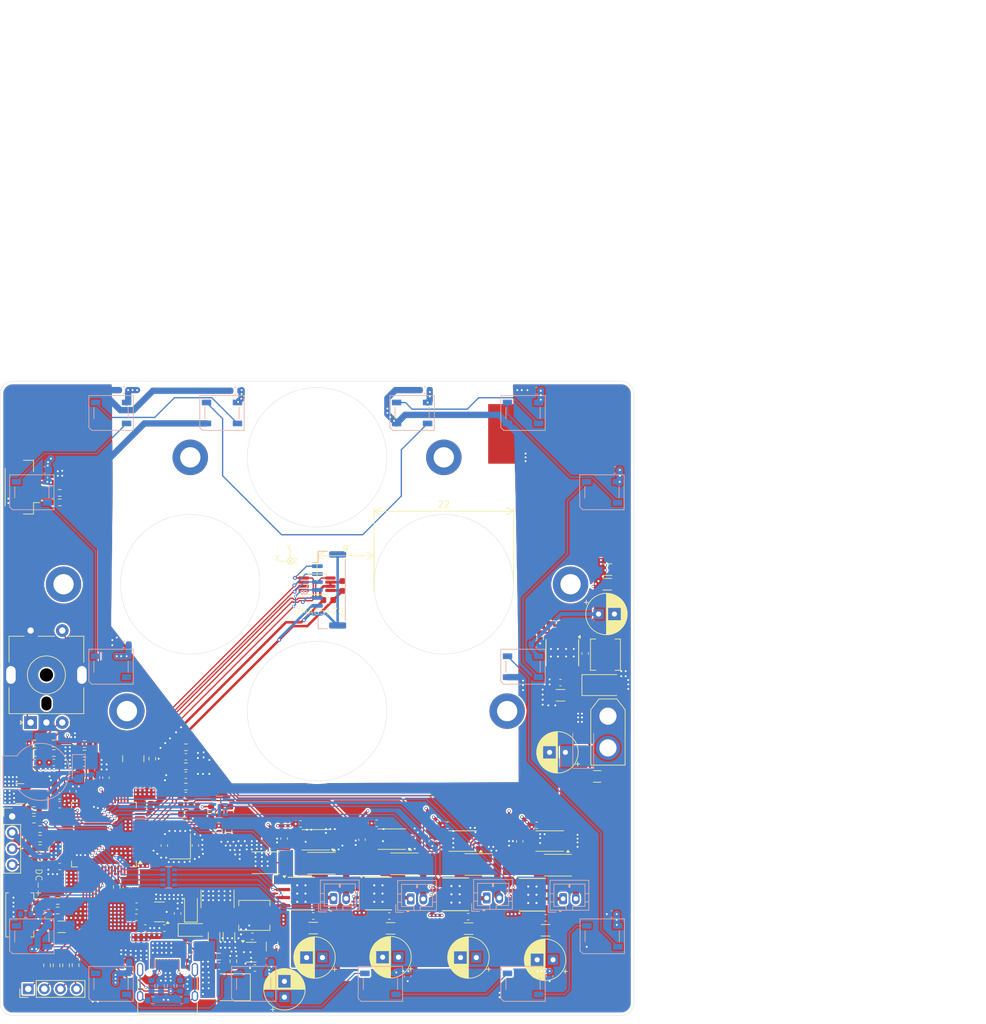
<source format=kicad_pcb>
(kicad_pcb (version 20241229) (generator "pcbnew") (generator_version "9.0")
  (layers (0 "F.Cu" signal) (4 "In1.Cu" signal) (6 "In2.Cu" signal) (2 "B.Cu" signal) (13 "F.Paste" user) (15 "B.Paste" user) (5 "F.SilkS" user "F.Silkscreen") (7 "B.SilkS" user "B.Silkscreen") (1 "F.Mask" user) (3 "B.Mask" user) (25 "Edge.Cuts" user))
  (net 0 "")
  (net 1 "VPP")
  (net 2 "GND")
  (net 3 "/5V")
  (net 4 "VREF")
  (net 5 "+3.3V")
  (net 6 "/NRST")
  (net 7 "ISENSE_A")
  (net 8 "ISENSE_B")
  (net 9 "ISENSE_C")
  (net 10 "ISENSE_D")
  (net 11 "/SWCLK")
  (net 12 "/SWDIO")
  (net 13 "Net-(L2--)")
  (net 14 "Net-(L2-+)")
  (net 15 "Net-(L3--)")
  (net 16 "Net-(L3-+)")
  (net 17 "Net-(L4-+)")
  (net 18 "Net-(L4--)")
  (net 19 "/BOOT0")
  (net 20 "ISENSE_A_MCU")
  (net 21 "ISENSE_B_MCU")
  (net 22 "ISENSE_C_MCU")
  (net 23 "ISENSE_D_MCU")
  (net 24 "CTRL_A2")
  (net 25 "CTRL_B1")
  (net 26 "/MCU_B2")
  (net 27 "/MCU_A2")
  (net 28 "CTRL_A1")
  (net 29 "/MCU_A1")
  (net 30 "CTRL_B2")
  (net 31 "/MCU_B1")
  (net 32 "CTRL_C2")
  (net 33 "/MCU_D2")
  (net 34 "CTRL_C1")
  (net 35 "/MCU_C1")
  (net 36 "/MCU_C2")
  (net 37 "/MCU_D1")
  (net 38 "CTRL_D2")
  (net 39 "CTRL_D1")
  (net 40 "SPI1_MISO")
  (net 41 "SPI1_MOSI")
  (net 42 "SPI1_SCK")
  (net 43 "~{MAG_CS}")
  (net 44 "~{MAG_ALRT}")
  (net 45 "Net-(U1-BS)")
  (net 46 "Net-(U1-LX)")
  (net 47 "Net-(U1-FB)")
  (net 48 "Net-(U4-BP)")
  (net 49 "Net-(J2-Pin_2)")
  (net 50 "Net-(L5-+)")
  (net 51 "Net-(L5--)")
  (net 52 "VREF_MCU")
  (net 53 "Net-(U5-OUT2)")
  (net 54 "Net-(J5-SHIELD)")
  (net 55 "Net-(U13-BOOT)")
  (net 56 "Net-(D5-K)")
  (net 57 "+5V_BLINK")
  (net 58 "Net-(BZ1--)")
  (net 59 "Net-(D4-A)")
  (net 60 "Net-(D6-DOUT)")
  (net 61 "Net-(D6-DIN)")
  (net 62 "Net-(D7-DOUT)")
  (net 63 "Net-(D8-DOUT)")
  (net 64 "Net-(U3-PF0)")
  (net 65 "Net-(D10-DIN)")
  (net 66 "Net-(D10-DOUT)")
  (net 67 "Net-(D12-DOUT)")
  (net 68 "Net-(U3-PF1)")
  (net 69 "Net-(D13-DOUT)")
  (net 70 "Net-(D14-DOUT)")
  (net 71 "Net-(D15-DOUT)")
  (net 72 "Net-(D16-DOUT)")
  (net 73 "Net-(D17-DOUT)")
  (net 74 "Net-(D18-DOUT)")
  (net 76 "Net-(D19-DOUT)")
  (net 79 "PC6_T8C1")
  (net 80 "Net-(U10--)")
  (net 81 "Net-(U11--)")
  (net 82 "Net-(U12--)")
  (net 83 "Net-(U3-PA14)")
  (net 84 "Net-(J1-Pin_4)")
  (net 85 "Net-(D2-A1)")
  (net 92 "Net-(F3-Pad1)")
  (net 93 "Net-(J3-Pin_4)")
  (net 94 "Net-(J3-Pin_3)")
  (net 95 "Net-(J4-Pin_1)")
  (net 96 "Net-(J4-Pin_2)")
  (net 100 "Net-(J5-CC1)")
  (net 102 "Net-(J5-CC2)")
  (net 105 "Net-(J6-Pin_3)")
  (net 106 "Net-(J6-Pin_4)")
  (net 107 "Net-(J6-Pin_2)")
  (net 108 "Net-(J6-Pin_1)")
  (net 109 "Net-(Q1-G)")
  (net 110 "Net-(U3-PA3)")
  (net 111 "VSENSE")
  (net 112 "GND_PWR")
  (net 113 "Net-(U3-PA13)")
  (net 114 "I2C3_SCL")
  (net 115 "I2C3_SDA")
  (net 116 "VSENSE_VBUS")
  (net 117 "BUZZER")
  (net 118 "/PB3")
  (net 119 "Net-(RN4-R4.1)")
  (net 120 "Net-(RN4-R2.1)")
  (net 121 "Net-(RN4-R1.1)")
  (net 122 "Net-(RN4-R3.1)")
  (net 123 "/UCPD1_CC2")
  (net 124 "/PC15")
  (net 125 "/PC10")
  (net 127 "/UCPD1_CC1")
  (net 128 "/PC13")
  (net 130 "/PC14")
  (net 131 "/USART1_RX")
  (net 133 "/USART1_TX")
  (net 134 "/PD2")
  (net 136 "/PC11")
  (net 137 "/PC12")
  (net 142 "PC7_T8C2")
  (net 143 "Net-(R50-Pad2)")
  (net 144 "Net-(R52-Pad2)")
  (net 145 "Net-(R54-Pad2)")
  (net 146 "/PB10_ROTENC_BTN")
  (footprint "Capacitor_THT:CP_Radial_D6.3mm_P2.50mm" (layer "F.Cu") (at 139.18238 126.5 180)
    (property "Reference" "C58" (hide yes))
    (property "Value" "100u 16V" (hide yes))
  )
  (footprint "Resistor_SMD:R_0603_1608Metric" (layer "F.Cu") (at 59.075 149.925 180)
    (property "Reference" "R20" (hide yes))
    (property "Value" "33r" (hide yes))
  )
  (footprint "Resistor_SMD:R_0603_1608Metric" (layer "F.Cu") (at 59.075 151.425 180)
    (property "Reference" "R19" (hide yes))
    (property "Value" "33r" (hide yes))
  )
  (footprint "Capacitor_SMD:C_1206_3216Metric" (layer "F.Cu") (at 136.05 154.55 180)
    (property "Reference" "C30" (hide yes))
    (property "Value" "10u" (hide yes))
  )
  (footprint "Resistor_SMD:R_0603_1608Metric" (layer "F.Cu") (at 59.4 87.1 180)
    (property "Reference" "R21" (hide yes))
    (property "Value" "33r" (hide yes))
  )
  (footprint "Package_TO_SOT_SMD:SOT-23" (layer "F.Cu") (at 53.1 133 180)
    (property "Reference" "Q1" (hide yes))
    (property "Value" "AO3400A" (hide yes))
  )
  (footprint "Capacitor_SMD:C_0603_1608Metric" (layer "F.Cu") (at 99.4 152.3 180)
    (property "Reference" "C39" (hide yes))
    (property "Value" "100n" (hide yes))
  )
  (footprint "Resistor_SMD:R_0603_1608Metric" (layer "F.Cu") (at 86.8 159.425 90)
    (property "Reference" "R3" (hide yes))
    (property "Value" "10k" (hide yes))
  )
  (footprint "Resistor_SMD:R_2512_6332Metric" (layer "F.Cu") (at 125.5 144.183752 180)
    (property "Reference" "R18" (hide yes))
    (property "Value" "10m" (hide yes))
  )
  (footprint "Capacitor_SMD:C_1206_3216Metric" (layer "F.Cu") (at 99.4 154.2 180)
    (property "Reference" "C27" (hide yes))
    (property "Value" "10u" (hide yes))
  )
  (footprint "Inductor_SMD:L_Sunlord_MWSA0402S" (layer "F.Cu") (at 145.5 111.1 90)
    (property "Reference" "L6" (hide yes))
    (property "Value" "15u" (hide yes))
  )
  (footprint "Fuse:Fuse_1206_3216Metric" (layer "F.Cu") (at 144.2 130.3 180)
    (property "Reference" "F1" (hide yes))
    (property "Value" "5A" (hide yes))
  )
  (footprint "Package_SO:Texas_HTSOP-8-1EP_3.9x4.9mm_P1.27mm_EP2.95x4.9mm_Mask2.4x3.1mm_ThermalVias" (layer "F.Cu") (at 133.975 148.948752)
    (property "Reference" "U7" (hide yes))
    (property "Value" "AT8236" (hide yes))
  )
  (footprint "Connector_PinHeader_2.54mm:PinHeader_1x04_P2.54mm_Vertical" (layer "F.Cu") (at 54.43 163.79 90)
    (property "Reference" "J6" (hide yes))
    (property "Value" "Conn_01x04" (hide yes))
  )
  (footprint "Resistor_SMD:R_0603_1608Metric" (layer "F.Cu") (at 56.3 138.6)
    (property "Reference" "R22" (hide yes))
    (property "Value" "33r" (hide yes))
  )
  (footprint "Resistor_SMD:R_0603_1608Metric" (layer "F.Cu") (at 68.4 147.725 -90)
    (property "Reference" "R5" (hide yes))
    (property "Value" "10k" (hide yes))
  )
  (footprint "Connector_USB:USB_C_Receptacle_HRO_TYPE-C-31-M-12" (layer "F.Cu") (at 76.4 163.875)
    (property "Reference" "J5" (hide yes))
    (property "Value" "USB_C_Receptacle_USB2.0" (hide yes))
  )
  (footprint "Capacitor_SMD:C_1206_3216Metric" (layer "F.Cu") (at 92.9 157.1 90)
    (property "Reference" "C7" (hide yes))
    (property "Value" "10u" (hide yes))
  )
  (footprint "Capacitor_SMD:C_0603_1608Metric" (layer "F.Cu") (at 66.7 130.5 90)
    (property "Reference" "C2" (hide yes))
    (property "Value" "100n" (hide yes))
  )
  (footprint "Capacitor_SMD:C_1206_3216Metric" (layer "F.Cu") (at 123.9 154.3 180)
    (property "Reference" "C29" (hide yes))
    (property "Value" "10u" (hide yes))
  )
  (footprint "Capacitor_SMD:C_0603_1608Metric" (layer "F.Cu") (at 131.98125 140.535002 -90)
    (property "Reference" "C49" (hide yes))
    (property "Value" "100n" (hide yes))
  )
  (footprint "Resistor_SMD:R_0603_1608Metric" (layer "F.Cu") (at 58.475 126.6 180)
    (property "Reference" "R53" (hide yes))
    (property "Value" "33" (hide yes))
  )
  (footprint "Resistor_SMD:R_0603_1608Metric" (layer "F.Cu") (at 63.3 125.2)
    (property "Reference" "R50" (hide yes))
    (property "Value" "10k" (hide yes))
  )
  (footprint "MountingHole:MountingHole_3.2mm_M3_DIN965_Pad_TopBottom" (layer "F.Cu") (at 70 120)
    (property "Reference" "H5" (hide yes))
    (property "Value" "MountingHole_Pad" (hide yes))
  )
  (footprint "Capacitor_SMD:C_0603_1608Metric" (layer "F.Cu") (at 80.8 141.2 90)
    (property "Reference" "C52" (hide yes))
    (property "Value" "20p" (hide yes))
  )
  (footprint "Resistor_SMD:R_0603_1608Metric" (layer "F.Cu") (at 79.303329 125.7 180)
    (property "Reference" "R10" (hide yes))
    (property "Value" "33" (hide yes))
  )
  (footprint "Capacitor_SMD:C_0603_1608Metric" (layer "F.Cu") (at 120.6 137.983752)
    (property "Reference" "C46" (hide yes))
    (property "Value" "100n" (hide yes))
  )
  (footprint "Resistor_SMD:R_0603_1608Metric" (layer "F.Cu") (at 83.3 135.875 90)
    (property "Reference" "R31" (hide yes))
    (property "Value" "10k" (hide yes))
  )
  (footprint "Package_SO:Texas_HTSOP-8-1EP_3.9x4.9mm_P1.27mm_EP2.95x4.9mm_Mask2.4x3.1mm_ThermalVias" (layer "F.Cu") (at 109.675 148.765)
    (property "Reference" "U6" (hide yes))
    (property "Value" "AT8236" (hide yes))
  )
  (footprint "Resistor_SMD:R_0603_1608Metric" (layer "F.Cu") (at 79.3 131.9 180)
    (property "Reference" "R8" (hide yes))
    (property "Value" "33" (hide yes))
  )
  (footprint "Resistor_SMD:R_0603_1608Metric" (layer "F.Cu") (at 55.325 135.6 180)
    (property "Reference" "R35" (hide yes))
    (property "Value" "33r" (hide yes))
  )
  (footprint "Capacitor_SMD:C_0603_1608Metric" (layer "F.Cu") (at 59.4 144.5 180)
    (property "Reference" "C6" (hide yes))
    (property "Value" "100n" (hide yes))
  )
  (footprint "Capacitor_SMD:C_0603_1608Metric" (layer "F.Cu") (at 97.4 137.783752)
    (property "Reference" "C43" (hide yes))
    (property "Value" "100n" (hide yes))
  )
  (footprint "Package_SO:TSSOP-8_4.4x3mm_P0.65mm" (layer "F.Cu") (at 122.9625 140.483752 180)
    (property "Reference" "U12" (hide yes))
    (property "Value" "INA240A1PW" (hide yes))
  )
  (footprint "Capacitor_SMD:C_0603_1608Metric" (layer "F.Cu") (at 71.875 145.45)
    (property "Reference" "C4" (hide yes))
    (property "Value" "100n" (hide yes))
  )
  (footprint "Connector_JST:JST_GH_BM04B-GHS-TBT_1x04-1MP_P1.25mm_Vertical" (layer "F.Cu") (at 53.4 84.7 90)
    (property "Reference" "J4" (hide yes))
    (property "Value" "Conn_01x04_MountingPin" (hide yes))
  )
  (footprint "Package_SO:TI_SO-PowerPAD-8_ThermalVias" (layer "F.Cu") (at 138.7 110.8 -90)
    (property "Reference" "U13" (hide yes))
    (property "Value" "TPS5430DDA" (hide yes))
  )
  (footprint "Capacitor_THT:CP_Radial_D6.3mm_P2.50mm" (layer "F.Cu") (at 94.85 165.1 90)
    (property "Reference" "C5" (hide yes))
    (property "Value" "100u 16V" (hide yes))
  )
  (footprint "MountingHole:MountingHole_3.2mm_M3_DIN965_Pad_TopBottom" (layer "F.Cu") (at 130 120)
    (property "Reference" "H2" (hide yes))
    (property "Value" "MountingHole_Pad" (hide yes))
  )
  (footprint "Capacitor_SMD:C_0603_1608Metric" (layer "F.Cu") (at 138.4 115.5 180)
    (property "Reference" "C60" (hide yes))
    (property "Value" "100n" (hide yes))
  )
  (footprint "Capacitor_SMD:C_0603_1608Metric" (layer "F.Cu") (at 111.4 152.3 180)
    (property "Reference" "C40" (hide yes))
    (property "Value" "100n" (hide yes))
  )
  (footprint "Capacitor_SMD:C_0603_1608Metric" (layer "F.Cu") (at 79.3 133.3 180)
    (property "Reference" "C36" (hide yes))
    (property "Value" "100n" (hide yes))
  )
  (footprint "Capacitor_SMD:C_0603_1608Metric" (layer "F.Cu") (at 94.8 140.083752 -90)
    (property "Reference" "C47" (hide yes))
    (property "Value" "100n" (hide yes))
  )
  (footprint "Capacitor_SMD:C_0603_1608Metric" (layer "F.Cu") (at 71.2 147.75 -90)
    (property "Reference" "C11" (hide yes))
    (property "Value" "10u" (hide yes))
  )
  (footprint "Resistor_SMD:R_0603_1608Metric" (layer "F.Cu") (at 84.8 135.875 90)
    (property "Reference" "R32" (hide yes))
    (property "Value" "1k" (hide yes))
  )
  (footprint "Capacitor_SMD:C_0603_1608Metric" (layer "F.Cu") (at 84.55 160.2)
    (property "Reference" "C20" (hide yes))
    (property "Value" "20p" (hide yes))
  )
  (footprint "Package_SO:TSSOP-8_4.4x3mm_P0.65mm" (layer "F.Cu") (at 99.8 140.283752 180)
    (property "Reference" "U9" (hide yes))
    (property "Value" "INA240A1PW" (hide yes))
  )
  (footprint "Capacitor_THT:CP_Radial_D6.3mm_P2.50mm" (layer "F.Cu") (at 137.23238 159.2 180)
    (property "Reference" "C34" (hide yes))
    (property "Value" "100u 25V" (hide yes))
  )
  (footprint "Capacitor_SMD:C_0603_1608Metric" (layer "F.Cu") (at 134.65625 138)
    (property "Reference" "C45" (hide yes))
    (property "Value" "100n" (hide yes))
  )
  (footprint "Resistor_SMD:R_2512_6332Metric" (layer "F.Cu") (at 91.9 143.9 180)
    (property "Reference" "R30" (hide yes))
    (property "Value" "R_US" (hide yes))
  )
  (footprint "Capacitor_SMD:C_0603_1608Metric" (layer "F.Cu") (at 107.1 140.283752 -90)
    (property "Reference" "C48" (hide yes))
    (property "Value" "100n" (hide yes))
  )
  (footprint "Package_SO:VSSOP-8_3x3mm_P0.65mm" (layer "F.Cu") (at 100 100)
    (property "Reference" "U2" (hide yes))
    (property "Value" "TMAG5170-Q1" (hide yes))
  )
  (footprint "Package_SO:TSSOP-8_4.4x3mm_P0.65mm" (layer "F.Cu") (at 136.7 140.483752 180)
    (property "Reference" "U11" (hide yes))
    (property "Value" "INA240A1PW" (hide yes))
  )
  (footprint "Capacitor_SMD:C_0603_1608Metric" (layer "F.Cu") (at 90.2 160.5 180)
    (property "Reference" "C10" (hide yes))
    (property "Value" "100n" (hide yes))
  )
  (footprint "Diode_SMD:D_PowerDI-5" (layer "F.Cu") (at 85.662 163.52 180)
    (property "Reference" "D4" (hide yes))
    (property "Value" "DK5V45R10" (hide yes))
  )
  (footprint "Resistor_SMD:R_0603_1608Metric" (layer "F.Cu") (at 56.3 140.1 180)
    (property "Reference" "R24" (hide yes))
    (property "Value" "4.7k" (hide yes))
  )
  (footprint "Resistor_SMD:R_2512_6332Metric" (layer "F.Cu") (at 113.8 144.083752 180)
    (property "Reference" "R16" (hide yes))
    (property "Value" "10m" (hide yes))
  )
  (footprint "Capacitor_THT:CP_Radial_D6.3mm_P2.50mm" (layer "F.Cu") (at 100.85 158.85 180)
    (property "Reference" "C31" (hide yes))
    (property "Value" "100u 25V" (hide yes))
  )
  (footprint "Connector_AMASS:AMASS_XT30U-M_1x02_P5.0mm_Vertical" (layer "F.Cu") (at 145.9 120.8 -90)
    (property "Reference" "J2" (hide yes))
    (property "Value" "PWRIn" (hide yes))
  )
  (footprint "Package_TO_SOT_SMD:SOT-23-5" (layer "F.Cu") (at 75.1375 151.65 180)
    (property "Reference" "U4" (hide yes))
    (property "Value" "RS3236" (hide yes))
  )
  (footprint "Capacitor_SMD:C_0603_1608Metric" (layer "F.Cu") (at 55.45 128.1 180)
    (property "Reference" "C87" (hide yes))
    (property "Value" "100n" (hide yes))
  )
  (footprint "Resistor_SMD:R_0603_1608Metric" (layer "F.Cu") (at 57.4 160.075 -90)
    (property "Reference" "R38" (hide yes))
    (property "Value" "33r" (hide yes))
  )
  (footprint "MountingHole:MountingHole_3.2mm_M3_DIN965_Pad_TopBottom" (layer "F.Cu") (at 140 100)
    (property "Reference" "H1" (hide yes))
    (property "Value" "MountingHole_Pad" (hide yes))
  )
  (footprint "Resistor_SMD:R_0603_1608Metric" (layer "F.Cu") (at 55.475 126.6 180)
    (property "Reference" "R54" (hide yes))
    (property "Value" "33" (hide yes))
  )
  (footprint "Resistor_SMD:R_0603_1608Metric" (layer "F.Cu") (at 61.9 160.05 -90)
    (property "Reference" "R37" (hide yes))
    (property "Value" "33r" (hide yes))
  )
  (footprint "Capacitor_SMD:C_0603_1608Metric" (layer "F.Cu") (at 118.2 140.483752 -90)
    (property "Reference" "C50" (hide yes))
    (property "Value" "100n" (hide yes))
  )
  (footprint "Capacitor_SMD:C_0603_1608Metric" (layer "F.Cu") (at 109.4 137.683752)
    (property "Reference" "C44" (hide yes))
    (property "Value" "100n" (hide yes))
  )
  (footprint "Resistor_SMD:R_0603_1608Metric" (layer "F.Cu") (at 63.3 126.7)
    (property "Reference" "R51" (hide yes))
    (property "Value" "33" (hide yes))
  )
  (footprint "Capacitor_SMD:C_0603_1608Metric" (layer "F.Cu") (at 86.3 135.85 90)
    (property "Reference" "C88" (hide yes))
    (property "Value" "100n" (hide yes))
  )
  (footprint "Resistor_SMD:R_0603_1608Metric" (layer "F.Cu") (at 55.4 125.1)
    (property "Reference" "R55" (hide yes))
    (property "Value" "10k" (hide yes))
  )
  (footprint "Connector_PinHeader_2.54mm:PinHeader_1x04_P2.54mm_Vertical" (layer "F.Cu") (at 51.9 136.6)
    (property "Reference" "J3" (hide yes))
    (property "Value" "Conn_01x04" (hide yes))
  )
  (footprint "Capacitor_SMD:C_0603_1608Metric" (layer "F.Cu") (at 61.475 132.65 90)
    (property "Reference" "C8" (hide yes))
    (property "Value" "100n" (hide yes))
  )
  (footprint "Resistor_SMD:R_0603_1608Metric" (layer "F.Cu") (at 137.45 106.3 180)
    (property "Reference" "R6" (hide yes))
    (property "Value" "10k" (hide yes))
  )
  (footprint "Resistor_SMD:R_0603_1608Metric" (layer "F.Cu") (at 79.3 134.8 180)
    (property "Reference" "R7" (hide yes))
    (property "Value" "33" (hide yes))
  )
  (footprint "Resistor_SMD:R_2512_6332Metric" (layer "F.Cu") (at 100.7 143.983752 180)
    (property "Reference" "R15" (hide yes))
    (property "Value" "10m" (hide yes))
  )
  (footprint "Capacitor_SMD:C_0603_1608Metric" (layer "F.Cu") (at 101.775 102.5 180)
    (property "Reference" "C13" (hide yes))
    (property "Value" "100n" (hide yes))
  )
  (footprint "Capacitor_SMD:C_0603_1608Metric" (layer "F.Cu") (at 59.375 133.35 180)
    (property "Reference" "C12" (hide yes))
    (property "Value" "100n" (hide yes))
  )
  (footprint "Capacitor_SMD:C_2220_5750Metric" (layer "F.Cu") (at 84.3 149.6 90)
    (property "Reference" "C24" (hide yes))
    (property "Value" "100u" (hide yes))
  )
  (footprint "Resistor_SMD:R_0603_1608Metric" (layer "F.Cu") (at 60.4 160.075 -90)
    (property "Reference" "R40" (hide yes))
    (property "Value" "33r" (hide yes))
  )
  (footprint "Package_QFP:LQFP-64_10x10mm_P0.5mm" (layer "F.Cu") (at 66.375 139.45 180)
    (property "Reference" "U3" (hide yes))
    (property "Value" "STM32G474RBTx" (hide yes))
  )
  (footprint "Capacitor_SMD:C_1206_3216Metric" (layer "F.Cu") (at 111.6 154.25 180)
    (property "Reference" "C28" (hide yes))
    (property "Value" "10u" (hide yes))
  )
  (footprint "Capacitor_SMD:C_1206_3216Metric" (layer "F.Cu") (at 145.8 100)
    (property "Reference" "C64" (hide yes))
    (property "Value" "10u" (hide yes))
  )
  (footprint "Capacitor_SMD:C_0603_1608Metric" (layer "F.Cu") (at 58.475 128.1)
    (property "Reference" "C86" (hide yes))
    (property "Value" "100n" (hide yes))
  )
  (footprint "Capacitor_SMD:C_1206_3216Metric" (layer "F.Cu") (at 145.8 97.7)
    (property "Reference" "C63" (hide yes))
    (property "Value" "10u" (hide yes))
  )
  (footprint "Capacitor_SMD:C_0603_1608Metric" (layer "F.Cu") (at 71.475 152.5 180)
    (property "Reference" "C26" (hide yes))
    (property "Value" "100n" (hide yes))
  )
  (footprint "Capacitor_SMD:C_0603_1608Metric" (layer "F.Cu") (at 104 100.275 90)
    (property "Reference" "C15" (hide yes))
    (property "Value" "100n" (hide yes))
  )
  (footprint "Capacitor_SMD:C_0603_1608Metric" (layer "F.Cu") (at 65.190169 130.497738 90)
    (property "Reference" "C1" (hide yes))
    (property "Value" "10u" (hide yes))
  )
  (footprint "Resistor_SMD:R_0603_1608Metric" (layer "F.Cu") (at 74 127.5 90)
    (property "Reference" "R4" (hide yes))
    (property "Value" "33r" (hide yes))
  )
  (footprint "Capacitor_SMD:C_0603_1608Metric" (layer "F.Cu") (at 75.9 154.2 180)
    (property "Reference" "C18" (hide yes))
    (property "Value" "100n" (hide yes))
  )
  (footprint "Package_SO:Texas_HTSOP-8-1EP_3.9x4.9mm_P1.27mm_EP2.95x4.9mm_Mask2.4x3.1mm_ThermalVias" (layer "F.Cu") (at 97.525 148.765)
    (property "Reference" "U5" (hide yes))
    (property "Value" "AT8236" (hide yes))
  )
  (footprint "Diode_SMD:D_SOD-123F" (layer "F.Cu") (at 80.3 154.5)
    (property "Reference" "D3" (hide yes))
    (property "Value" "K34" (hide yes))
  )
  (footprint "Capacitor_SMD:C_1206_3216Metric" (layer "F.Cu") (at 86.1 155.6 -90)
    (property "Reference" "C21" (hide yes))
    (property "Value" "10u" (hide yes))
  )
  (footprint "Capacitor_SMD:C_0603_1608Metric" (layer "F.Cu") (at 75.9 141.2 -90)
    (property "Reference" "C51" (hide yes))
    (property "Value" "20p" (hide yes))
  )
  (footprint "MountingHole:MountingHole_3.2mm_M3_DIN965_Pad_TopBottom" (layer "F.Cu") (at 60 100)
    (property "Reference" "H4" (hide yes))
    (property "Value" "MountingHole_Pad" (hide yes))
  )
  (footprint "Resistor_SMD:R_0603_1608Metric" (layer "F.Cu") (at 84.5 138.9 -90)
    (property "Reference" "R1" (hide yes))
    (property "Value" "10k" (hide yes))
  )
  (footprint "Resistor_SMD:R_0603_1608Metric" (layer "F.Cu") (at 135.2 108.5 -90)
    (property "Reference" "R33" (hide yes))
    (property "Value" "3.24k" (hide yes))
  )
  (footprint "Resistor_SMD:R_0603_1608Metric" (layer "F.Cu") (at 56.3 141.6 180)
    (property "Reference" "R23" (hide yes))
    (property "Value" "4.7k" (hide yes))
  )
  (footprint "Connector_Molex:Molex_PicoBlade_53261-0471_1x04-1MP_P1.25mm_Horizontal" (layer "F.Cu") (at 53.6 152.125 -90)
    (property "Reference" "J1" (hide yes))
    (property "Value" "SWD" (hide yes))
  )
  (footprint "Inductor_SMD:L_Sunlord_MWSA0402S" (layer "F.Cu") (at 90.1 152.2 180)
    (property "Reference" "L1" (hide yes))
    (property "Value" "6u8" (hide yes))
  )
  (footprint "Capacitor_SMD:C_0603_1608Metric" (layer "F.Cu") (at 63.3 128.2 180)
    (property "Reference" "C85" (hide yes))
    (property "Value" "100n" (hide yes))
  )
  (footprint "Capacitor_THT:CP_Radial_D6.3mm_P2.50mm" (layer "F.Cu") (at 125.13238 158.85 180)
    (property "Reference" "C33" (hide yes))
    (property "Value" "100u 25V" (hide yes))
  )
  (footprint "Capacitor_SMD:C_0603_1608Metric" (layer "F.Cu") (at 86.05 138.9 -90)
    (property "Reference" "C9" (hide yes))
    (property "Value" "100n" (hide yes))
  )
  (footprint "Resistor_SMD:R_Array_Convex_4x0603" (layer "F.Cu") (at 71 127.5 90)
    (property "Reference" "RN4" (hide yes))
    (property "Value" "33x4" (hide yes))
  )
  (footprint "Capacitor_THT:CP_Radial_D6.3mm_P2.50mm" (layer "F.Cu") (at 112.85 158.8 180)
    (property "Reference" "C32" (hide yes))
    (property "Value" "100u 25V" (hide yes))
  )
  (footprint "Resistor_SMD:R_0603_1608Metric" (layer "F.Cu") (at 59.4 85.6 180)
    (property "Reference" "R26" (hide yes))
    (property "Value" "33r" (hide yes))
  )
  (footprint "Capacitor_SMD:C_0603_1608Metric" (layer "F.Cu") (at 59.375 134.75 180)
    (property "Reference" "C53" (hide yes))
    (property "Value" "10u" (hide yes))
  )
  (footprint "Capacitor_SMD:C_0603_1608Metric" (layer "F.Cu") (at 79.294889 136.219634 180)
    (property "Reference" "C35" (hide yes))
    (property "Value" "100n" (hide yes))
  )
  (footprint "Resistor_SMD:R_0603_1608Metric" (layer "F.Cu") (at 56.3 143.1)
    (property "Reference" "R25" (hide yes))
    (property "Value" "33r" (hide yes))
  )
  (footprint "Capacitor_SMD:C_0603_1608Metric" (layer "F.Cu") (at 79.3 127.2 180)
    (property "Reference" "C38" (hide yes))
    (property "Value" "100n" (hide yes))
  )
  (footprint "Diode_SMD:D_SMA" (layer "F.Cu") (at 145.3 115.9)
    (property "Reference" "D5" (hide yes))
    (property "Value" "DSS34" (hide yes))
  )
  (footprint "Package_SO:Texas_HTSOP-8-1EP_3.9x4.9mm_P1.27mm_EP2.95x4.9mm_Mask2.4x3.1mm_ThermalVias" (layer "F.Cu") (at 121.85 148.883752)
    (property "Reference" "U8" (hide yes))
    (property "Value" "AT8236" (hide yes))
  )
  (footprint "Package_SO:TSSOP-8_4.4x3mm_P0.65mm" (layer "F.Cu") (at 111.8 140.183752 180)
    (property "Reference" "U10" (hide yes))
    (property "Value" "INA240A1PW" (hide yes))
  )
  (footprint "Resistor_SMD:R_0603_1608Metric" (layer "F.Cu") (at 79.3 128.7 180)
    (property "Reference" "R9" (hide yes))
    (property "Value" "33" (hide yes))
  )
  (footprint "Resistor_SMD:R_0603_1608Metric" (layer "F.Cu") (at 84.55 158.7)
    (property "Reference" "R2" (hide yes))
    (property "Value" "53.6k" (hide yes))
  )
  (footprint "Diode_SMD:D_SMF" (layer "F.Cu") (at 80.1 150.9 90)
    (property "Reference" "D2" (hide yes))
    (property "Value" "SMF5.0A" (hide yes))
  )
  (footprint "Capacitor_SMD:C_0603_1608Metric" (layer "F.Cu") (at 89.8 155.5)
    (property "Reference" "C16" (hide yes))
    (property "Value" "100n" (hide yes))
  )
  (footprint "Rotary_Encoder:RotaryEncoder_Alps_EC11E-Switch_Vertical_H20mm_MountingHoles" (layer "F.Cu") (at 54.8 121.8 90)
    (property "Reference" "SW4" (hide yes))
    (property "Value" "RotaryEncoder_Switch_MP" (hide yes))
  )
  (footprint "Capacitor_SMD:C_0603_1608Metric" (layer "F.Cu") (at 72.9 154.2)
    (property "Reference" "C25" (hide yes))
    (property "Value" "10u" (hide yes))
  )
  (footprint "Resistor_SMD:R_0603_1608Metric" (layer "F.Cu") (at 58.425 125.1 180)
    (property "Reference" "R52" (hide yes))
    (property "Value" "10k" (hide yes))
  )
  (footprint "Capacitor_SMD:C_0603_1608Metric" (layer "F.Cu") (at 78 151.9 90)
    (property "Reference" "C17" (hide yes))
    (property "Value" "10u" (hide yes))
  )
  (footprint "Capacitor_SMD:C_0603_1608Metric" (layer "F.Cu") (at 58 83.2 90)
    (property "Reference" "C55" (hide yes))
    (property "Value" "100n" (hide yes))
  )
  (footprint "MountingHole:MountingHole_3.2mm_M3_DIN965_Pad_TopBottom" (layer "F.Cu") (at 120 80)
    (property "Reference" "H3" (hide yes))
    (property "Value" "MountingHole_Pad" (hide yes))
  )
  (footprint "Resistor_SMD:R_0603_1608Metric" (layer "F.Cu") (at 58.9 160.075 -90)
    (property "Reference" "R39" (hide yes))
    (property "Value" "33r" (hide yes))
  )
  (footprint "Capacitor_SMD:C_0603_1608Metric" (layer "F.Cu") (at 69.9 147.75 -90)
    (property "Reference" "C19" (hide yes))
    (property "Value" "100n" (hide yes))
  )
  (footprint "Crystal:Crystal_SMD_3225-4Pin_3.2x2.5mm" (layer "F.Cu") (at 78.375 141.3 90)
    (property "Reference" "Y1" (hide yes))
    (property "Value" "25MHz" (hide yes))
  )
  (footprint "Capacitor_SMD:C_0603_1608Metric" (layer "F.Cu") (at 79.3 130.1 180)
    (property "Reference" "C37" (hide yes))
    (property "Value" "100n" (hide yes))
  )
  (footprint "Capacitor_SMD:C_1206_3216Metric" (layer "F.Cu") (at 83.75 155.6 -90)
    (property "Reference" "C22" (hide yes))
    (property "Value" "10u" (hide yes))
  )
  (footprint "Capacitor_SMD:C_0603_1608Metric" (layer "F.Cu") (at 136.075 152.6 180)
    (property "Reference" "C42" (hide yes))
    (property "Value" "100n" (hide yes))
  )
  (footprint "Fuse:Fuse_1206_3216Metric" (layer "F.Cu") (at 59.7 154)
    (property "Reference" "F2" (hide yes))
    (property "Value" "0.5A" (hide yes))
  )
  (footprint "Capacitor_SMD:C_0603_1608Metric" (layer "F.Cu") (at 123.85 152.4 180)
    (property "Reference" "C41" (hide yes))
    (property "Value" "100n" (hide yes))
  )
  (footprint "Capacitor_SMD:C_0603_1608Metric" (layer "F.Cu") (at 71.525 150.75 180)
    (property "Reference" "C23" (hide yes))
    (property "Value" "10n" (hide yes))
  )
  (footprint "Capacitor_SMD:C_0603_1608Metric" (layer "F.Cu") (at 142.3 110.9 -90)
    (property "Reference" "C61" (hide yes))
    (property "Value" "10n" (hide yes))
  )
  (footprint "Resistor_SMD:R_2512_6332Metric" (layer "F.Cu") (at 138 144.283752 180)
    (property "Reference" "R17" (hide yes))
    (property "Value" "10m" (hide yes))
  )
  (footprint "Capacitor_THT:CP_Radial_D6.3mm_P2.50mm" (layer "F.Cu") (at 144.417621 104.7)
    (property "Reference" "C62" (hide yes))
    (property "Value" "100u 16V" (hide yes))
  )
  (footprint "Capacitor_SMD:C_1206_3216Metric" (layer "F.Cu") (at 138.4 117.5 180)
    (property "Reference" "C59" (hide yes))
    (property "Value" "10u" (hide yes))
  )
  (footprint "Capacitor_SMD:C_0603_1608Metric" (layer "F.Cu") (at 73 134.65)
    (property "Reference" "C14" (hide yes))
    (property "Value" "100n" (hide yes))
  )
  (footprint "Resistor_SMD:R_0603_1608Metric" (layer "F.Cu") (at 55.325 137.1)
    (property "Reference" "R34" (hide yes))
    (property "Value" "10k" (hide yes))
  )
  (footprint "MountingHole:MountingHole_3.2mm_M3_DIN965_Pad_TopBottom" (layer "F.Cu") (at 80 80)
    (property "Reference" "H6" (hide yes))
    (property "Value" "MountingHole_Pad" (hide yes))
  )
  (footprint "Package_TO_SOT_SMD:SOT-23-6" (layer "F.Cu") (at 89.6 158)
    (property "Reference" "U1" (hide yes))
    (property "Value" "RY8411" (hide yes))
  )
  (footprint "Capacitor_SMD:C_0603_1608Metric" (layer "B.Cu") (at 136.7 161.8 -90)
    (property "Reference" "C74" (hide yes))
    (property "Value" "100n" (hide yes))
  )
  (footprint "LED_SMD:LED_WS2812B_PLCC4_5.0x5.0mm_P3.2mm" (layer "B.Cu") (at 67.5 113 180)
    (property "Reference" "D20" (hide yes))
    (property "Value" "WS2812B" (hide yes))
  )
  (footprint "Capacitor_SMD:C_0603_1608Metric" (layer "B.Cu") (at 92 159.5 180)
    (property "Reference" "C78" (hide yes))
    (property "Value" "100n" (hide yes))
  )
  (footprint "Capacitor_SMD:C_0603_1608Metric" (layer "B.Cu") (at 117 69.4 180)
    (property "Reference" "C69" (hide yes))
    (property "Value" "100n" (hide yes))
  )
  (footprint "LED_SMD:LED_WS2812B_PLCC4_5.0x5.0mm_P3.2mm" (layer "B.Cu") (at 144.95 85.5 180)
    (property "Reference" "D14" (hide yes))
    (property "Value" "WS2812B" (hide yes))
  )
  (footprint "Capacitor_SMD:C_0603_1608Metric" (layer "B.Cu") (at 58.9 123.9)
    (property "Reference" "C65" (hide yes))
    (property "Value" "10u" (hide yes))
  )
  (footprint "LED_SMD:LED_WS2812B_PLCC4_5.0x5.0mm_P3.2mm" (layer "B.Cu") (at 132.5 163 180)
    (property "Reference" "D10" (hide yes))
    (property "Value" "WS2812B" (hide yes))
  )
  (footprint "LED_SMD:LED_WS2812B_PLCC4_5.0x5.0mm_P3.2mm" (layer "B.Cu") (at 115 73 180)
    (property "Reference" "D16" (hide yes))
    (property "Value" "WS2812B" (hide yes))
  )
  (footprint "Connector_JST:JST_PH_B2B-PH-K_1x02_P2.00mm_Vertical" (layer "B.Cu") (at 114.775 149.615)
    (property "Reference" "L3" (hide yes))
    (property "Value" "ElectromagneticActor" (hide yes))
  )
  (footprint "RM25:MLT-9032" (layer "B.Cu") (at 56.4 129.575 90)
    (property "Reference" "BZ1" (hide yes))
    (property "Value" "Buzzer" (hide yes))
  )
  (footprint "Capacitor_SMD:C_0603_1608Metric" (layer "B.Cu") (at 147 82 180)
    (property "Reference" "C81" (hide yes))
    (property "Value" "100n" (hide yes))
  )
  (footprint "Resistor_SMD:R_0603_1608Metric" (layer "B.Cu") (at 76.91 163.3 -90)
    (property "Reference" "R42" (hide yes))
    (property "Value" "5.1k" (hide yes))
  )
  (footprint "LED_SMD:LED_WS2812B_PLCC4_5.0x5.0mm_P3.2mm" (layer "B.Cu") (at 132.5 113 180)
    (property "Reference" "D13" (hide yes))
    (property "Value" "WS2812B" (hide yes))
  )
  (footprint "LED_SMD:LED_WS2812B_PLCC4_5.0x5.0mm_P3.2mm" (layer "B.Cu") (at 145 155.5 180)
    (property "Reference" "D12" (hide yes))
    (property "Value" "WS2812B" (hide yes))
  )
  (footprint "Connector_JST:JST_PH_B2B-PH-K_1x02_P2.00mm_Vertical" (layer "B.Cu") (at 102.590752 149.54845)
    (property "Reference" "L2" (hide yes))
    (property "Value" "ElectromagneticActor" (hide yes))
  )
  (footprint "LED_SMD:LED_WS2812B_PLCC4_5.0x5.0mm_P3.2mm" (layer "B.Cu") (at 55 85.5 180)
    (property "Reference" "D19" (hide yes))
    (property "Value" "WS2812B" (hide yes))
  )
  (footprint "Resistor_SMD:R_0603_1608Metric" (layer "B.Cu") (at 54.025 152 180)
    (property "Reference" "R36" (hide yes))
    (property "Value" "33R" (hide yes))
  )
  (footprint "Capacitor_SMD:C_0603_1608Metric" (layer "B.Cu") (at 69.525 69.4 180)
    (property "Reference" "C67" (hide yes))
    (property "Value" "100n" (hide yes))
  )
  (footprint "Diode_SMD:D_SMF" (layer "B.Cu") (at 62.4 129.2 -90)
    (property "Reference" "D11" (hide yes))
    (property "Value" "DSS34" (hide yes))
  )
  (footprint "Connector_JST:JST_PH_B2B-PH-K_1x02_P2.00mm_Vertical" (layer "B.Cu") (at 126.763678 149.452503)
    (property "Reference" "L5" (hide yes))
    (property "Value" "ElectromagneticActor" (hide yes))
  )
  (footprint "Resistor_SMD:R_0603_1608Metric" (layer "B.Cu") (at 75.38 163.31 -90)
    (property "Reference" "R41" (hide yes))
    (property "Value" "5.1k" (hide yes))
  )
  (footprint "Capacitor_SMD:C_0603_1608Metric" (layer "B.Cu") (at 87.1 69.5 180)
    (property "Reference" "C70" (hide yes))
    (property "Value" "100n" (hide yes))
  )
  (footprint "Capacitor_SMD:C_0603_1608Metric" (layer "B.Cu") (at 57 82 180)
    (property "Reference" "C68" (hide yes))
    (property "Value" "100n" (hide yes))
  )
  (footprint "Capacitor_SMD:C_0603_1608Metric" (layer "B.Cu") (at 134.6 69.5 180)
    (property "Reference" "C75" (hide yes))
    (property "Value" "100n" (hide yes))
  )
  (footprint "Fuse:Fuse_1206_3216Metric" (layer "B.Cu") (at 80 157.4)
    (property "Reference" "F3" (hide yes))
    (property "Value" "5A" (hide yes))
  )
  (footprint "LED_SMD:LED_WS2812B_PLCC4_5.0x5.0mm_P3.2mm" (layer "B.Cu") (at 55 155.5 180)
    (property "Reference" "D6" (hide yes))
    (property "Value" "WS2812B" (hide yes))
  )
  (footprint "LED_SMD:LED_WS2812B_PLCC4_5.0x5.0mm_P3.2mm" (layer "B.Cu") (at 67.5 73 180)
    (property "Reference" "D18" (hide yes))
    (property "Value" "WS2812B" (hide yes))
  )
  (footprint "LED_SMD:LED_WS2812B_PLCC4_5.0x5.0mm_P3.2mm" (layer "B.Cu") (at 132.5 73 180)
    (property "Reference" "D15" (hide yes))
    (property "Value" "WS2812B" (hide yes))
  )
  (footprint "Diode_SMD:D_SMA" (layer "B.Cu") (at 142 125.5 90)
    (property "Reference" "D1" (hide yes))
    (property "Value" "SMAJ12A" (hide yes))
  )
  (footprint "Resistor_SMD:R_0603_1608Metric" (layer "B.Cu") (at 73.88 163.31 -90)
    (property "Reference" "R28" (hide yes))
    (property "Value" "33r" (hide yes))
  )
  (footprint "Connector_JST:JST_GH_SM07B-GHS-TB_1x07-1MP_P1.25mm_Horizontal" (layer "B.Cu") (at 101.9 100.9 -90)
    (property "Reference" "J8")
    (property "Value" "Conn_01x07_MountingPin")
  )
  (footprint "Capacitor_SMD:C_0603_1608Metric" (layer "B.Cu") (at 64.4 129.3 -90)
    (property "Reference" "C66" (hide yes))
    (property "Value" "20p" (hide yes))
  )
  (footprint "Capacitor_SMD:C_0603_1608Metric" (layer "B.Cu") (at 69.5 109.5 180)
    (property "Reference" "C71" (hide yes))
    (property "Value" "100n" (hide yes))
  )
  (footprint "Capacitor_SMD:C_0603_1608Metric" (layer "B.Cu") (at 146.5 152 180)
    (property "Reference" "C79" (hide yes))
    (property "Value" "100n" (hide yes))
  )
  (footprint "Capacitor_SMD:C_0603_1608Metric" (layer "B.Cu") (at 57.025 152 180)
    (property "Reference" "C72" (hide yes))
    (property "Value" "100n" (hide yes))
  )
  (footprint "Capacitor_SMD:C_0603_1608Metric" (layer "B.Cu") (at 78.6 165.575 180)
    (property "Reference" "C57" (hide yes))
    (property "Value" "10n" (hide yes))
  )
  (footprint "Capacitor_SMD:C_0603_1608Metric" (layer "B.Cu") (at 114.3 161.8 -90)
    (property "Reference" "C73" (hide yes))
    (property "Value" "100n" (hide yes))
  )
  (footprint "Resistor_SMD:R_0603_1608Metric" (layer "B.Cu") (at 74.1 165.575)
    (property "Reference" "R27" (hide yes))
    (property "Value" "1M" (hide yes))
  )
  (footprint "Connector_JST:JST_PH_B2B-PH-K_1x02_P2.00mm_Vertical" (layer "B.Cu") (at 138.825 149.575002)
    (property "Reference" "L4" (hide yes))
    (property "Value" "ElectromagneticActor" (hide yes))
  )
  (footprint "Capacitor_SMD:C_0603_1608Metric" (layer "B.Cu") (at 134.6 109.4)
    (property "Reference" "C76" (hide yes))
    (property "Value" "100n" (hide yes))
  )
  (footprint "Resistor_SMD:R_Array_Convex_4x0603" (layer "B.Cu") (at 84.6 135.1)
    (property "Reference" "RN3" (hide yes))
    (property "Value" "33x4" (hide yes))
  )
  (footprint "Resistor_SMD:R_0603_1608Metric" (layer "B.Cu") (at 78.41 163.3 -90)
    (property "Reference" "R29" (hide yes))
    (property "Value" "33r" (hide yes))
  )
  (footprint "LED_SMD:LED_WS2812B_PLCC4_5.0x5.0mm_P3.2mm" (layer "B.Cu") (at 85 73 180)
    (property "Reference" "D17" (hide yes))
    (property "Value" "WS2812B" (hide yes))
  )
  (footprint "Capacitor_SMD:C_0603_1608Metric" (layer "B.Cu") (at 69.6 159.5 180)
    (property "Reference" "C77" (hide yes))
    (property "Value" "100n" (hide yes))
  )
  (footprint "LED_SMD:LED_WS2812B_PLCC4_5.0x5.0mm_P3.2mm" (layer "B.Cu") (at 90 163 180)
    (property "Reference" "D8" (hide yes))
    (property "Value" "WS2812B" (hide yes))
  )
  (footprint "LED_SMD:LED_WS2812B_PLCC4_5.0x5.0mm_P3.2mm" (layer "B.Cu") (at 110 163 180)
    (property "Reference" "D9" (hide yes))
    (property "Value" "WS2812B" (hide yes))
  )
  (footprint "LED_SMD:LED_WS2812B_PLCC4_5.0x5.0mm_P3.2mm" (layer "B.Cu") (at 67.5 163 180)
    (property "Reference" "D7" (hide yes))
    (property "Value" "WS2812B" (hide yes))
  )
  (footprint "Resistor_SMD:R_Array_Convex_4x0603" (layer "B.Cu") (at 76.6 146.2)
    (property "Reference" "RN1" (hide yes))
    (property "Value" "33x4" (hide yes))
  )
  (gr_rect (start 127.1 71.7) (end 148.7 80.9) (stroke (width 0.2)) (fill yes) (layer "F.Cu") (net 2))
  (gr_line (start 95.3 96.360555) (end 93.8 96.360555) (stroke (width 0.1)) (layer "F.SilkS"))
  (gr_line (start 95.5 96) (end 96.1 96.7) (stroke (width 0.1)) (layer "F.SilkS"))
  (gr_circle (center 95.8 96.360555) (end 96.3 96.360555) (stroke (width 0.1)) (fill no) (layer "F.SilkS"))
  (gr_line (start 95.8 95.860555) (end 95.8 94.310555) (stroke (width 0.1)) (layer "F.SilkS"))
  (gr_line (start 96.1 96) (end 95.5 96.7) (stroke (width 0.1)) (layer "F.SilkS"))
  (gr_circle (center 100 120) (end 111 120) (stroke (width 0.05)) (fill no) (layer "Edge.Cuts"))
  (gr_line (start 50 166) (end 50 70) (stroke (width 0.05)) (layer "Edge.Cuts"))
  (gr_arc (start 50 70) (mid 50.585786 68.585786) (end 52 68) (stroke (width 0.05)) (layer "Edge.Cuts"))
  (gr_circle (center 80 100) (end 91 100) (stroke (width 0.05)) (fill no) (layer "Edge.Cuts"))
  (gr_line (start 150 70) (end 150 166) (stroke (width 0.05)) (layer "Edge.Cuts"))
  (gr_arc (start 52 168) (mid 50.585786 167.414214) (end 50 166) (stroke (width 0.05)) (layer "Edge.Cuts"))
  (gr_circle (center 100 80) (end 111 80) (stroke (width 0.05)) (fill no) (layer "Edge.Cuts"))
  (gr_circle (center 120 100) (end 131 100) (stroke (width 0.05)) (fill no) (layer "Edge.Cuts"))
  (gr_arc (start 148 68) (mid 149.414214 68.585786) (end 150 70) (stroke (width 0.05)) (layer "Edge.Cuts"))
  (gr_line (start 148 168) (end 52 168) (stroke (width 0.05)) (layer "Edge.Cuts"))
  (gr_line (start 52 68) (end 148 68) (stroke (width 0.05)) (layer "Edge.Cuts"))
  (gr_arc (start 150 166) (mid 149.414214 167.414214) (end 148 168) (stroke (width 0.05)) (layer "Edge.Cuts"))
  (gr_text "X" (at 93.3 96.360555 0) (layer "F.SilkS") (effects (font (size 0.8 0.8) (thickness 0.08)) (justify left bottom)))
  (gr_text "DC-+" (at 55.5 144.75 270) (layer "F.SilkS") (effects (font (size 1 1) (thickness 0.1)) (justify left bottom)))
  (gr_text "Z" (at 96.2 96.810555 0) (layer "F.SilkS") (effects (font (size 0.8 0.8) (thickness 0.08)) (justify left bottom)))
  (gr_text "TMAG5170" (at 96.6 104.9 0) (layer "F.SilkS") (effects (font (size 1 1) (thickness 0.08)) (justify left bottom)))
  (gr_text "Y" (at 95.1 94.710555 0) (layer "F.SilkS") (effects (font (size 0.8 0.8) (thickness 0.08)) (justify left bottom)))
  (dimension (type orthogonal) (layer "F.SilkS") (pts (xy 100 100) (xy 109 101.61)) (height -4.5) (orientation 0) (format (prefix "") (suffix "") (units 3) (units_format 0) (precision 4) (suppress_zeroes yes)) (style (thickness 0.1) (arrow_length 1.27) (text_position_mode 0) (arrow_direction outward) (extension_height 0.58642) (extension_offset 0.5) (keep_text_aligned yes)) (gr_text "9" (at 104.5 94.4 0) (layer "F.SilkS") (effects (font (size 1 1) (thickness 0.1)))))
  (dimension (type orthogonal) (layer "F.SilkS") (pts (xy 109 100) (xy 131 100)) (height -11.5) (orientation 0) (format (prefix "") (suffix "") (units 3) (units_format 0) (precision 4) (suppress_zeroes yes)) (style (thickness 0.1) (arrow_length 1.27) (text_position_mode 0) (arrow_direction outward) (extension_height 0.58642) (extension_offset 0.5) (keep_text_aligned yes)) (gr_text "22" (at 120 87.4 0) (layer "F.SilkS") (effects (font (size 1 1) (thickness 0.1)))))
  (segment (start 83.3 135.05) (end 81.95 135.05) (width 0.25) (layer "F.Cu") (net 1))
  (segment (start 93.6 157.2) (end 93.6 157.875) (width 0.25) (layer "F.Cu") (net 1))
  (segment (start 81.95 135.05) (end 81.9 135.1) (width 0.25) (layer "F.Cu") (net 1))
  (segment (start 93.6 157.875) (end 92.9 158.575) (width 0.25) (layer "F.Cu") (net 1))
  (via (at 93.6 157.2) (size 0.5) (drill 0.3) (layers "F.Cu" "B.Cu") (net 1))
  (via (at 81.9 135.1) (size 0.5) (drill 0.3) (layers "F.Cu" "B.Cu") (net 1))
  (segment (start 58.625 144.5) (end 58.625 143.966176) (width 0.2) (layer "F.Cu") (net 2))
  (segment (start 101.023 100.325) (end 100.5 100.848) (width 0.4) (layer "F.Cu") (net 2))
  (segment (start 69.625 145.125) (end 69.625 144.125) (width 0.2) (layer "F.Cu") (net 2))
  (segment (start 75 127.5) (end 75 128.5) (width 0.4) (layer "F.Cu") (net 2))
  (segment (start 65.125 133.775) (end 65.125 134.775) (width 0.25) (layer "F.Cu") (net 2))
  (segment (start 97.501 105.999) (end 95.097516 105.999) (width 0.4) (layer "F.Cu") (net 2))
  (segment (start 62.475 131.875) (end 62.4 131.875) (width 0.25) (layer "F.Cu") (net 2))
  (segment (start 58.625 143.966176) (end 59.891176 142.7) (width 0.2) (layer "F.Cu") (net 2))
  (segment (start 69.3 143.8) (end 68.9 143.4) (width 0.2) (layer "F.Cu") (net 2))
  (segment (start 63.125 133.775) (end 63.125 134.619178) (width 0.25) (layer "F.Cu") (net 2))
  (segment (start 65.4125 135.2875) (end 65.48762 135.36262) (width 0.25) (layer "F.Cu") (net 2))
  (segment (start 104 99.5) (end 103.824 99.676) (width 0.4) (layer "F.Cu") (net 2))
  (segment (start 78.548258 122.548258) (end 77.748258 123.348258) (width 0.4) (layer "F.Cu") (net 2))
  (segment (start 62.7 142.7) (end 63.4 142.7) (width 0.2) (layer "F.Cu") (net 2))
  (segment (start 80.069889 136.219634) (end 80.069889 136.569889) (width 0.2) (layer "F.Cu") (net 2))
  (segment (start 63.125 132.525) (end 62.475 131.875) (width 0.25) (layer "F.Cu") (net 2))
  (segment (start 69.625 144.125) (end 69.3 143.8) (width 0.2) (layer "F.Cu") (net 2))
  (segment (start 100.5 102) (end 101 102.5) (width 0.4) (layer "F.Cu") (net 2))
  (segment (start 76.798258 124.298258) (end 76.048258 125.048258) (width 0.4) (layer "F.Cu") (net 2))
  (segment (start 100.5 100.848) (end 100.5 102) (width 0.4) (layer "F.Cu") (net 2))
  (segment (start 68.321232 143.078768) (end 68.578768 143.078768) (width 0.2) (layer "F.Cu") (net 2))
  (segment (start 102.1125 100.325) (end 101.023 100.325) (width 0.4) (layer "F.Cu") (net 2))
  (segment (start 65.225 135.1) (end 65.4125 135.2875) (width 0.25) (layer "F.Cu") (net 2))
  (segment (start 80.069889 136.569889) (end 80.4 136.9) (width 0.2) (layer "F.Cu") (net 2))
  (segment (start 102.1125 99.675) (end 102.1125 100.325) (width 0.4) (layer "F.Cu") (net 2))
  (segment (start 101 102.5) (end 97.501 105.999) (width 0.4) (layer "F.Cu") (net 2))
  (segment (start 65.48762 135.36262) (end 66.272524 135.36262) (width 0.25) (layer "F.Cu") (net 2))
  (segment (start 64.8 135.1) (end 65.225 135.1) (width 0.25) (layer "F.Cu") (net 2))
  (segment (start 76.048258 125.048258) (end 75.298258 125.798258) (width 0.4) (layer "F.Cu") (net 2))
  (segment (start 62.4 131.875) (end 61.475 131.875) (width 0.25) (layer "F.Cu") (net 2))
  (segment (start 65.125 134.775) (end 64.8 135.1) (width 0.25) (layer "F.Cu") (net 2))
  (segment (start 68.578768 143.078768) (end 68.9 143.4) (width 0.2) (layer "F.Cu") (net 2))
  (segment (start 59.891176 142.7) (end 60.7 142.7) (width 0.2) (layer "F.Cu") (net 2))
  (segment (start 75.298258 125.798258) (end 75 126.096516) (width 0.4) (layer "F.Cu") (net 2))
  (segment (start 75 126.096516) (end 75 127.5) (width 0.4) (layer "F.Cu") (net 2))
  (segment (start 63.125 133.775) (end 63.125 132.525) (width 0.25) (layer "F.Cu") (net 2))
  (segment (start 77.748258 123.348258) (end 76.798258 124.298258) (width 0.4) (layer "F.Cu") (net 2))
  (segment (start 103.824 99.676) (end 102.1125 99.676) (width 0.4) (layer "F.Cu") (net 2))
  (segment (start 95.097516 105.999) (end 78.548258 122.548258) (width 0.4) (layer "F.Cu") (net 2))
  (segment (start 60.7 142.7) (end 62.7 142.7) (width 0.2) (layer "F.Cu") (net 2))
  (via (at 93.7 140.7) (size 0.45) (drill 0.3) (layers "F.Cu" "B.Cu") (net 2))
  (via (at 71.4 159.2) (size 0.45) (drill 0.3) (layers "F.Cu" "B.Cu") (net 2))
  (via (at 136.7 115) (size 0.6) (drill 0.3) (layers "F.Cu" "B.Cu") (net 2))
  (via (at 78.8 149.6) (size 0.45) (drill 0.3) (layers "F.Cu" "B.Cu") (net 2))
  (via (at 145.725 152) (size 0.45) (drill 0.3) (layers "F.Cu" "B.Cu") (net 2))
  (via (at 50.8 131.7) (size 0.45) (drill 0.3) (layers "F.Cu" "B.Cu") (net 2))
  (via (at 131.6 69.4) (size 0.5) (drill 0.3) (layers "F.Cu" "B.Cu") (net 2))
  (via (at 90.3 143.7) (size 0.45) (drill 0.3) (layers "F.Cu" "B.Cu") (net 2))
  (via (at 89.5 158) (size 0.45) (drill 0.3) (layers "F.Cu" "B.Cu") (net 2))
  (via (at 80.4 136.9) (size 0.45) (drill 0.3) (layers "F.Cu" "B.Cu") (net 2))
  (via (at 149.1 115.1) (size 0.45) (drill 0.3) (layers "F.Cu" "B.Cu") (net 2))
  (via (at 71.4 158.6) (size 0.45) (drill 0.3) (layers "F.Cu" "B.Cu") (net 2))
  (via (at 73.1 159.1) (size 0.45) (drill 0.3) (layers "F.Cu" "B.Cu") (net 2))
  (via (at 82.9 148.4) (size 0.45) (drill 0.3) (layers "F.Cu" "B.Cu") (net 2))
  (via (at 132.9 80.6) (size 0.5) (drill 0.3) (layers "F.Cu" "B.Cu") (net 2))
  (via (at 52 131.1) (size 0.45) (drill 0.3) (layers "F.Cu" "B.Cu") (net 2))
  (via (at 74.6 148.9) (size 0.45) (drill 0.3) (layers "F.Cu" "B.Cu") (net 2))
  (via (at 136.7 115.8) (size 0.6) (drill 0.3) (layers "F.Cu" "B.Cu") (net 2))
  (via (at 76.7 149.6) (size 0.45) (drill 0.3) (layers "F.Cu" "B.Cu") (net 2))
  (via (at 66.8 128.4) (size 0.6) (drill 0.3) (layers "F.Cu" "B.Cu") (net 2))
  (via (at 102.4 141.8) (size 0.45) (drill 0.3) (layers "F.Cu" "B.Cu") (net 2))
  (via (at 79.9 158.4) (size 0.45) (drill 0.3) (layers "F.Cu" "B.Cu") (net 2))
  (via (at 78.1 149) (size 0.45) (drill 0.3) (layers "F.Cu" "B.Cu") (net 2))
  (via (at 68.4 108.4) (size 0.45) (drill 0.3) (layers "F.Cu" "B.Cu") (net 2))
  (via (at 66.272524 135.36262) (size 0.45) (drill 0.3) (layers "F.Cu" "B.Cu") (net 2))
  (via (at 102.8 138.6) (size 0.45) (drill 0.3) (layers "F.Cu" "B.Cu") (net 2))
  (via (at 56.225 128.1) (size 0.45) (drill 0.3) (layers "F.Cu" "B.Cu") (net 2))
  (via (at 59.8 82.9) (size 0.45) (drill 0.3) (layers "F.Cu" "B.Cu") (net 2))
  (via (at 76.5 165.5) (size 0.45) (drill 0.3) (layers "F.Cu" "B.Cu") (net 2))
  (via (at 82 149.1) (size 0.45) (drill 0.3) (layers "F.Cu" "B.Cu") (net 2))
  (via (at 73.675 154.2) (size 0.45) (drill 0.3) (layers "F.Cu" "B.Cu") (net 2))
  (via (at 103.4 141.8) (size 0.45) (drill 0.3) (layers "F.Cu" "B.Cu") (net 2))
  (via (at 81.9 141.8) (size 0.6) (drill 0.3) (layers "F.Cu" "B.Cu") (net 2))
  (via (at 86.6 155.8) (size 0.45) (drill 0.3) (layers "F.Cu" "B.Cu") (net 2))
  (via (at 74.8 142.5) (size 0.6) (drill 0.3) (layers "F.Cu" "B.Cu") (net 2))
  (via (at 79.65 159.83) (size 0.45) (drill 0.3) (layers "F.Cu" "B.Cu") (net 2))
  (via (at 88.4625 158) (size 0.45) (drill 0.3) (layers "F.Cu" "B.Cu") (net 2))
  (via (at 65.4 165.8) (size 0.45) (drill 0.3) (layers "F.Cu" "B.Cu") (net 2))
  (via (at 135.6 116.6) (size 0.6) (drill 0.3) (layers "F.Cu" "B.Cu") (net 2))
  (via (at 79.5 163) (size 0.45) (drill 0.3) (layers "F.Cu" "B.Cu") (net 2))
  (via (at 81.9 141.1) (size 0.6) (drill 0.3) (layers "F.Cu" "B.Cu") (net 2))
  (via (at 51.4 130.4) (size 0.45) (drill 0.3) (layers "F.Cu" "B.Cu") (net 2))
  (via (at 86.3 149.8) (size 0.45) (drill 0.3) (layers "F.Cu" "B.Cu") (net 2))
  (via (at 76.798258 124.298258) (size 0.6) (drill 0.3) (layers "F.Cu" "B.Cu") (net 2))
  (via (at 82.9 149.8) (size 0.45) (drill 0.3) (layers "F.Cu" "B.Cu") (net 2))
  (via (at 87.3 158.6) (size 0.45) (drill 0.3) (layers "F.Cu" "B.Cu") (net 2))
  (via (at 128.3 142) (size 0.45) (drill 0.3) (layers "F.Cu" "B.Cu") (net 2))
  (via (at 80.7 139.4) (size 0.6) (drill 0.3) (layers "F.Cu" "B.Cu") (net 2))
  (via (at 87.2 141.2) (size 0.45) (drill 0.3) (layers "F.Cu" "B.Cu") (net 2))
  (via (at 135.2 140.8) (size 0.45) (drill 0.3) (layers "F.Cu" "B.Cu") (net 2))
  (via (at 130.9 140.5) (size 0.45) (drill 0.3) (layers "F.Cu" "B.Cu") (net 2))
  (via (at 73.1 157.8) (size 0.45) (drill 0.3) (layers "F.Cu" "B.Cu") (net 2))
  (via (at 80 138.8) (size 0.6) (drill 0.3) (layers "F.Cu" "B.Cu") (net 2))
  (via (at 114.5 141.7) (size 0.45) (drill 0.3) (layers "F.Cu" "B.Cu") (net 2))
  (via (at 76.1 161.9) (size 0.45) (drill 0.3) (layers "F.Cu" "B.Cu") (net 2))
  (via (at 85.5 156.4) (size 0.45) (drill 0.3) (layers "F.Cu" "B.Cu") (net 2))
  (via (at 69.8 157.7) (size 0.45) (drill 0.3) (layers "F.Cu" "B.Cu") (net 2))
  (via (at 77.748258 123.348258) (size 0.6) (drill 0.3) (layers "F.Cu" "B.Cu") (net 2))
  (via (at 106.1 141.1) (size 0.45) (drill 0.3) (layers "F.Cu" "B.Cu") (net 2))
  (via (at 88.9 141.2) (size 0.45) (drill 0.3) (layers "F.Cu" "B.Cu") (net 2))
  (via (at 70.6 157.8) (size 0.45) (drill 0.3) (layers "F.Cu" "B.Cu") (net 2))
  (via (at 81.2 126.6) (size 0.6) (drill 0.3) (layers "F.Cu" "B.Cu") (net 2))
  (via (at 141.1 140.7) (size 0.45) (drill 0.3) (layers "F.Cu" "B.Cu") (net 2))
  (via (at 110.5 138.6) (size 0.45) (drill 0.3) (layers "F.Cu" "B.Cu") (net 2))
  (via (at 102.1 138.6) (size 0.45) (drill 0.3) (layers "F.Cu" "B.Cu") (net 2))
  (via (at 64.6 165.8) (size 0.45) (drill 0.3) (layers "F.Cu" "B.Cu") (net 2))
  (via (at 132.5 115.2) (size 0.5) (drill 0.3) (layers "F.Cu" "B.Cu") (net 2))
  (via (at 99.1 138.7) (size 0.45) (drill 0.3) (layers "F.Cu" "B.Cu") (net 2))
  (via (at 92.2 143.7) (size 0.45) (drill 0.3) (layers "F.Cu" "B.Cu") (net 2))
  (via (at 89.7 141.8) (size 0.45) (drill 0.3) (layers "F.Cu" "B.Cu") (net 2))
  (via (at 59 145.7) (size 0.45) (drill 0.3) (layers "F.Cu" "B.Cu") (net 2))
  (via (at 74.3 154.2) (size 0.45) (drill 0.3) (layers "F.Cu" "B.Cu") (net 2))
  (via (at 127.1 141.4) (size 0.45) (drill 0.3) (layers "F.Cu" "B.Cu") (net 2))
  (via (at 66 128.4) (size 0.6) (drill 0.3) (layers "F.Cu" "B.Cu") (net 2))
  (via (at 59.1 82.9) (size 0.45) (drill 0.3) (layers "F.Cu" "B.Cu") (net 2))
  (via (at 141.2 120.4) (size 0.45) (drill 0.3) (layers "F.Cu" "B.Cu") (net 2))
  (via (at 76.7 149) (size 0.45) (drill 0.3) (layers "F.Cu" "B.Cu") (net 2))
  (via (at 76 130.9) (size 0.6) (drill 0.3) (layers "F.Cu" "B.Cu") (net 2))
  (via (at 110.4 140.5) (size 0.45) (drill 0.3) (layers "F.Cu" "B.Cu") (net 2))
  (via (at 87.8 141.9) (size 0.45) (drill 0.3) (layers "F.Cu" "B.Cu") (net 2))
  (via (at 69.3 143.8) (size 0.45) (drill 0.3) (layers "F.Cu" "B.Cu") (net 2))
  (via (at 91.3 143.7) (size 0.45) (drill 0.3) (layers "F.Cu" "B.Cu") (net 2))
  (via (at 128.8 164.4) (size 0.45) (drill 0.3) (layers "F.Cu" "B.Cu") (net 2))
  (via (at 135.2 140) (size 0.45) (drill 0.3) (layers "F.Cu" "B.Cu") (net 2))
  (via (at 74.6 149.6) (size 0.45) (drill 0.3) (layers "F.Cu" "B.Cu") (net 2))
  (via (at 62.4 131.875) (size 0.6) (drill 0.3) (layers "F.Cu" "B.Cu") (net 2))
  (via (at 135.9 115.8) (size 0.6) (drill 0.3) (layers "F.Cu" "B.Cu") (net 2))
  (via (at 59.8 82.1) (size 0.45) (drill 0.3) (layers "F.Cu" "B.Cu") (net 2))
  (via (at 148 114.5) (size 0.45) (drill 0.3) (layers "F.Cu" "B.Cu") (net 2))
  (via (at 77.6 138.9) (size 0.6) (drill 0.3) (layers "F.Cu" "B.Cu") (net 2))
  (via (at 66 127.7) (size 0.6) (drill 0.3) (layers "F.Cu" "B.Cu") (net 2))
  (via (at 92.2 144.4) (size 0.45) (drill 0.3) (layers "F.Cu" "B.Cu") (net 2))
  (via (at 89.6 159.5) (size 0.45) (drill 0.3) (layers "F.Cu" "B.Cu") (net 2))
  (via (at 76.8 161.3) (size 0.45) (drill 0.3) (layers "F.Cu" "B.Cu") (net 2))
  (via (at 141.8 121.7) (size 0.45) (drill 0.3) (layers "F.Cu" "B.Cu") (net 2))
  (via (at 50.8 130.4) (size 0.45) (drill 0.3) (layers "F.Cu" "B.Cu") (net 2))
  (via (at 135.6 119) (size 0.6) (drill 0.3) (layers "F.Cu" "B.Cu") (net 2))
  (via (at 75 127.5) (size 0.6) (drill 0.3) (layers "F.Cu" "B.Cu") (net 2))
  (via (at 86.8 140.6) (size 0.45) (drill 0.3) (layers "F.Cu" "B.Cu") (net 2))
  (via (at 135.6 118.2) (size 0.6) (drill 0.3) (layers "F.Cu" "B.Cu") (net 2))
  (via (at 77.4 149.6) (size 0.45) (drill 0.3) (layers "F.Cu" "B.Cu") (net 2))
  (via (at 86.2 156.4) (size 0.45) (drill 0.3) (layers "F.Cu" "B.Cu") (net 2))
  (via (at 52.6 130.4) (size 0.45) (drill 0.3) (layers "F.Cu" "B.Cu") (net 2))
  (via (at 62.7 142.7) (size 0.45) (drill 0.3) (layers "F.Cu" "B.Cu") (net 2))
  (via (at 148.7 114.5) (size 0.45) (drill 0.3) (layers "F.Cu" "B.Cu") (net 2))
  (via (at 75.298258 125.798258) (size 0.6) (drill 0.3) (layers "F.Cu" "B.Cu") (net 2))
  (via (at 76 139.4) (size 0.6) (drill 0.3) (layers "F.Cu" "B.Cu") (net 2))
  (via (at 76.91 162.475) (size 0.45) (drill 0.3) (layers "F.Cu" "B.Cu") (net 2))
  (via (at 84.8 156.4) (size 0.45) (drill 0.3) (layers "F.Cu" "B.Cu") (net 2))
  (via (at 84.9 140.6) (size 0.45) (drill 0.3) (layers "F.Cu" "B.Cu") (net 2))
  (via (at 87.6 140.5) (size 0.45) (drill 0.3) (layers "F.Cu" "B.Cu") (net 2))
  (via (at 85.9 155.8) (size 0.45) (drill 0.3) (layers "F.Cu" "B.Cu") (net 2))
  (via (at 91.3 144.4) (size 0.45) (drill 0.3) (layers "F.Cu" "B.Cu") (net 2))
  (via (at 73.1 158.5) (size 0.45) (drill 0.3) (layers "F.Cu" "B.Cu") (net 2))
  (via (at 75.3 149.6) (size 0.45) (drill 0.3) (layers "F.Cu" "B.Cu") (net 2))
  (via (at 142.55 157.15) (size 0.45) (drill 0.3) (layers "F.Cu" "B.Cu") (net 2))
  (via (at 82.9 149.1) (size 0.45) (drill 0.3) (layers "F.Cu" "B.Cu") (net 2))
  (via (at 87.1 142.6) (size 0.45) (drill 0.3) (layers "F.Cu" "B.Cu") (net 2))
  (via (at 93.7 140.1) (size 0.45) (drill 0.3) (layers "F.Cu" "B.Cu") (net 2))
  (via (at 124.9 138.4) (size 0.45) (drill 0.3) (layers "F.Cu" "B.Cu") (net 2))
  (via (at 112.15 74.25) (size 0.5) (drill 0.3) (layers "F.Cu" "B.Cu") (net 2))
  (via (at 79.6 163.8) (size 0.45) (drill 0.3) (layers "F.Cu" "B.Cu") (net 2))
  (via (at 84.8 157.3) (size 0.45) (drill 0.3) (layers "F.Cu" "B.Cu") (net 2))
  (via (at 75.3 149) (size 0.45) (drill 0.3) (layers "F.Cu" "B.Cu") (net 2))
  (via (at 78 149.6) (size 0.45) (drill 0.3) (layers "F.Cu" "B.Cu") (net 2))
  (via (at 114.3 162.575) (size 0.45) (drill 0.3) (layers "F.Cu" "B.Cu") (net 2))
  (via (at 52.6 131.1) (size 0.45) (drill 0.3) (layers "F.Cu" "B.Cu") (net 2))
  (via (at 81.6 139.6) (size 0.6) (drill 0.3) (layers "F.Cu" "B.Cu") (net 2))
  (via (at 82.1 126.5) (size 0.6) (drill 0.3) (layers "F.Cu" "B.Cu") (net 2))
  (via (at 104 141.2) (size 0.45) (drill 0.3) (layers "F.Cu" "B.Cu") (net 2))
  (via (at 124.2 138.4) (size 0.45) (drill 0.3) (layers "F.Cu" "B.Cu") (net 2))
  (via (at 90.3 143) (size 0.45) (drill 0.3) (layers "F.Cu" "B.Cu") (net 2))
  (via (at 85.4 149.8) (size 0.45) (drill 0.3) (layers "F.Cu" "B.Cu") (net 2))
  (via (at 89.7 140.5) (size 0.45) (drill 0.3) (layers "F.Cu" "B.Cu") (net 2))
  (via (at 86.3 148.4) (size 0.45) (drill 0.3) (layers "F.Cu" "B.Cu") (net 2))
  (via (at 136.7 162.575) (size 0.45) (drill 0.3) (layers "F.Cu" "B.Cu") (net 2))
  (via (at 149.1 116.5) (size 0.45) (drill 0.3) (layers "F.Cu" "B.Cu") (net 2))
  (via (at 85.5 157.3) (size 0.45) (drill 0.3) (layers "F.Cu" "B.Cu") (net 2))
  (via (at 61.8 123.5) (size 0.45) (drill 0.3) (layers "F.Cu" "B.Cu") (net 2))
  (via (at 121.5 140.1) (size 0.45) (drill 0.3) (layers "F.Cu" "B.Cu") (net 2))
  (via (at 80.7 143.3) (size 0.6) (drill 0.3) (layers "F.Cu" "B.Cu") (net 2))
  (via (at 81.2 127.4) (size 0.6) (drill 0.3) (layers "F.Cu" "B.Cu") (net 2))
  (via (at 77.4 143.8) (size 0.6) (drill 0.3) (layers "F.Cu" "B.Cu") (net 2))
  (via (at 87.8 142.6) (size 0.45) (drill 0.3) (layers "F.Cu" "B.Cu") (net 2))
  (via (at 121.5 141.5) (size 0.45) (drill 0.3) (layers "F.Cu" "B.Cu") (net 2))
  (via (at 86.3 149.1) (size 0.45) (drill 0.3) (layers "F.Cu" "B.Cu") (net 2))
  (via (at 83 127.7) (size 0.6) (drill 0.3) (layers "F.Cu" "B.Cu") (net 2))
  (via (at 141.8 120.4) (size 0.45) (drill 0.3) (layers "F.Cu" "B.Cu") (net 2))
  (via (at 52 131.7) (size 0.45) (drill 0.3) (layers "F.Cu" "B.Cu") (net 2))
  (via (at 61.475 131.875) (size 0.6) (drill 0.3) (layers "F.Cu" "B.Cu") (net 2))
  (via (at 85.4 148.4) (size 0.45) (drill 0.3) (layers "F.Cu" "B.Cu") (net 2))
  (via (at 70.6 158.4) (size 0.45) (drill 0.3) (layers "F.Cu" "B.Cu") (net 2))
  (via (at 115.4 141.7) (size 0.45) (drill 0.3) (layers "F.Cu" "B.Cu") (net 2))
  (via (at 52.6 131.7) (size 0.45) (drill 0.3) (layers "F.Cu" "B.Cu") (net 2))
  (via (at 121.5 140.8) (size 0.45) (drill 0.3) (layers "F.Cu" "B.Cu") (net 2))
  (via (at 61.8 124.1) (size 0.45) (drill 0.3) (layers "F.Cu" "B.Cu") (net 2))
  (via (at 82 142.5) (size 0.6) (drill 0.3) (layers "F.Cu" "B.Cu") (net 2))
  (via (at 64.8 135.1) (size 0.45) (drill 0.3) (layers "F.Cu" "B.Cu") (net 2))
  (via (at 74.2 135.1) (size 0.6) (drill 0.3) (layers "F.Cu" "B.Cu") (net 2))
  (via (at 118.2 141.258752) (size 0.45) (drill 0.3) (layers "F.Cu" "B.Cu") (net 2))
  (via (at 67.7 108.8) (size 0.45) (drill 0.3) (layers "F.Cu" "B.Cu") (net 2))
  (via (at 89.7 141.1) (size 0.45) (drill 0.3) (layers "F.Cu" "B.Cu") (net 2))
  (via (at 91.2 141.1) (size 0.45) (drill 0.3) (layers "F.Cu" "B.Cu") (net 2))
  (via (at 86.3 141.2) (size 0.45) (drill 0.3) (layers "F.Cu" "B.Cu") (net 2))
  (via (at 98.2 140.6) (size 0.45) (drill 0.3) (layers "F.Cu" "B.Cu") (net 2))
  (via (at 148 113.7) (size 0.45) (drill 0.3) (layers "F.Cu" "B.Cu") (net 2))
  (via (at 148.7 113.7) (size 0.45) (drill 0.3) (layers "F.Cu" "B.Cu") (net 2))
  (via (at 86.3 141.9) (size 0.45) (drill 0.3) (layers "F.Cu" "B.Cu") (net 2))
  (via (at 79.6 162.3) (size 0.45) (drill 0.3) (layers "F.Cu" "B.Cu") (net 2))
  (via (at 132.3 69.4) (size 0.5) (drill 0.3) (layers "F.Cu" "B.Cu") (net 2))
  (via (at 101.4 139.2) (size 0.45) (drill 0.3) (layers "F.Cu" "B.Cu") (net 2))
  (via (at 141.2 121.7) (size 0.45) (drill 0.3) (layers "F.Cu" "B.Cu") (net 2))
  (via (at 130.3 141.2) (size 0.45) (drill 0.3) (layers "F.Cu" "B.Cu") (net 2))
  (via (at 61.2 124.1) (size 0.45) (drill 0.3) (layers "F.Cu" "B.Cu") (net 2))
  (via (at 135.9 139.4) (size 0.45) (drill 0.3) (layers "F.Cu" "B.Cu") (net 2))
  (via (at 83 129.9) (size 0.6) (drill 0.3) (layers "F.Cu" "B.Cu") (net 2))
  (via (at 76.1 162.5) (size 0.45) (drill 0.3) (layers "F.Cu" "B.Cu") (net 2))
  (via (at 91.3 142.4) (size 0.45) (drill 0.3) (layers "F.Cu" "B.Cu") (net 2))
  (via (at 87 141.9) (size 0.45) (drill 0.3) (layers "F.Cu" "B.Cu") (net 2))
  (via (at 78.2 143.8) (size 0.6) (drill 0.3) (layers "F.Cu" "B.Cu") (net 2))
  (via (at 76.2 143.1) (size 0.6) (drill 0.3) (layers "F.Cu" "B.Cu") (net 2))
  (via (at 76.048258 125.048258) (size 0.6) (drill 0.3) (layers "F.Cu" "B.Cu") (net 2))
  (via (at 98.4 138.7) (size 0.45) (drill 0.3) (layers "F.Cu" "B.Cu") (net 2))
  (via (at 132.5 115.9) (size 0.5) (drill 0.3) (layers "F.Cu" "B.Cu") (net 2))
  (via (at 111.55 73.65) (size 0.5) (drill 0.3) (layers "F.Cu" "B.Cu") (net 2))
  (via (at 76 149) (size 0.45) (drill 0.3) (layers "F.Cu" "B.Cu") (net 2))
  (via (at 90.5 141.7) (size 0.45) (drill 0.3) (layers "F.Cu" "B.Cu") (net 2))
  (via (at 56 152.75) (size 0.45) (drill 0.3) (layers "F.Cu" "B.Cu") (net 2))
  (via (at 58 130.9) (size 0.45) (drill 0.3) (layers "F.Cu" "B.Cu") (net 2))
  (via (at 141.1 140.1) (size 0.45) (drill 0.3) (layers "F.Cu" "B.Cu") (net 2))
  (via (at 85.6 141.2) (size 0.45) (drill 0.3) (layers "F.Cu" "B.Cu") (net 2))
  (via (at 86.2 157.3) (size 0.45) (drill 0.3) (layers "F.Cu" "B.Cu") (net 2))
  (via (at 106.1 140.4) (size 0.45) (drill 0.3) (layers "F.Cu" "B.Cu") (net 2))
  (via (at 88.8 154.4) (size 0.45) (drill 0.3) (layers "F.Cu" "B.Cu") (net 2))
  (via (at 67.7 109.6) (size 0.45) (drill 0.3) (layers "F.Cu" "B.Cu") (net 2))
  (via (at 127.8 141.4) (size 0.45) (drill 0.3) (layers "F.Cu" "B.Cu") (net 2))
  (via (at 84.5 148.4) (size 0.45) (drill 0.3) (layers "F.Cu" "B.Cu") (net 2))
  (via (at 141.1 141.4) (size 0.45) (drill 0.3) (layers "F.Cu" "B.Cu") (net 2))
  (via (at 81.9 140.3) (size 0.6) (drill 0.3) (layers "F.Cu" "B.Cu") (net 2))
  (via (at 57.6 145.7) (size 0.45) (drill 0.3) (layers "F.Cu" "B.Cu") (net 2))
  (via (at 65.4125 135.2875) (size 0.45) (drill 0.3) (layers "F.Cu" "B.Cu") (net 2))
  (via (at 88 141.2) (size 0.45) (drill 0.3) (layers "F.Cu" "B.Cu") (net 2))
  (via (at 82 129.9) (size 0.6) (drill 0.3) (layers "F.Cu" "B.Cu") (net 2))
  (via (at 97.919976 105.669975) (size 0.6) (drill 0.3) (layers "F.Cu" "B.Cu") (net 2))
  (via (at 89.3 153.8) (size 0.45) (drill 0.3) (layers "F.Cu" "B.Cu") (net 2))
  (via (at 85.1 155.8) (size 0.45) (drill 0.3) (layers "F.Cu" "B.Cu") (net 2))
  (via (at 78 150.3) (size 0.45) (drill 0.3) (layers "F.Cu" "B.Cu") (net 2))
  (via (at 51.3 86.5) (size 0.45) (drill 0.3) (layers "F.Cu" "B.Cu") (net 2))
  (via (at 141.8 121) (size 0.45) (drill 0.3) (layers "F.Cu" "B.Cu") (net 2))
  (via (at 135.6 117.4) (size 0.6) (drill 0.3) (layers "F.Cu" "B.Cu") (net 2))
  (via (at 79.2 138.9) (size 0.6) (drill 0.3) (layers "F.Cu" "B.Cu") (net 2))
  (via (at 52.1 149.4) (size 0.45) (drill 0.3) (layers "F.Cu" "B.Cu") (net 2))
  (via (at 66 129.2) (size 0.6) (drill 0.3) (layers "F.Cu" "B.Cu") (net 2))
  (via (at 85.4 149.1) (size 0.45) (drill 0.3) (layers "F.Cu" "B.Cu") (net 2))
  (via (at 87.2 157.9) (size 0.45) (drill 0.3) (layers "F.Cu" "B.Cu") (net 2))
  (via (at 50.8 131.1) (size 0.45) (drill 0.3) (layers "F.Cu" "B.Cu") (net 2))
  (via (at 63.4 142.7) (size 0.45) (drill 0.3) (layers "F.Cu" "B.Cu") (net 2))
  (via (at 130.3 140.5) (size 0.45) (drill 0.3) (layers "F.Cu" "B.Cu") (net 2))
  (via (at 52.1 152.4) (size 0.45) (drill 0.3) (layers "F.Cu" "B.Cu") (net 2))
  (via (at 83.6 149.8) (size 0.45) (drill 0.3) (layers "F.Cu" "B.Cu") (net 2))
  (via (at 72.2 159.1) (size 0.45) (drill 0.3) (layers "F.Cu" "B.Cu") (net 2))
  (via (at 58.3 145.7) (size 0.45) (drill 0.3) (layers "F.Cu" "B.Cu") (net 2))
  (via (at 81.4 143) (size 0.6) (drill 0.3) (layers "F.Cu" "B.Cu") (net 2))
  (via (at 69.1 158.3) (size 0.45) (drill 0.3) (layers "F.Cu" "B.Cu") (net 2))
  (via (at 51.4 131.7) (size 0.45) (drill 0.3) (layers "F.Cu" "B.Cu") (net 2))
  (via (at 72.2 157.8) (size 0.45) (drill 0.3) (layers "F.Cu" "B.Cu") (net 2))
  (via (at 68.9 143.4) (size 0.45) (drill 0.3) (layers "F.Cu" "B.Cu") (net 2))
  (via (at 57.8 130.3) (size 0.45) (drill 0.3) (layers "F.Cu" "B.Cu") (net 2))
  (via (at 76.6 143.8) (size 0.6) (drill 0.3) (layers "F.Cu" "B.Cu") (net 2))
  (via (at 82 148.4) (size 0.45) (drill 0.3) (layers "F.Cu" "B.Cu") (net 2))
  (via (at 72.2 158.5) (size 0.45) (drill 0.3) (layers "F.Cu" "B.Cu") (net 2))
  (via (at 121.5 138.9) (size 0.45) (drill 0.3) (layers "F.Cu" "B.Cu") (net 2))
  (via (at 52.1 151.7) (size 0.45) (drill 0.3) (layers "F.Cu" "B.Cu") (net 2))
  (via (at 132.5 116.7) (size 0.5) (drill 0.3) (layers "F.Cu" "B.Cu") (net 2))
  (via (at 69.1 157.7) (size 0.45) (drill 0.3) (layers "F.Cu" "B.Cu") (net 2))
  (via (at 83.6 149.1) (size 0.45) (drill 0.3) (layers "F.Cu" "B.Cu") (net 2))
  (via (at 111.099 72.3) (size 0.5) (drill 0.3) (layers "F.Cu" "B.Cu") (net 2))
  (via (at 68.321232 143.078768) (size 0.45) (drill 0.3) (layers "F.Cu" "B.Cu") (net 2))
  (via (at 136.5 119.1) (size 0.6) (drill 0.3) (layers "F.Cu" "B.Cu") (net 2))
  (via (at 115.4 138.5) (size 0.45) (drill 0.3) (layers "F.Cu" "B.Cu") (net 2))
  (via (at 75.8 165.5) (size 0.45) (drill 0.3) (layers "F.Cu" "B.Cu") (net 2))
  (via (at 137.6 119.1) (size 0.6) (drill 0.3) (layers "F.Cu" "B.Cu") (net 2))
  (via (at 87.8 143.3) (size 0.45) (drill 0.3) (layers "F.Cu" "B.Cu") (net 2))
  (via (at 85.9 140.6) (size 0.45) (drill 0.3) (layers "F.Cu" "B.Cu") (net 2))
  (via (at 51.4 131.1) (size 0.45) (drill 0.3) (layers "F.Cu" "B.Cu") (net 2))
  (via (at 78.4 138.9) (size 0.6) (drill 0.3) (layers "F.Cu" "B.Cu") (net 2))
  (via (at 132.9 79.4) (size 0.5) (drill 0.3) (layers "F.Cu" "B.Cu") (net 2))
  (via (at 86.3 158.6) (size 0.45) (drill 0.3) (layers "F.Cu" "B.Cu") (net 2))
  (via (at 91.3 143) (size 0.45) (drill 0.3) (layers "F.Cu" "B.Cu") (net 2))
  (via (at 57.6 145) (size 0.45) (drill 0.3) (layers "F.Cu" "B.Cu") (net 2))
  (via (at 86.5 157.9) (size 0.45) (drill 0.3) (layers "F.Cu" "B.Cu") (net 2))
  (via (at 88.9 141.8) (size 0.45) (drill 0.3) (layers "F.Cu" "B.Cu") (net 2))
  (via (at 127.5 142) (size 0.45) (drill 0.3) (layers "F.Cu" "B.Cu") (net 2))
  (via (at 88 154.4) (size 0.45) (drill 0.3) (layers "F.Cu" "B.Cu") (net 2))
  (via (at 101.4 138.6) (size 0.45) (drill 0.3) (layers "F.Cu" "B.Cu") (net 2))
  (via (at 125 139.1) (size 0.45) (drill 0.3) (layers "F.Cu" "B.Cu") (net 2))
  (via (at 88.6 140.5) (size 0.45) (drill 0.3) (layers "F.Cu" "B.Cu") (net 2))
  (via (at 76.9 161.9) (size 0.45) (drill 0.3) (layers "F.Cu" "B.Cu") (net 2))
  (via (at 87.1 156.4) (size 0.45) (drill 0.3) (layers "F.Cu" "B.Cu") (net 2))
  (via (at 74.2 142) (size 0.6) (drill 0.3) (layers "F.Cu" "B.Cu") (net 2))
  (via (at 128.8 165.1) (size 0.45) (drill 0.3) (layers "F.Cu" "B.Cu") (net 2))
  (via (at 59.1 82.2) (size 0.45) (drill 0.3) (layers "F.Cu" "B.Cu") (net 2))
  (via (at 111.099 73) (size 0.5) (drill 0.3) (layers "F.Cu" "B.Cu") (net 2))
  (via (at 90.5 140.5) (size 0.45) (drill 0.3) (layers "F.Cu" "B.Cu") (net 2))
  (via (at 79.1 143.8) (size 0.6) (drill 0.3) (layers "F.Cu" "B.Cu") (net 2))
  (via (at 88.7 159.8) (size 0.45) (drill 0.3) (layers "F.Cu" "B.Cu") (net 2))
  (via (at 88 155.2) (size 0.45) (drill 0.3) (layers "F.Cu" "B.Cu") (net 2))
  (via (at 76.2 130.1) (size 0.6) (drill 0.3) (layers "F.Cu" "B.Cu") (net 2))
  (via (at 51.3 87.2) (size 0.45) (drill 0.3) (layers "F.Cu" "B.Cu") (net 2))
  (via (at 89.425 160.5) (size 0.45) (drill 0.3) (layers "F.Cu" "B.Cu") (net 2))
  (via (at 62.1 142.7) (size 0.45) (drill 0.3) (layers "F.Cu" "B.Cu") (net 2))
  (via (at 115.9 139.1) (size 0.45) (drill 0.3) (layers "F.Cu" "B.Cu") (net 2))
  (via (at 89.6 158.9) (size 0.45) (drill 0.3) (layers "F.Cu" "B.Cu") (net 2))
  (via (at 84.5 149.8) (size 0.45) (drill 0.3) (layers "F.Cu" "B.Cu") (net 2))
  (via (at 78.7 150.2) (size 0.45) (drill 0.3) (layers "F.Cu" "B.Cu") (net 2))
  (via (at 78.7 149) (size 0.45) (drill 0.3) (layers "F.Cu" "B.Cu") (net 2))
  (via (at 90.5 141.1) (size 0.45) (drill 0.3) (layers "F.Cu" "B.Cu") (net 2))
  (via (at 82 149.8) (size 0.45) (drill 0.3) (layers "F.Cu" "B.Cu") (net 2))
  (via (at 82.1 127.3) (size 0.6) (drill 0.3) (layers "F.Cu" "B.Cu") (net 2))
  (via (at 90.3 142.4) (size 0.45) (drill 0.3) (layers "F.Cu" "B.Cu") (net 2))
  (via (at 75.38 162.485) (size 0.45) (drill 0.3) (layers "F.Cu" "B.Cu") (net 2))
  (via (at 76.7 138.9) (size 0.6) (drill 0.3) (layers "F.Cu" "B.Cu") (net 2))
  (via (at 84.5 149.1) (size 0.45) (drill 0.3) (layers "F.Cu" "B.Cu") (net 2))
  (via (at 83.6 148.4) (size 0.45) (drill 0.3) (layers "F.Cu" "B.Cu") (net 2))
  (via (at 149.1 115.8) (size 0.45) (drill 0.3) (layers "F.Cu" "B.Cu") (net 2))
  (via (at 52 130.4) (size 0.45) (drill 0.3) (layers "F.Cu" "B.Cu") (net 2))
  (via (at 81.2 129.9) (size 0.6) (drill 0.3) (layers "F.Cu" "B.Cu") (net 2))
  (via (at 78 151.125) (size 0.45) (drill 0.3) (layers "F.Cu" "B.Cu") (net 2))
  (via (at 79.9 159.1) (size 0.45) (drill 0.3) (layers "F.Cu" "B.Cu") (net 2))
  (via (at 66.8 129.2) (size 0.6) (drill 0.3) (layers "F.Cu" "B.Cu") (net 2))
  (via (at 76.275 151.65) (size 0.45) (drill 0.3) (layers "F.Cu" "B.Cu") (net 2))
  (via (at 141.1 139.5) (size 0.45) (drill 0.3) (layers "F.Cu" "B.Cu") (net 2))
  (via (at 71.4 157.8) (size 0.45) (drill 0.3) (layers "F.Cu" "B.Cu") (net 2))
  (via (at 77.4 149) (size 0.45) (drill 0.3) (layers "F.Cu" "B.Cu") (net 2))
  (via (at 76 149.6) (size 0.45) (drill 0.3) (layers "F.Cu" "B.Cu") (net 2))
  (via (at 133.2 69.4) (size 0.5) (drill 0.3) (layers "F.Cu" "B.Cu") (net 2))
  (via (at 57.7 128.1) (size 0.45) (drill 0.3) (layers "F.Cu" "B.Cu") (net 2))
  (via (at 141.2 121) (size 0.45) (drill 0.3) (layers "F.Cu" "B.Cu") (net 2))
  (via (at 87.1 157.3) (size 0.45) (drill 0.3) (layers "F.Cu" "B.Cu") (net 2))
  (via (at 87.6 155.8) (size 0.45) (drill 0.3) (layers "F.Cu" "B.Cu") (net 2))
  (via (at 135.2 139.4) (size 0.45) (drill 0.3) (layers "F.Cu" "B.Cu") (net 2))
  (via (at 52.1 150.8) (size 0.45) (drill 0.3) (layers "F.Cu" "B.Cu") (net 2))
  (via (at 75.125 154.2) (size 0.45) (drill 0.3) (layers "F.Cu" "B.Cu") (net 2))
  (via (at 90.3 144.4) (size 0.45) (drill 0.3) (layers "F.Cu" "B.Cu") (net 2))
  (via (at 78.548258 122.548258) (size 0.6) (drill 0.3) (layers "F.Cu" "B.Cu") (net 2))
  (via (at 91.2 141.7) (size 0.45) (drill 0.3) (layers "F.Cu" "B.Cu") (net 2))
  (via (at 79.9 143.7) (size 0.6) (drill 0.3) (layers "F.Cu" "B.Cu") (net 2))
  (via (at 75.4 143.1) (size 0.6) (drill 0.3) (layers "F.Cu" "B.Cu") (net 2))
  (via (at 135.2 109.325) (size 0.6) (drill 0.3) (layers "F.Cu" "B.Cu") (net 2))
  (via (at 52.1 150.2) (size 0.45) (drill 0.3) (layers "F.Cu" "B.Cu") (net 2))
  (via (at 69.8 158.4) (size 0.45) (drill 0.3) (layers "F.Cu" "B.Cu") (net 2))
  (via (at 76.1 161.3) (size 0.45) (drill 0.3) (layers "F.Cu" "B.Cu") (net 2))
  (via (at 132.9 80) (size 0.5) (drill 0.3) (layers "F.Cu" "B.Cu") (net 2))
  (segment (start 111.099 72.3) (end 111.099 73) (width 1) (layer "B.Cu") (net 2))
  (segment (start 101.4 104.65) (end 103.25 106.5) (width 0.4) (layer "B.Cu") (net 2))
  (segment (start 111.55 73.65) (end 112.15 74.25) (width 1) (layer "B.Cu") (net 2))
  (segment (start 112.55 74.65) (end 113.9 73.3) (width 1) (layer "B.Cu") (net 2))
  (segment (start 130.05 74.65) (end 132.9 77.5) (width 1) (layer "B.Cu") (net 2))
  (segment (start 132.5 115.2) (end 132.5 115.9) (width 1) (layer "B.Cu") (net 2))
  (segment (start 112.358864 69.4) (end 111.099 70.659864) (width 1) (layer "B.Cu") (net 2))
  (segment (start 132.9 80.6) (end 132.9 80.7) (width 1) (layer "B.Cu") (net 2))
  (segment (start 100.05 104.65) (end 101.4 104.65) (width 0.4) (layer "B.Cu") (net 2))
  (segment (start 112.15 74.25) (end 112.55 74.65) (width 1) (layer "B.Cu") (net 2))
  (segment (start 82.55 74.65) (end 72.75 74.65) (width 1) (layer "B.Cu") (net 2))
  (segment (start 113.9 73.3) (end 128.7 73.3) (width 1) (layer "B.Cu") (net 2))
  (segment (start 132.9 80) (end 132.9 80.6) (width 1) (layer "B.Cu") (net 2))
  (segment (start 111.099 73.199) (end 111.55 73.65) (width 1) (layer "B.Cu") (net 2))
  (segment (start 98.939951 104.65) (end 97.919976 105.669975) (width 0.4) (layer "B.Cu") (net 2))
  (segment (start 116.225 69.4) (end 112.358864 69.4) (width 1) (layer "B.Cu") (net 2))
  (segment (start 111.099 73) (end 111.099 73.199) (width 1) (layer "B.Cu") (net 2))
  (segment (start 130.05 114.65) (end 131.95 114.65) (width 1) (layer "B.Cu") (net 2))
  (segment (start 131.95 114.65) (end 132.5 115.2) (width 1) (layer "B.Cu") (net 2))
  (segment (start 72.75 74.65) (end 66.7 80.7) (width 1) (layer "B.Cu") (net 2))
  (segment (start 132.9 79.4) (end 132.9 80) (width 1) (layer "B.Cu") (net 2))
  (segment (start 103.25 95.3) (end 103.25 106.5) (width 0.4) (layer "B.Cu") (net 2))
  (segment (start 111.099 70.659864) (end 111.099 72.3) (width 1) (layer "B.Cu") (net 2))
  (segment (start 128.7 73.3) (end 130.05 74.65) (width 1) (layer "B.Cu") (net 2))
  (segment (start 71.049001 72.550999) (end 68.950999 72.550999) (width 1) (layer "B.Cu") (net 2))
  (segment (start 132.5 115.9) (end 132.5 116.7) (width 1) (layer "B.Cu") (net 2))
  (segment (start 68.950999 72.550999) (end 65.8 69.4) (width 1) (layer "B.Cu") (net 2))
  (segment (start 132.9 77.5) (end 132.9 79.4) (width 1) (layer "B.Cu") (net 2))
  (segment (start 65.8 69.4) (end 68.75 69.4) (width 1) (layer "B.Cu") (net 2))
  (segment (start 74.1 69.5) (end 71.049001 72.550999) (width 1) (layer "B.Cu") (net 2))
  (segment (start 86.325 69.5) (end 74.1 69.5) (width 1) (layer "B.Cu") (net 2))
  (segment (start 100.05 104.65) (end 98.939951 104.65) (width 0.4) (layer "B.Cu") (net 2))
  (segment (start 76.275 152.6) (end 75.7084 152.6) (width 0.4) (layer "F.Cu") (net 3))
  (segment (start 83.775 158.75) (end 83.725 158.7) (width 0.2) (layer "F.Cu") (net 3))
  (segment (start 78.9 155.95) (end 78.9 154.5) (width 0.2) (layer "F.Cu") (net 3))
  (segment (start 75.1615 152.0531) (end 75.1615 151.151001) (width 0.4) (layer "F.Cu") (net 3))
  (segment (start 75.1615 151.151001) (end 75.612501 150.7) (width 0.4) (layer "F.Cu") (net 3))
  (segment (start 83.775 160.2) (end 83.775 158.75) (width 0.2) (layer "F.Cu") (net 3))
  (segment (start 75.7084 152.6) (end 75.1615 152.0531) (width 0.4) (layer "F.Cu") (net 3))
  (segment (start 75.612501 150.7) (end 76.275 150.7) (width 0.4) (layer "F.Cu") (net 3))
  (segment (start 81.65 158.7) (end 78.9 155.95) (width 0.2) (layer "F.Cu") (net 3))
  (segment (start 83.725 158.7) (end 81.65 158.7) (width 0.2) (layer "F.Cu") (net 3))
  (via (at 58.5 129.1) (size 0.45) (drill 0.3) (layers "F.Cu" "B.Cu") (net 3))
  (via (at 60.3 128.9) (size 0.45) (drill 0.3) (layers "F.Cu" "B.Cu") (net 3))
  (via (at 61 127) (size 0.45) (drill 0.3) (layers "F.Cu" "B.Cu") (net 3))
  (via (at 73.5 155.3) (size 0.5) (drill 0.3) (layers "F.Cu" "B.Cu") (net 3))
  (via (at 72.7 156) (size 0.5) (drill 0.3) (layers "F.Cu" "B.Cu") (net 3))
  (via (at 60.3 127) (size 0.45) (drill 0.3) (layers "F.Cu" "B.Cu") (net 3))
  (via (at 73.4 156) (size 0.5) (drill 0.3) (layers "F.Cu" "B.Cu") (net 3))
  (via (at 71.8 156) (size 0.5) (drill 0.3) (layers "F.Cu" "B.Cu") (net 3))
  (via (at 61.1 128.9) (size 0.45) (drill 0.3) (layers "F.Cu" "B.Cu") (net 3))
  (via (at 60.3 125.7) (size 0.45) (drill 0.3) (layers "F.Cu" "B.Cu") (net 3))
  (via (at 71 155.3) (size 0.5) (drill 0.3) (layers "F.Cu" "B.Cu") (net 3))
  (via (at 56.4 129.1) (size 0.45) (drill 0.3) (layers "F.Cu" "B.Cu") (net 3))
  (via (at 60.3 128.3) (size 0.45) (drill 0.3) (layers "F.Cu" "B.Cu") (net 3))
  (via (at 57.2 129.1) (size 0.45) (drill 0.3) (layers "F.Cu" "B.Cu") (net 3))
  (via (at 74.3 155.3) (size 0.5) (drill 0.3) (layers "F.Cu" "B.Cu") (net 3))
  (via (at 61 127.7) (size 0.45) (drill 0.3) (layers "F.Cu" "B.Cu") (net 3))
  (via (at 61 125.7) (size 0.45) (drill 0.3) (layers "F.Cu" "B.Cu") (net 3))
  (via (at 57.8 129.1) (size 0.45) (drill 0.3) (layers "F.Cu" "B.Cu") (net 3))
  (via (at 60.3 127.7) (size 0.45) (drill 0.3) (layers "F.Cu" "B.Cu") (net 3))
  (via (at 71.8 155.3) (size 0.5) (drill 0.3) (layers "F.Cu" "B.Cu") (net 3))
  (via (at 72.7 155.3) (size 0.5) (drill 0.3) (layers "F.Cu" "B.Cu") (net 3))
  (via (at 61 126.3) (size 0.45) (drill 0.3) (layers "F.Cu" "B.Cu") (net 3))
  (via (at 60.3 126.3) (size 0.45) (drill 0.3) (layers "F.Cu" "B.Cu") (net 3))
  (via (at 71 156) (size 0.5) (drill 0.3) (layers "F.Cu" "B.Cu") (net 3))
  (via (at 75.1 155.3) (size 0.5) (drill 0.3) (layers "F.Cu" "B.Cu") (net 3))
  (via (at 61 128.3) (size 0.45) (drill 0.3) (layers "F.Cu" "B.Cu") (net 3))
  (segment (start 94.8 139.308752) (end 94.808752 139.308752) (width 0.4) (layer "F.Cu") (net 4))
  (segment (start 107.1 136.65) (end 107.1 139.508752) (width 0.4) (layer "F.Cu") (net 4))
  (segment (start 117.2 135.35) (end 117.4 135.55) (width 0.4) (layer "F.Cu") (net 4))
  (segment (start 118.2 139.708752) (end 118.651 140.159752) (width 0.4) (layer "F.Cu") (net 4))
  (segment (start 92.3 137.9) (end 93.708752 139.308752) (width 0.4) (layer "F.Cu") (net 4))
  (segment (start 107.1 139.508752) (end 107.451 139.859752) (width 0.4) (layer "F.Cu") (net 4))
  (segment (start 130.3 137.6) (end 131.98125 139.28125) (width 0.4) (layer "F.Cu") (net 4))
  (segment (start 131.98125 139.28125) (end 131.98125 139.760002) (width 0.4) (layer "F.Cu") (net 4))
  (segment (start 132.459752 140.159752) (end 133.8375 140.159752) (width 0.4) (layer "F.Cu") (net 4))
  (segment (start 94.808752 139.308752) (end 95.459752 139.959752) (width 0.4) (layer "F.Cu") (net 4))
  (segment (start 118.651 140.159752) (end 120.1 140.159752) (width 0.4) (layer "F.Cu") (net 4))
  (segment (start 66.125 133.775) (end 66.125 132.625) (width 0.25) (layer "F.Cu") (net 4))
  (segment (start 107.451 139.859752) (end 108.9375 139.859752) (width 0.4) (layer "F.Cu") (net 4))
  (segment (start 117.4 135.55) (end 117.4 138.908752) (width 0.4) (layer "F.Cu") (net 4))
  (segment (start 93.708752 139.308752) (end 94.8 139.308752) (width 0.4) (layer "F.Cu") (net 4))
  (segment (start 95.459752 139.959752) (end 96.9375 139.959752) (width 0.4) (layer "F.Cu") (net 4))
  (segment (start 130.3 135.75) (end 130.3 137.6) (width 0.4) (layer "F.Cu") (net 4))
  (segment (start 66.125 132.625) (end 65.9 132.4) (width 0.25) (layer "F.Cu") (net 4))
  (segment (start 132.060002 139.760002) (end 132.459752 140.159752) (width 0.4) (layer "F.Cu") (net 4))
  (segment (start 117.4 138.908752) (end 118.2 139.708752) (width 0.4) (layer "F.Cu") (net 4))
  (segment (start 131.98125 139.760002) (end 132.060002 139.760002) (width 0.4) (layer "F.Cu") (net 4))
  (segment (start 108 135.75) (end 107.1 136.65) (width 0.4) (layer "F.Cu") (net 4))
  (via (at 65.9 132.4) (size 0.5) (drill 0.3) (layers "F.Cu" "B.Cu") (net 4))
  (via (at 92.3 137.9) (size 0.5) (drill 0.3) (layers "F.Cu" "B.Cu") (net 4))
  (via (at 130.3 135.75) (size 0.5) (drill 0.3) (layers "F.Cu" "B.Cu") (net 4))
  (via (at 117.2 135.35) (size 0.5) (drill 0.3) (layers "F.Cu" "B.Cu") (net 4))
  (via (at 108 135.75) (size 0.5) (drill 0.3) (layers "F.Cu" "B.Cu") (net 4))
  (segment (start 119.029376 137.370624) (end 118.379376 136.720624) (width 0.5) (layer "F.Cu") (net 5))
  (segment (start 133.8375 139.508752) (end 133.8375 138.303752) (width 0.5) (layer "F.Cu") (net 5))
  (segment (start 60.6 125.1) (end 61.2 125.1) (width 0.2) (layer "F.Cu") (net 5))
  (segment (start 96.9375 139.308752) (end 96.9375 138.096252) (width 0.5) (layer "F.Cu") (net 5))
  (segment (start 57.924 143.876) (end 58.8 143) (width 0.2) (layer "F.Cu") (net 5))
  (segment (start 60.6 125.1) (end 60.6 123.8) (width 0.2) (layer "F.Cu") (net 5))
  (segment (start 55.475 141.6) (end 55.475 140.1) (width 0.2) (layer "F.Cu") (net 5))
  (segment (start 106.8 150.67) (end 106.8 151.7) (width 0.5) (layer "F.Cu") (net 5))
  (segment (start 108.9375 139.208752) (end 108.9375 137.996252) (width 0.5) (layer "F.Cu") (net 5))
  (segment (start 95.8 138.075) (end 95 138.075) (width 0.5) (layer "F.Cu") (net 5))
  (segment (start 96.625 137.783752) (end 96.091248 137.783752) (width 0.5) (layer "F.Cu") (net 5))
  (segment (start 62.948545 135.045178) (end 62.625 134.721633) (width 0.2) (layer "F.Cu") (net 5))
  (segment (start 106.8 151.7) (end 106.7 151.8) (width 0.5) (layer "F.Cu") (net 5))
  (segment (start 103.925 100.975) (end 104 101.05) (width 0.4) (layer "F.Cu") (net 5))
  (segment (start 61.774 128.969877) (end 61.774 125.901) (width 0.2) (layer "F.Cu") (net 5))
  (segment (start 75.8 129.5) (end 75.8 127) (width 0.4) (layer "F.Cu") (net 5))
  (segment (start 64.125 133.775) (end 64.125 134.583824) (width 0.2) (layer "F.Cu") (net 5))
  (segment (start 104 101.05) (end 102.55 102.5) (width 0.4) (layer "F.Cu") (net 5))
  (segment (start 133.110624 137.489376) (end 132.321248 136.7) (width 0.5) (layer "F.Cu") (net 5))
  (segment (start 108.9375 137.996252) (end 108.625 137.683752) (width 0.5) (layer "F.Cu") (net 5))
  (segment (start 119.825 137.983752) (end 119.642504 137.983752) (width 0.5) (layer "F.Cu") (net 5))
  (segment (start 72.8 132.5) (end 75.8 129.5) (width 0.4) (layer "F.Cu") (net 5))
  (segment (start 120.1 138.258752) (end 119.825 137.983752) (width 0.5) (layer "F.Cu") (net 5))
  (segment (start 60.15 130.593877) (end 61.774 128.969877) (width 0.2) (layer "F.Cu") (net 5))
  (segment (start 61.774 125.674) (end 61.774 125.901) (width 0.2) (layer "F.Cu") (net 5))
  (segment (start 131.8 152) (end 131.926 151.874) (width 1) (layer "F.Cu") (net 5))
  (segment (start 95 138.075) (end 93.8 138.075) (width 0.5) (layer "F.Cu") (net 5))
  (segment (start 118.975 151.025) (end 117.8 152.2) (width 0.5) (layer "F.Cu") (net 5))
  (segment (start 98.45 106.6) (end 102.55 102.5) (width 0.4) (layer "F.Cu") (net 5))
  (segment (start 130.7 151.253752) (end 131.1 150.853752) (width 0.5) (layer "F.Cu") (net 5))
  (segment (start 102.1125 100.975) (end 103.925 100.975) (width 0.4) (layer "F.Cu") (net 5))
  (segment (start 63.663646 135.045178) (end 62.948545 135.045178) (width 0.2) (layer "F.Cu") (net 5))
  (segment (start 96.091248 137.783752) (end 95.8 138.075) (width 0.5) (layer "F.Cu") (net 5))
  (segment (start 55.475 141.6) (end 56.2 142.325) (width 0.2) (layer "F.Cu") (net 5))
  (segment (start 119.642504 137.983752) (end 119.029376 137.370624) (width 0.5) (layer "F.Cu") (net 5))
  (segment (start 75.8 127) (end 94.025 108.775) (width 0.4) (layer "F.Cu") (net 5))
  (segment (start 61.2 125.1) (end 61.774 125.674) (width 0.2) (layer "F.Cu") (net 5))
  (segment (start 56.2 142.325) (end 56.2 143.364064) (width 0.2) (layer "F.Cu") (net 5))
  (segment (start 96.9375 138.096252) (end 96.625 137.783752) (width 0.5) (layer "F.Cu") (net 5))
  (segment (start 130.1 152) (end 131.8 152) (width 1) (layer "F.Cu") (net 5))
  (segment (start 56.2 143.364064) (end 56.711936 143.876) (width 0.2) (layer "F.Cu") (net 5))
  (segment (start 94.7 153.5) (end 94.7 150.72) (width 1) (layer "F.Cu") (net 5))
  (segment (start 94.025 108.775) (end 96.2 106.6) (width 0.4) (layer "F.Cu") (net 5))
  (segment (start 133.88125 138.260002) (end 133.110624 137.489376) (width 0.5) (layer "F.Cu") (net 5))
  (segment (start 130.7 152) (end 130.7 151.253752) (width 0.5) (layer "F.Cu") (net 5))
  (segment (start 106.1 151.8) (end 107.4 151.8) (width 1) (layer "F.Cu") (net 5))
  (segment (start 60.15 133.35) (end 60.15 130.593877) (width 0.2) (layer "F.Cu") (net 5))
  (segment (start 133.8375 138.303752) (end 133.88125 138.260002) (width 0.5) (layer "F.Cu") (net 5))
  (segment (start 94.7 150.72) (end 94.65 150.67) (width 1) (layer "F.Cu") (net 5))
  (segment (start 59.25 125.1) (end 60.6 125.1) (width 0.2) (layer "F.Cu") (net 5))
  (segment (start 117.8 152.2) (end 119.7 152.2) (width 0.5) (layer "F.Cu") (net 5))
  (segment (start 61.774 125.901) (end 62.475 125.2) (width 0.2) (layer "F.Cu") (net 5))
  (segment (start 62.625 134.721633) (end 62.625 133.775) (width 0.2) (layer "F.Cu") (net 5))
  (segment (start 120.1 139.508752) (end 120.1 138.258752) (width 0.5) (layer "F.Cu") (net 5))
  (segment (start 96.2 106.6) (end 98.45 106.6) (width 0.4) (layer "F.Cu") (net 5))
  (segment (start 64.125 134.583824) (end 63.663646 135.045178) (width 0.2) (layer "F.Cu") (net 5))
  (segment (start 118.975 150.788752) (end 118.975 151.025) (width 0.5) (layer "F.Cu") (net 5))
  (segment (start 56.711936 143.876) (end 57.924 143.876) (width 0.2) (layer "F.Cu") (net 5))
  (via (at 62.7 151.9) (size 0.45) (drill 0.3) (layers "F.Cu" "B.Cu") (net 5))
  (via (at 68.1 153.6) (size 0.45) (drill 0.3) (layers "F.Cu" "B.Cu") (net 5))
  (via (at 69.3 151.8) (size 0.45) (drill 0.3) (layers "F.Cu" "B.Cu") (net 5))
  (via (at 71.4 133.1) (size 0.45) (drill 0.3) (layers "F.Cu" "B.Cu") (net 5))
  (via (at 61.9 146.7) (size 0.45) (drill 0.3) (layers "F.Cu" "B.Cu") (net 5))
  (via (at 119 152.2) (size 0.5) (drill 0.3) (layers "F.Cu" "B.Cu") (net 5))
  (via (at 68.1 154.2) (size 0.45) (drill 0.3) (layers "F.Cu" "B.Cu") (net 5))
  (via (at 59.5 141) (size 0.45) (drill 0.3) (layers "F.Cu" "B.Cu") (net 5))
  (via (at 68.1 150.6) (size 0.45) (drill 0.3) (layers "F.Cu" "B.Cu") (net 5))
  (via (at 62.1 134.1) (size 0.45) (drill 0.3) (layers "F.Cu" "B.Cu") (net 5))
  (via (at 58.1 142.4) (size 0.45) (drill 0.3) (layers "F.Cu" "B.Cu") (net 5))
  (via (at 133.110624 137.489376) (size 0.5) (drill 0.3) (layers "F.Cu" "B.Cu") (net 5))
  (via (at 69.3 152.4) (size 0.45) (drill 0.3) (layers "F.Cu" "B.Cu") (net 5))
  (via (at 60.5 147.3) (size 0.45) (drill 0.3) (layers "F.Cu" "B.Cu") (net 5))
  (via (at 71.2 154.2) (size 0.45) (drill 0.3) (layers "F.Cu" "B.Cu") (net 5))
  (via (at 131.926 151.874) (size 0.5) (drill 0.3) (layers "F.Cu" "B.Cu") (net 5))
  (via (at 62.6 152.6) (size 0.45) (drill 0.3) (layers "F.Cu" "B.Cu") (net 5))
  (via (at 131.3 152) (size 0.5) (drill 0.3) (layers "F.Cu" "B.Cu") (net 5))
  (via (at 61.5 134.8) (size 0.45) (drill 0.3) (layers "F.Cu" "B.Cu") (net 5))
  (via (at 70.5 143.1) (size 0.45) (drill 0.3) (layers "F.Cu" "B.Cu") (net 5))
  (via (at 68.1 153) (size 0.45) (drill 0.3) (layers "F.Cu" "B.Cu") (net 5))
  (via (at 61.2 146.7) (size 0.45) (drill 0.3) (layers "F.Cu" "B.Cu") (net 5))
  (via (at 70.5 138) (size 0.45) (drill 0.3) (layers "F.Cu" "B.Cu") (net 5))
  (via (at 60.6 123.8) (size 0.45) (drill 0.3) (layers "F.Cu" "B.Cu") (net 5))
  (via (at 69.3 153) (size 0.45) (drill 0.3) (layers "F.Cu" "B.Cu") (net 5))
  (via (at 67.5 153) (size 0.45) (drill 0.3) (layers "F.Cu" "B.Cu") (net 5))
  (via (at 67.7 141.7) (size 0.45) (drill 0.3) (layers "F.Cu" "B.Cu") (net 5))
  (via (at 69.3 151.2) (size 0.45) (drill 0.3) (layers "F.Cu" "B.Cu") (net 5))
  (via (at 67.5 154.2) (size 0.45) (drill 0.3) (layers "F.Cu" "B.Cu") (net 5))
  (via (at 118.4 152.2) (size 0.5) (drill 0.3) (layers "F.Cu" "B.Cu") (net 5))
  (via (at 119.825 137.983752) (size 0.5) (drill 0.3) (layers "F.Cu" "B.Cu") (net 5))
  (via (at 61.2 145.5) (size 0.45) (drill 0.3) (layers "F.Cu" "B.Cu") (net 5))
  (via (at 68.7 153) (size 0.45) (drill 0.3) (layers "F.Cu" "B.Cu") (net 5))
  (via (at 68.4 142.4) (size 0.45) (drill 0.3) (layers "F.Cu" "B.Cu") (net 5))
  (via (at 69.8 142.4) (size 0.45) (drill 0.3) (layers "F.Cu" "B.Cu") (net 5))
  (via (at 61.2 147.3) (size 0.45) (drill 0.3) (layers "F.Cu" "B.Cu") (net 5))
  (via (at 74.2 133.1) (size 0.45) (drill 0.3) (layers "F.Cu" "B.Cu") (net 5))
  (via (at 68.7 150.6) (size 0.45) (drill 0.3) (layers "F.Cu" "B.Cu") (net 5))
  (via (at 74.2 132.5) (size 0.45) (drill 0.3) (layers "F.Cu" "B.Cu") (net 5))
  (via (at 93.8 138.075) (size 0.5) (drill 0.3) (layers "F.Cu" "B.Cu") (net 5))
  (via (at 61.2 146.1) (size 0.45) (drill 0.3) (layers "F.Cu" "B.Cu") (net 5))
  (via (at 69.1 142.4) (size 0.45) (drill 0.3) (layers "F.Cu" "B.Cu") (net 5))
  (via (at 70.5 154.2) (size 0.45) (drill 0.3) (layers "F.Cu" "B.Cu") (net 5))
  (via (at 58.1 141.7) (size 0.45) (drill 0.3) (layers "F.Cu" "B.Cu") (net 5))
  (via (at 119.029376 137.370624) (size 0.5) (drill 0.3) (layers "F.Cu" "B.Cu") (net 5))
  (via (at 60.5 145.5) (size 0.45) (drill 0.3) (layers "F.Cu" "B.Cu") (net 5))
  (via (at 68.7 151.8) (size 0.45) (drill 0.3) (layers "F.Cu" "B.Cu") (net 5))
  (via (at 73.5 133.1) (size 0.45) (drill 0.3) (layers "F.Cu" "B.Cu") (net 5))
  (via (at 133.88125 138.260002) (size 0.5) (drill 0.3) (layers "F.Cu" "B.Cu") (net 5))
  (via (at 94.7 152.3) (size 0.5) (drill 0.3) (layers "F.Cu" "B.Cu") (net 5))
  (via (at 62.2 153.3) (size 0.45) (drill 0.3) (layers "F.Cu" "B.Cu") (net 5))
  (via (at 69.9 153.6) (size 0.45) (drill 0.3) (layers "F.Cu" "B.Cu") (net 5))
  (via (at 69.8 138) (size 0.45) (drill 0.3) (layers "F.Cu" "B.Cu") (net 5))
  (via (at 63.4 150.5) (size 0.45) (drill 0.3) (layers "F.Cu" "B.Cu") (net 5))
  (via (at 68.1 151.2) (size 0.45) (drill 0.3) (layers "F.Cu" "B.Cu") (net 5))
  (via (at 58.8 141) (size 0.45) (drill 0.3) (layers "F.Cu" "B.Cu") (net 5))
  (via (at 96.625 137.783752) (size 0.5) (drill 0.3) (layers "F.Cu" "B.Cu") (net 5))
  (via (at 130.7 152) (size 0.5) (drill 0.3) (layers "F.Cu" "B.Cu") (net 5))
  (via (at 71.8 144.4) (size 0.45) (drill 0.3) (layers "F.Cu" "B.Cu") (net 5))
  (via (at 72.5 144.4) (size 0.45) (drill 0.3) (layers "F.Cu" "B.Cu") (net 5))
  (via (at 61.9 145.5) (size 0.45) (drill 0.3) (layers "F.Cu" "B.Cu") (net 5))
  (via (at 59.5 141.7) (size 0.45) (drill 0.3) (layers "F.Cu" "B.Cu") (net 5))
  (via (at 132.321248 136.7) (size 0.5) (drill 0.3) (layers "F.Cu" "B.Cu") (net 5))
  (via (at 58.8 143) (size 0.45) (drill 0.3) (layers "F.Cu" "B.Cu") (net 5))
  (via (at 69.3 153.6) (size 0.45) (drill 0.3) (layers "F.Cu" "B.Cu") (net 5))
  (via (at 70.5 137.4) (size 0.45) (drill 0.3) (layers "F.Cu" "B.Cu") (net 5))
  (via (at 61.9 146.1) (size 0.45) (drill 0.3) (layers "F.Cu" "B.Cu") (net 5))
  (via (at 94.7 152.9) (size 0.5) (drill 0.3) (layers "F.Cu" "B.Cu") (net 5))
  (via (at 63.4 151.9) (size 0.45) (drill 0.3) (layers "F.Cu" "B.Cu") (net 5))
  (via (at 61.475 133.425) (size 0.45) (drill 0.3) (layers "F.Cu" "B.Cu") (net 5))
  (via (at 70.5 141.7) (size 0.45) (drill 0.3) (layers "F.Cu" "B.Cu") (net 5))
  (via (at 67.5 153.6) (size 0.45) (drill 0.3) (layers "F.Cu" "B.Cu") (net 5))
  (via (at 130.1 152) (size 0.5) (drill 0.3) (layers "F.Cu" "B.Cu") (net 5))
  (via (at 118.379376 136.720624) (size 0.5) (drill 0.3) (layers "F.Cu" "B.Cu") (net 5))
  (via (at 108.625 137.683752) (size 0.5) (drill 0.3) (layers "F.Cu" "B.Cu") (net 5))
  (via (at 62 151.9) (size 0.45) (drill 0.3) (layers "F.Cu" "B.Cu") (net 5))
  (via (at 58.8 141.7) (size 0.45) (drill 0.3) (layers "F.Cu" "B.Cu") (net 5))
  (via (at 68.4 141.7) (size 0.45) (drill 0.3) (layers "F.Cu" "B.Cu") (net 5))
  (via (at 61.5 134.1) (size 0.45) (drill 0.3) (layers "F.Cu" "B.Cu") (net 5))
  (via (at 95 138.075) (size 0.5) (drill 0.3) (layers "F.Cu" "B.Cu") (net 5))
  (via (at 67.5 150.6) (size 0.45) (drill 0.3) (layers "F.Cu" "B.Cu") (net 5))
  (via (at 61.2 152.6) (size 0.45) (drill 0.3) (layers "F.Cu" "B.Cu") (net 5))
  (via (at 119.7 152.2) (size 0.5) (drill 0.3) (layers "F.Cu" "B.Cu") (net 5))
  (via (at 60.8 134.1) (size 0.45) (drill 0.3) (layers "F.Cu" "B.Cu") (net 5))
  (via (at 67.7 142.4) (size 0.45) (drill 0.3) (layers "F.Cu" "B.Cu") (net 5))
  (via (at 73.2 144.4) (size 0.45) (drill 0.3) (layers "F.Cu" "B.Cu") (net 5))
  (via (at 60.9 134.8) (size 0.45) (drill 0.3) (layers "F.Cu" "B.Cu") (net 5))
  (via (at 95.8 138.075) (size 0.5) (drill 0.3) (layers "F.Cu" "B.Cu") (net 5))
  (via (at 106.1 151.8) (size 0.5) (drill 0.3) (layers "F.Cu" "B.Cu") (net 5))
  (via (at 71.4 132.5) (size 0.45) (drill 0.3) (layers "F.Cu" "B.Cu") (net 5))
  (via (at 69.8 138.6) (size 0.45) (drill 0.3) (layers "F.Cu" "B.Cu") (net 5))
  (via (at 69.3 154.2) (size 0.45) (drill 0.3) (layers "F.Cu" "B.Cu") (net 5))
  (via (at 71.1 144.4) (size 0.45) (drill 0.3) (layers "F.Cu" "B.Cu") (net 5))
  (via (at 106.7 151.8) (size 0.5) (drill 0.3) (layers "F.Cu" "B.Cu") (net 5))
  (via (at 107.4 151.8) (size 0.5) (drill 0.3) (layers "F.Cu" "B.Cu") (net 5))
  (via (at 63.4 151.2) (size 0.45) (drill 0.3) (layers "F.Cu" "B.Cu") (net 5))
  (via (at 58.1 143) (size 0.45) (drill 0.3) (layers "F.Cu" "B.Cu") (net 5))
  (via (at 58.8 142.4) (size 0.45) (drill 0.3) (layers "F.Cu" "B.Cu") (net 5))
  (via (at 60.15 133.35) (size 0.45) (drill 0.3) (layers "F.Cu" "B.Cu") (net 5))
  (via (at 68.1 151.8) (size 0.45) (drill 0.3) (layers "F.Cu" "B.Cu") (net 5))
  (via (at 69.7 141.7) (size 0.45) (drill 0.3) (layers "F.Cu" "B.Cu") (net 5))
  (via (at 60.2 134.2) (size 0.45) (drill 0.3) (layers "F.Cu" "B.Cu") (net 5))
  (via (at 94.7 153.5) (size 0.5) (drill 0.3) (layers "F.Cu" "B.Cu") (net 5))
  (via (at 117.8 152.2) (size 0.5) (drill 0.3) (layers "F.Cu" "B.Cu") (net 5))
  (via (at 70.5 138.6) (size 0.45) (drill 0.3) (layers "F.Cu" "B.Cu") (net 5))
  (via (at 67.5 152.4) (size 0.45) (drill 0.3) (layers "F.Cu" "B.Cu") (net 5))
  (via (at 70.5 143.7) (size 0.45) (drill 0.3) (layers "F.Cu" "B.Cu") (net 5))
  (via (at 54.575 125.1) (size 0.45) (drill 0.3) (layers "F.Cu" "B.Cu") (net 5))
  (via (at 60.15 134.75) (size 0.45) (drill 0.3) (layers "F.Cu" "B.Cu") (net 5))
  (via (at 68.7 151.2) (size 0.45) (drill 0.3) (layers "F.Cu" "B.Cu") (net 5))
  (via (at 63.4 152.6) (size 0.45) (drill 0.3) (layers "F.Cu" "B.Cu") (net 5))
  (via (at 69.9 154.2) (size 0.45) (drill 0.3) (layers "F.Cu" "B.Cu") (net 5))
  (via (at 62.9 153.3) (size 0.45) (drill 0.3) (layers "F.Cu" "B.Cu") (net 5))
  (via (at 68.1 152.4) (size 0.45) (drill 0.3) (layers "F.Cu" "B.Cu") (net 5))
  (via (at 69.1 141.7) (size 0.45) (drill 0.3) (layers "F.Cu" "B.Cu") (net 5))
  (via (at 62.7 151.2) (size 0.45) (drill 0.3) (layers "F.Cu" "B.Cu") (net 5))
  (via (at 60.5 152.6) (size 0.45) (drill 0.3) (layers "F.Cu" "B.Cu") (net 5))
  (via (at 68.7 153.6) (size 0.45) (drill 0.3) (layers "F.Cu" "B.Cu") (net 5))
  (via (at 72.8 132.5) (size 0.45) (drill 0.3) (layers "F.Cu" "B.Cu") (net 5))
  (via (at 67.5 151.8) (size 0.45) (drill 0.3) (layers "F.Cu" "B.Cu") (net 5))
  (via (at 62.2 154.1) (size 0.45) (drill 0.3) (layers "F.Cu" "B.Cu") (net 5))
  (via (at 69.3 150.6) (size 0.45) (drill 0.3) (layers "F.Cu" "B.Cu") (net 5))
  (via (at 67.5 151.2) (size 0.45) (drill 0.3) (layers "F.Cu" "B.Cu") (net 5))
  (via (at 68.7 152.4) (size 0.45) (drill 0.3) (layers "F.Cu" "B.Cu") (net 5))
  (via (at 70.5 153.6) (size 0.45) (drill 0.3) (layers "F.Cu" "B.Cu") (net 5))
  (via (at 94.025 108.775) (size 0.6) (drill 0.3) (layers "F.Cu" "B.Cu") (net 5))
  (via (at 68.7 154.2) (size 0.45) (drill 0.3) (layers "F.Cu" "B.Cu") (net 5))
  (via (at 72.1 133.1) (size 0.45) (drill 0.3) (layers "F.Cu" "B.Cu") (net 5))
  (via (at 72.8 133.1) (size 0.45) (drill 0.3) (layers "F.Cu" "B.Cu") (net 5))
  (via (at 69.8 137.4) (size 0.45) (drill 0.3) (layers "F.Cu" "B.Cu") (net 5))
  (via (at 73.5 132.5) (size 0.45) (drill 0.3) (layers "F.Cu" "B.Cu") (net 5))
  (via (at 60.7 133.3) (size 0.45) (drill 0.3) (layers "F.Cu" "B.Cu") (net 5))
  (via (at 62.1 134.8) (size 0.45) (drill 0.3) (layers "F.Cu" "B.Cu") (net 5))
  (via (at 60.5 146.1) (size 0.45) (drill 0.3) (layers "F.Cu" "B.Cu") (net 5))
  (via (at 72.1 132.5) (size 0.45) (drill 0.3) (layers "F.Cu" "B.Cu") (net 5))
  (via (at 60.5 146.7) (size 0.45) (drill 0.3) (layers "F.Cu" "B.Cu") (net 5))
  (via (at 84.5 138.075) (size 0.5) (drill 0.3) (layers "F.Cu" "B.Cu") (net 5))
  (via (at 71.2 153.6) (size 0.45) (drill 0.3) (layers "F.Cu" "B.Cu") (net 5))
  (via (at 69.8 143.1) (size 0.45) (drill 0.3) (layers "F.Cu" "B.Cu") (net 5))
  (via (at 70.5 142.4) (size 0.45) (drill 0.3) (layers "F.Cu" "B.Cu") (net 5))
  (via (at 61.9 152.6) (size 0.45) (drill 0.3) (layers "F.Cu" "B.Cu") (net 5))
  (segment (start 94.025 108.575001) (end 94.025 108.775) (width 0.4) (layer "B.Cu") (net 5))
  (segment (start 99.200001 103.4) (end 94.025 108.575001) (width 0.4) (layer "B.Cu") (net 5))
  (segment (start 55.56 142.8) (end 58.4 142.8) (width 1) (layer "B.Cu") (net 5))
  (segment (start 58.4 142.8) (end 59.2 142) (width 1) (layer "B.Cu") (net 5))
  (segment (start 100.05 103.4) (end 99.200001 103.4) (width 0.4) (layer "B.Cu") (net 5))
  (segment (start 59.2 142) (end 59.2 141.3) (width 1) (layer "B.Cu") (net 5))
  (segment (start 51.9 139.14) (end 55.56 142.8) (width 1) (layer "B.Cu") (net 5))
  (segment (start 86 139.725) (end 86.05 139.675) (width 0.2) (layer "F.Cu") (net 6))
  (segment (start 76.3671 137.9) (end 82.675 137.9) (width 0.2) (layer "F.Cu") (net 6))
  (segment (start 74.3339 139.601) (end 74.399 139.601) (width 0.2) (layer "F.Cu") (net 6))
  (segment (start 74.901 139.3661) (end 76.3671 137.9) (width 0.2) (layer "F.Cu") (net 6))
  (segment (start 72.05 140.2) (end 72.099 140.151) (width 0.2) (layer "F.Cu") (net 6))
  (segment (start 72.949 140.151) (end 73.499 139.601) (width 0.2) (layer "F.Cu") (net 6))
  (segment (start 82.675 137.9) (end 84.5 139.725) (width 0.2) (layer "F.Cu") (net 6))
  (segment (start 84.5 139.725) (end 86 139.725) (width 0.2) (layer "F.Cu") (net 6))
  (segment (start 74.399 139.601) (end 74.6661 139.601) (width 0.2) (layer "F.Cu") (net 6))
  (segment (start 73.499 139.601) (end 74.3339 139.601) (width 0.2) (layer "F.Cu") (net 6))
  (segment (start 72.099 140.151) (end 72.949 140.151) (width 0.2) (layer "F.Cu") (net 6))
  (segment (start 74.6661 139.601) (end 74.901 139.3661) (width 0.2) (layer "F.Cu") (net 6))
  (segment (start 80.125 134.8) (end 80.825 134.1) (width 0.2) (layer "F.Cu") (net 7))
  (segment (start 91.5 140.3) (end 93 141.8) (width 0.2) (layer "F.Cu") (net 7))
  (segment (start 86.7987 134.1) (end 87.2987 134.6) (width 0.2) (layer "F.Cu") (net 7))
  (segment (start 95.6 141.8) (end 96.141248 141.258752) (width 0.2) (layer "F.Cu") (net 7))
  (segment (start 91.5 137) (end 91.5 140.3) (width 0.2) (layer "F.Cu") (net 7))
  (segment (start 89.1 134.6) (end 91.5 137) (width 0.2) (layer "F.Cu") (net 7))
  (segment (start 93 141.8) (end 95.6 141.8) (width 0.2) (layer "F.Cu") (net 7))
  (segment (start 80.825 134.1) (end 86.7987 134.1) (width 0.2) (layer "F.Cu") (net 7))
  (segment (start 87.2987 134.6) (end 89.1 134.6) (width 0.2) (layer "F.Cu") (net 7))
  (segment (start 96.141248 141.258752) (end 96.9375 141.258752) (width 0.2) (layer "F.Cu") (net 7))
  (segment (start 108.9375 141.158752) (end 108.2865 141.809752) (width 0.2) (layer "F.Cu") (net 8))
  (segment (start 108.2865 141.809752) (end 105.709752 141.809752) (width 0.2) (layer "F.Cu") (net 8))
  (segment (start 102.002 134.102) (end 88.0322 134.102) (width 0.2) (layer "F.Cu") (net 8))
  (segment (start 88.0322 134.102) (end 87.7 134.102) (width 0.2) (layer "F.Cu") (net 8))
  (segment (start 105 141.1) (end 105 137.1) (width 0.2) (layer "F.Cu") (net 8))
  (segment (start 105 137.1) (end 102.002 134.102) (width 0.2) (layer "F.Cu") (net 8))
  (segment (start 86.898 133.6322) (end 85.1658 131.9) (width 0.2) (layer "F.Cu") (net 8))
  (segment (start 87.3678 134.102) (end 87.1329 133.8671) (width 0.2) (layer "F.Cu") (net 8))
  (segment (start 85.1658 131.9) (end 80.125 131.9) (width 0.2) (layer "F.Cu") (net 8))
  (segment (start 87.1329 133.8671) (end 86.898 133.6322) (width 0.2) (layer "F.Cu") (net 8))
  (segment (start 105.709752 141.809752) (end 105 141.1) (width 0.2) (layer "F.Cu") (net 8))
  (segment (start 87.7 134.102) (end 87.3678 134.102) (width 0.2) (layer "F.Cu") (net 8))
  (segment (start 120.923618 133.3) (end 129.68462 142.061002) (width 0.2) (layer "F.Cu") (net 9))
  (segment (start 129.68462 142.061002) (end 133.23525 142.061002) (width 0.2) (layer "F.Cu") (net 9))
  (segment (start 80.125 128.7) (end 83.1 128.7) (width 0.2) (layer "F.Cu") (net 9))
  (segment (start 83.1 128.7) (end 87.7 133.3) (width 0.2) (layer "F.Cu") (net 9))
  (segment (start 87.7 133.3) (end 120.923618 133.3) (width 0.2) (layer "F.Cu") (net 9))
  (segment (start 133.23525 142.061002) (end 133.8375 141.458752) (width 0.2) (layer "F.Cu") (net 9))
  (segment (start 79.324 130.57411) (end 79.64989 130.9) (width 0.2) (layer "F.Cu") (net 10))
  (segment (start 117.4 142.1) (end 118.9 142.1) (width 0.2) (layer "F.Cu") (net 10))
  (segment (start 116.8 137.3) (end 116.8 141.5) (width 0.2) (layer "F.Cu") (net 10))
  (segment (start 118.9 142.1) (end 119.541248 141.458752) (width 0.2) (layer "F.Cu") (net 10))
  (segment (start 113.201 133.701) (end 116.8 137.3) (width 0.2) (layer "F.Cu") (net 10))
  (segment (start 119.541248 141.458752) (end 120.1 141.458752) (width 0.2) (layer "F.Cu") (net 10))
  (segment (start 87.5339 133.701) (end 113.201 133.701) (width 0.2) (layer "F.Cu") (net 10))
  (segment (start 79.324 126.504329) (end 79.324 130.57411) (width 0.2) (layer "F.Cu") (net 10))
  (segment (start 84.7329 130.9) (end 87.5339 133.701) (width 0.2) (layer "F.Cu") (net 10))
  (segment (start 116.8 141.5) (end 117.4 142.1) (width 0.2) (layer "F.Cu") (net 10))
  (segment (start 80.128329 125.7) (end 79.324 126.504329) (width 0.2) (layer "F.Cu") (net 10))
  (segment (start 79.64989 130.9) (end 84.7329 130.9) (width 0.2) (layer "F.Cu") (net 10))
  (segment (start 56 151.5) (end 58.175 151.5) (width 0.25) (layer "F.Cu") (net 11))
  (segment (start 58.175 151.5) (end 58.25 151.425) (width 0.25) (layer "F.Cu") (net 11))
  (segment (start 56 150.25) (end 57.925 150.25) (width 0.25) (layer "F.Cu") (net 12))
  (segment (start 57.925 150.25) (end 58.25 149.925) (width 0.25) (layer "F.Cu") (net 12))
  (segment (start 102.442302 149.4) (end 102.590752 149.54845) (width 0.6) (layer "F.Cu") (net 13))
  (segment (start 100.4 149.4) (end 102.442302 149.4) (width 0.6) (layer "F.Cu") (net 13))
  (segment (start 103.6625 143.983752) (end 104.590752 144.912004) (width 1) (layer "F.Cu") (net 14))
  (segment (start 102.6625 140.608752) (end 101.091248 140.608752) (width 0.25) (layer "F.Cu") (net 14))
  (segment (start 100.851 142.98681) (end 100.851 143.151) (width 0.25) (layer "F.Cu") (net 14))
  (segment (start 104.590752 144.912004) (end 104.590752 149.54845) (width 1) (layer "F.Cu") (net 14))
  (segment (start 100.851 143.151) (end 101.683752 143.983752) (width 0.25) (layer "F.Cu") (net 14))
  (segment (start 101.683752 143.983752) (end 103.6625 143.983752) (width 0.25) (layer "F.Cu") (net 14))
  (segment (start 100.851 142.91319) (end 100.851 142.98681) (width 0.25) (layer "F.Cu") (net 14))
  (segment (start 101.091248 140.608752) (end 100.851 140.849) (width 0.25) (layer "F.Cu") (net 14))
  (segment (start 100.851 140.849) (end 100.851 142.91319) (width 0.25) (layer "F.Cu") (net 14))
  (segment (start 114.56 149.4) (end 114.775 149.615) (width 0.6) (layer "F.Cu") (net 15))
  (segment (start 112.55 149.4) (end 114.56 149.4) (width 0.6) (layer "F.Cu") (net 15))
  (segment (start 116.7625 144.083752) (end 116.7625 149.6025) (width 1) (layer "F.Cu") (net 16))
  (segment (start 113.4 143.5) (end 113.983752 144.083752) (width 0.25) (layer "F.Cu") (net 16))
  (segment (start 114.6625 140.508752) (end 113.969774 140.508752) (width 0.25) (layer "F.Cu") (net 16))
  (segment (start 113.983752 144.083752) (end 116.7625 144.083752) (width 0.25) (layer "F.Cu") (net 16))
  (segment (start 116.7625 149.6025) (end 116.775 149.615) (width 1) (layer "F.Cu") (net 16))
  (segment (start 113.4 141.078526) (end 113.4 143.5) (width 0.25) (layer "F.Cu") (net 16))
  (segment (start 113.969774 140.508752) (end 113.4 141.078526) (width 0.25) (layer "F.Cu") (net 16))
  (segment (start 139.183752 144.283752) (end 140.9625 144.283752) (width 0.25) (layer "F.Cu") (net 17))
  (segment (start 140.825 144.421252) (end 140.9625 144.283752) (width 1) (layer "F.Cu") (net 17))
  (segment (start 138.499 141.179526) (end 138.499 143.599) (width 0.25) (layer "F.Cu") (net 17))
  (segment (start 139.5625 140.808752) (end 138.869774 140.808752) (width 0.25) (layer "F.Cu") (net 17))
  (segment (start 138.499 143.599) (end 139.183752 144.283752) (width 0.25) (layer "F.Cu") (net 17))
  (segment (start 138.869774 140.808752) (end 138.499 141.179526) (width 0.25) (layer "F.Cu") (net 17))
  (segment (start 140.825 149.575002) (end 140.825 144.421252) (width 1) (layer "F.Cu") (net 17))
  (segment (start 138.81625 149.583752) (end 138.825 149.575002) (width 0.6) (layer "F.Cu") (net 18))
  (segment (start 136.85 149.583752) (end 138.81625 149.583752) (width 0.6) (layer "F.Cu") (net 18))
  (segment (start 68.625 145.125) (end 68.625 146.675) (width 0.25) (layer "F.Cu") (net 19))
  (segment (start 68.625 146.675) (end 68.4 146.9) (width 0.25) (layer "F.Cu") (net 19))
  (segment (start 78.519889 136.219634) (end 78.519889 134.844889) (width 0.2) (layer "F.Cu") (net 20))
  (segment (start 72.05 138.7) (end 74.370266 138.7) (width 0.2) (layer "F.Cu") (net 20))
  (segment (start 76.850632 136.219634) (end 78.519889 136.219634) (width 0.2) (layer "F.Cu") (net 20))
  (segment (start 74.370266 138.7) (end 76.850632 136.219634) (width 0.2) (layer "F.Cu") (net 20))
  (segment (start 78.519889 134.844889) (end 78.475 134.8) (width 0.2) (layer "F.Cu") (net 20))
  (segment (start 78.475 131.9) (end 78.475 133.25) (width 0.2) (layer "F.Cu") (net 21))
  (segment (start 77.774 134.051) (end 78.525 133.3) (width 0.2) (layer "F.Cu") (net 21))
  (segment (start 78.475 133.25) (end 78.525 133.3) (width 0.2) (layer "F.Cu") (net 21))
  (segment (start 72.05 138.2) (end 74.1 138.2) (width 0.2) (layer "F.Cu") (net 21))
  (segment (start 77.774 134.526) (end 77.774 134.051) (width 0.2) (layer "F.Cu") (net 21))
  (segment (start 74.1 138.2) (end 77.774 134.526) (width 0.2) (layer "F.Cu") (net 21))
  (segment (start 78.475 130.05) (end 78.525 130.1) (width 0.2) (layer "F.Cu") (net 22))
  (segment (start 78.475 128.7) (end 78.475 130.05) (width 0.2) (layer "F.Cu") (net 22))
  (segment (start 77.201 134.299) (end 77.201 131.424) (width 0.2) (layer "F.Cu") (net 22))
  (segment (start 73.8 137.7) (end 77.201 134.299) (width 0.2) (layer "F.Cu") (net 22))
  (segment (start 77.201 131.424) (end 78.525 130.1) (width 0.2) (layer "F.Cu") (net 22))
  (segment (start 72.05 137.7) (end 73.8 137.7) (width 0.2) (layer "F.Cu") (net 22))
  (segment (start 72.05 137.2) (end 73.2 137.2) (width 0.2) (layer "F.Cu") (net 23))
  (segment (start 78.525 125.746671) (end 78.478329 125.7) (width 0.2) (layer "F.Cu") (net 23))
  (segment (start 73.2 137.2) (end 76.8 133.6) (width 0.2) (layer "F.Cu") (net 23))
  (segment (start 76.8 133.6) (end 76.8 128.925) (width 0.2) (layer "F.Cu") (net 23))
  (segment (start 76.8 128.925) (end 78.525 127.2) (width 0.2) (layer "F.Cu") (net 23))
  (segment (start 78.525 127.2) (end 78.525 125.746671) (width 0.2) (layer "F.Cu") (net 23))
  (segment (start 93.036232 148.136232) (end 94.188766 148.136232) (width 0.2) (layer "F.Cu") (net 24))
  (segment (start 94.188766 148.136232) (end 94.194998 148.13) (width 0.2) (layer "F.Cu") (net 24))
  (segment (start 94.194998 148.13) (end 94.65 148.13) (width 0.2) (layer "F.Cu") (net 24))
  (via (at 93.036232 148.136232) (size 0.45) (drill 0.3) (layers "F.Cu" "B.Cu") (net 24))
  (segment (start 90.7 145.8) (end 77.5 145.8) (width 0.2) (layer "B.Cu") (net 24))
  (segment (start 93.036232 148.136232) (end 90.7 145.8) (width 0.2) (layer "B.Cu") (net 24))
  (via (at 105.734621 149.2) (size 0.45) (drill 0.3) (layers "F.Cu" "B.Cu") (net 25))
  (segment (start 94.82445 150.72445) (end 90.7 146.6) (width 0.2) (layer "B.Cu") (net 25))
  (segment (start 90.7 146.6) (end 77.5 146.6) (width 0.2) (layer "B.Cu") (net 25))
  (segment (start 105.8 150.4) (end 105.47555 150.72445) (width 0.2) (layer "B.Cu") (net 25))
  (segment (start 105.47555 150.72445) (end 94.82445 150.72445) (width 0.2) (layer "B.Cu") (net 25))
  (segment (start 105.8 149.265379) (end 105.8 150.4) (width 0.2) (layer "B.Cu") (net 25))
  (segment (start 105.734621 149.2) (end 105.8 149.265379) (width 0.2) (layer "B.Cu") (net 25))
  (segment (start 63.479353 141.7) (end 64.516985 142.737632) (width 0.2) (layer "F.Cu") (net 26))
  (segment (start 60.7 141.7) (end 63.479353 141.7) (width 0.2) (layer "F.Cu") (net 26))
  (via (at 64.516985 142.737632) (size 0.45) (drill 0.3) (layers "F.Cu" "B.Cu") (net 26))
  (segment (start 69.179353 147.4) (end 75.7 147.4) (width 0.2) (layer "B.Cu") (net 26))
  (segment (start 64.516985 142.737632) (end 69.179353 147.4) (width 0.2) (layer "B.Cu") (net 26))
  (segment (start 60.7 140.7) (end 64.298609 140.7) (width 0.2) (layer "F.Cu") (net 27))
  (segment (start 64.298609 140.7) (end 65.559165 141.960556) (width 0.2) (layer "F.Cu") (net 27))
  (via (at 65.559165 141.960556) (size 0.45) (drill 0.3) (layers "F.Cu" "B.Cu") (net 27))
  (segment (start 65.559165 141.960556) (end 69.398609 145.8) (width 0.2) (layer "B.Cu") (net 27))
  (segment (start 69.398609 145.8) (end 75.7 145.8) (width 0.2) (layer "B.Cu") (net 27))
  (segment (start 94.3 149) (end 94.4 149) (width 0.2) (layer "F.Cu") (net 28))
  (segment (start 94.65 149.25) (end 94.65 149.4) (width 0.2) (layer "F.Cu") (net 28))
  (segment (start 94.4 149) (end 94.65 149.25) (width 0.2) (layer "F.Cu") (net 28))
  (via (at 94.3 149) (size 0.45) (drill 0.3) (layers "F.Cu" "B.Cu") (net 28))
  (segment (start 94.3 148.6) (end 94.3 149) (width 0.2) (layer "B.Cu") (net 28))
  (segment (start 90.7 145) (end 94.3 148.6) (width 0.2) (layer "B.Cu") (net 28))
  (segment (start 77.5 145) (end 90.7 145) (width 0.2) (layer "B.Cu") (net 28))
  (segment (start 60.7 140.2) (end 64.7 140.2) (width 0.2) (layer "F.Cu") (net 29))
  (segment (start 64.7 140.2) (end 66.1 141.6) (width 0.2) (layer "F.Cu") (net 29))
  (via (at 66.1 141.6) (size 0.45) (drill 0.3) (layers "F.Cu" "B.Cu") (net 29))
  (segment (start 69.5 145) (end 75.7 145) (width 0.2) (layer "B.Cu") (net 29))
  (segment (start 66.1 141.6) (end 69.5 145) (width 0.2) (layer "B.Cu") (net 29))
  (segment (start 106.57 148.13) (end 106.8 148.13) (width 0.2) (layer "F.Cu") (net 30))
  (segment (start 106.259621 148.440379) (end 106.57 148.13) (width 0.2) (layer "F.Cu") (net 30))
  (via (at 106.259621 148.440379) (size 0.45) (drill 0.3) (layers "F.Cu" "B.Cu") (net 30))
  (segment (start 105.30945 151.12545) (end 94.99055 151.12545) (width 0.2) (layer "B.Cu") (net 30))
  (segment (start 106.326 148.682123) (end 106.326 149.117877) (width 0.2) (layer "B.Cu") (net 30))
  (segment (start 94.42345 150.89055) (end 90.9329 147.4) (width 0.2) (layer "B.Cu") (net 30))
  (segment (start 94.99055 151.12545) (end 94.65835 151.12545) (width 0.2) (layer "B.Cu") (net 30))
  (segment (start 105.64165 151.12545) (end 105.30945 151.12545) (width 0.2) (layer "B.Cu") (net 30))
  (segment (start 105.818427 151.12545) (end 105.64165 151.12545) (width 0.2) (layer "B.Cu") (net 30))
  (segment (start 90.9329 147.4) (end 77.5 147.4) (width 0.2) (layer "B.Cu") (net 30))
  (segment (start 106.326 149.117877) (end 106.259621 149.184256) (width 0.2) (layer "B.Cu") (net 30))
  (segment (start 106.259621 148.440379) (end 106.259621 148.615744) (width 0.2) (layer "B.Cu") (net 30))
  (segment (start 106.259621 148.615744) (end 106.326 148.682123) (width 0.2) (layer "B.Cu") (net 30))
  (segment (start 94.65835 151.12545) (end 94.42345 150.89055) (width 0.2) (layer "B.Cu") (net 30))
  (segment (start 106.259621 149.184256) (end 106.259621 150.684256) (width 0.2) (layer "B.Cu") (net 30))
  (segment (start 106.259621 150.684256) (end 105.818427 151.12545) (width 0.2) (layer "B.Cu") (net 30))
  (segment (start 60.7 141.2) (end 63.889525 141.2) (width 0.2) (layer "F.Cu") (net 31))
  (segment (start 63.889525 141.2) (end 65.036482 142.346957) (width 0.2) (layer "F.Cu") (net 31))
  (via (at 65.036482 142.346957) (size 0.45) (drill 0.3) (layers "F.Cu" "B.Cu") (net 31))
  (segment (start 69.289525 146.6) (end 75.7 146.6) (width 0.2) (layer "B.Cu") (net 31))
  (segment (start 65.036482 142.346957) (end 69.289525 146.6) (width 0.2) (layer "B.Cu") (net 31))
  (segment (start 131 147.8) (end 131 148.213752) (width 0.2) (layer "F.Cu") (net 32))
  (segment (start 131 148.213752) (end 131.1 148.313752) (width 0.2) (layer "F.Cu") (net 32))
  (via (at 131 147.8) (size 0.45) (drill 0.3) (layers "F.Cu" "B.Cu") (net 32))
  (segment (start 130.4 146) (end 130.5 146) (width 0.2) (layer "B.Cu") (net 32))
  (segment (start 130.5 146) (end 131 146.5) (width 0.2) (layer "B.Cu") (net 32))
  (segment (start 84.799 134.451) (end 84.799 133.349) (width 0.2) (layer "B.Cu") (net 32))
  (segment (start 84.799 133.349) (end 117.749 133.349) (width 0.2) (layer "B.Cu") (net 32))
  (segment (start 85.5 134.7) (end 85.048 134.7) (width 0.2) (layer "B.Cu") (net 32))
  (segment (start 131 146.5) (end 131 147.8) (width 0.2) (layer "B.Cu") (net 32))
  (segment (start 117.749 133.349) (end 130.4 146) (width 0.2) (layer "B.Cu") (net 32))
  (segment (start 85.048 134.7) (end 84.799 134.451) (width 0.2) (layer "B.Cu") (net 32))
  (segment (start 67.304804 137.7) (end 68.105511 136.899293) (width 0.2) (layer "F.Cu") (net 33))
  (segment (start 60.7 137.7) (end 67.304804 137.7) (width 0.2) (layer "F.Cu") (net 33))
  (via (at 68.105511 136.899293) (size 0.45) (drill 0.3) (layers "F.Cu" "B.Cu") (net 33))
  (segment (start 68.704804 136.3) (end 83.7 136.3) (width 0.2) (layer "B.Cu") (net 33))
  (segment (start 68.105511 136.899293) (end 68.704804 136.3) (width 0.2) (layer "B.Cu") (net 33))
  (segment (start 130.3 148.988754) (end 130.505002 148.988754) (width 0.2) (layer "F.Cu") (net 34))
  (segment (start 130.505002 148.988754) (end 131.1 149.583752) (width 0.2) (layer "F.Cu") (net 34))
  (via (at 130.3 148.988754) (size 0.45) (drill 0.3) (layers "F.Cu" "B.Cu") (net 34))
  (segment (start 117.3 133.9) (end 130.3 146.9) (width 0.2) (layer "B.Cu") (net 34))
  (segment (start 85.5 133.9) (end 117.3 133.9) (width 0.2) (layer "B.Cu") (net 34))
  (segment (start 130.3 146.9) (end 130.3 148.988754) (width 0.2) (layer "B.Cu") (net 34))
  (segment (start 66.2 136.2) (end 66.4 136) (width 0.2) (layer "F.Cu") (net 35))
  (segment (start 60.7 136.2) (end 66.2 136.2) (width 0.2) (layer "F.Cu") (net 35))
  (via (at 66.4 136) (size 0.45) (drill 0.3) (layers "F.Cu" "B.Cu") (net 35))
  (segment (start 68.5 133.9) (end 83.7 133.9) (width 0.2) (layer "B.Cu") (net 35))
  (segment (start 66.4 136) (end 68.5 133.9) (width 0.2) (layer "B.Cu") (net 35))
  (segment (start 60.7 136.7) (end 66.522196 136.7) (width 0.2) (layer "F.Cu") (net 36))
  (segment (start 66.522196 136.7) (end 67.016647 136.205549) (width 0.2) (layer "F.Cu") (net 36))
  (via (at 67.016647 136.205549) (size 0.45) (drill 0.3) (layers "F.Cu" "B.Cu") (net 36))
  (segment (start 83.5 134.5) (end 83.7 134.7) (width 0.2) (layer "B.Cu") (net 36))
  (segment (start 67.016647 136.205549) (end 68.722196 134.5) (width 0.2) (layer "B.Cu") (net 36))
  (segment (start 68.722196 134.5) (end 83.5 134.5) (width 0.2) (layer "B.Cu") (net 36))
  (segment (start 66.936759 137.2) (end 67.520241 136.616518) (width 0.2) (layer "F.Cu") (net 37))
  (segment (start 60.7 137.2) (end 66.936759 137.2) (width 0.2) (layer "F.Cu") (net 37))
  (via (at 67.520241 136.616518) (size 0.45) (drill 0.3) (layers "F.Cu" "B.Cu") (net 37))
  (segment (start 83.5 135.7) (end 83.7 135.5) (width 0.2) (layer "B.Cu") (net 37))
  (segment (start 67.520241 136.616518) (end 68.436759 135.7) (width 0.2) (layer "B.Cu") (net 37))
  (segment (start 68.436759 135.7) (end 83.5 135.7) (width 0.2) (layer "B.Cu") (net 37))
  (segment (start 117.9 147.7) (end 117.923752 147.723752) (width 0.2) (layer "F.Cu") (net 38))
  (segment (start 118.45 147.723752) (end 118.975 148.248752) (width 0.2) (layer "F.Cu") (net 38))
  (segment (start 117.923752 147.723752) (end 118.45 147.723752) (width 0.2) (layer "F.Cu") (net 38))
  (via (at 117.9 147.7) (size 0.45) (drill 0.3) (layers "F.Cu" "B.Cu") (net 38))
  (segment (start 112.1329 136.3) (end 85.5 136.3) (width 0.2) (layer "B.Cu") (net 38))
  (segment (start 117.9 147.7) (end 118.403754 147.7) (width 0.2) (layer "B.Cu") (net 38))
  (segment (start 118.7 142.8671) (end 112.1329 136.3) (width 0.2) (layer "B.Cu") (net 38))
  (segment (start 118.403754 147.7) (end 118.7 147.403754) (width 0.2) (layer "B.Cu") (net 38))
  (segment (start 118.7 147.403754) (end 118.7 142.8671) (width 0.2) (layer "B.Cu") (net 38))
  (segment (start 118.594998 149.518752) (end 118 148.923754) (width 0.25) (layer "F.Cu") (net 39))
  (segment (start 118.975 149.518752) (end 118.594998 149.518752) (width 0.25) (layer "F.Cu") (net 39))
  (via (at 118 148.923754) (size 0.45) (drill 0.3) (layers "F.Cu" "B.Cu") (net 39))
  (segment (start 86.201 135) (end 86.201 135.201) (width 0.2) (layer "B.Cu") (net 39))
  (segment (start 119.4 141.2) (end 113.2 135) (width 0.2) (layer "B.Cu") (net 39))
  (segment (start 85.799 135.201) (end 85.5 135.5) (width 0.2) (layer "B.Cu") (net 39))
  (segment (start 119.4 147.523754) (end 119.4 141.2) (width 0.2) (layer "B.Cu") (net 39))
  (segment (start 113.2 135) (end 86.201 135) (width 0.2) (layer "B.Cu") (net 39))
  (segment (start 118 148.923754) (end 119.4 147.523754) (width 0.2) (layer "B.Cu") (net 39))
  (segment (start 86.201 135.201) (end 85.799 135.201) (width 0.2) (layer "B.Cu") (net 39))
  (segment (start 97.119082 100.325) (end 97.8875 100.325) (width 0.2) (layer "F.Cu") (net 40))
  (segment (start 70.6 126.1) (end 72.2 124.5) (width 0.2) (layer "F.Cu") (net 40))
  (segment (start 72.944082 124.5) (end 97.119082 100.325) (width 0.2) (layer "F.Cu") (net 40))
  (segment (start 72.2 124.5) (end 72.944082 124.5) (width 0.2) (layer "F.Cu") (net 40))
  (segment (start 70.6 126.6) (end 70.6 126.1) (width 0.2) (layer "F.Cu") (net 40))
  (via (at 96.452725 101.190113) (size 0.6) (drill 0.3) (layers "F.Cu" "B.Cu") (net 40))
  (segment (start 100.05 99.65) (end 97.992838 99.65) (width 0.2) (layer "B.Cu") (net 40))
  (segment (start 97.992838 99.65) (end 96.452725 101.190113) (width 0.2) (layer "B.Cu") (net 40))
  (segment (start 97.025 99.675) (end 97.8875 99.675) (width 0.2) (layer "F.Cu") (net 41))
  (segment (start 69.8 126.6) (end 69.8 125.8) (width 0.2) (layer "F.Cu") (net 41))
  (segment (start 72.6 124.1) (end 97.025 99.675) (width 0.2) (layer "F.Cu") (net 41))
  (segment (start 71.5 124.1) (end 72.6 124.1) (width 0.2) (layer "F.Cu") (net 41))
  (segment (start 69.8 126.6) (end 69.7 126.6) (width 0.2) (layer "F.Cu") (net 41))
  (segment (start 69.8 125.8) (end 71.5 124.1) (width 0.2) (layer "F.Cu") (net 41))
  (via (at 96.422776 100.172776) (size 0.6) (drill 0.3) (layers "F.Cu" "B.Cu") (net 41))
  (segment (start 98.195552 98.4) (end 96.422776 100.172776) (width 0.2) (layer "B.Cu") (net 41))
  (segment (start 100.05 98.4) (end 98.195552 98.4) (width 0.2) (layer "B.Cu") (net 41))
  (segment (start 96.382123 102.426) (end 96.817877 102.426) (width 0.2) (layer "F.Cu") (net 42))
  (segment (start 71.4 126.6) (end 71.4 126) (width 0.2) (layer "F.Cu") (net 42))
  (segment (start 95.811182 102.2) (end 96.156123 102.2) (width 0.2) (layer "F.Cu") (net 42))
  (segment (start 71.4 126) (end 72.499 124.901) (width 0.2) (layer "F.Cu") (net 42))
  (segment (start 97.043877 102.2) (end 99.0329 102.2) (width 0.2) (layer "F.Cu") (net 42))
  (segment (start 99.0329 102.2) (end 99.4 101.8329) (width 0.2) (layer "F.Cu") (net 42))
  (segment (start 96.817877 102.426) (end 97.043877 102.2) (width 0.2) (layer "F.Cu") (net 42))
  (segment (start 97.8625 99) (end 97.8875 99.025) (width 0.2) (layer "F.Cu") (net 42))
  (segment (start 99.4 101.8329) (end 99.4 99.2) (width 0.2) (layer "F.Cu") (net 42))
  (segment (start 99.4 99.2) (end 99.225 99.025) (width 0.2) (layer "F.Cu") (net 42))
  (segment (start 96.5 99) (end 97.8625 99) (width 0.2) (layer "F.Cu") (net 42))
  (segment (start 96.156123 102.2) (end 96.382123 102.426) (width 0.2) (layer "F.Cu") (net 42))
  (segment (start 99.225 99.025) (end 97.8875 99.025) (width 0.2) (layer "F.Cu") (net 42))
  (segment (start 72.499 124.901) (end 73.110182 124.901) (width 0.2) (layer "F.Cu") (net 42))
  (segment (start 73.110182 124.901) (end 95.811182 102.2) (width 0.2) (layer "F.Cu") (net 42))
  (via (at 96.5 99) (size 0.6) (drill 0.3) (layers "F.Cu" "B.Cu") (net 42))
  (segment (start 100.05 97.15) (end 98.35 97.15) (width 0.2) (layer "B.Cu") (net 42))
  (segment (start 98.35 97.15) (end 96.5 99) (width 0.2) (layer "B.Cu") (net 42))
  (segment (start 97.525 100.975) (end 97.8875 100.975) (width 0.2) (layer "F.Cu") (net 43))
  (segment (start 74 125.8) (end 96.3 103.5) (width 0.2) (layer "F.Cu") (net 43))
  (segment (start 96.6 101.9) (end 97.525 100.975) (width 0.2) (layer "F.Cu") (net 43))
  (segment (start 74 126.675) (end 74 125.8) (width 0.2) (layer "F.Cu") (net 43))
  (via (at 96.3 103.5) (size 0.45) (drill 0.3) (layers "F.Cu" "B.Cu") (net 43))
  (via (at 96.6 101.9) (size 0.45) (drill 0.3) (layers "F.Cu" "B.Cu") (net 43))
  (segment (start 96.6 101.9) (end 96.6 103.2) (width 0.2) (layer "B.Cu") (net 43))
  (segment (start 97.6 100.9) (end 96.6 101.9) (width 0.2) (layer "B.Cu") (net 43))
  (segment (start 96.6 103.2) (end 96.3 103.5) (width 0.2) (layer "B.Cu") (net 43))
  (segment (start 100.05 100.9) (end 97.6 100.9) (width 0.2) (layer "B.Cu") (net 43))
  (segment (start 96.094512 102.705488) (end 96.216023 102.827) (width 0.2) (layer "F.Cu") (net 44))
  (segment (start 99.801 101.999) (end 99.801 101.6668) (width 0.2) (layer "F.Cu") (net 44))
  (segment (start 96.983977 102.827) (end 97.209977 102.601) (width 0.2) (layer "F.Cu") (net 44))
  (segment (start 96.548223 102.827) (end 96.651777 102.827) (width 0.2) (layer "F.Cu") (net 44))
  (segment (start 100.675 99.025) (end 102.1125 99.025) (width 0.2) (layer "F.Cu") (net 44))
  (segment (start 72.2 126.6) (end 96.094512 102.705488) (width 0.2) (layer "F.Cu") (net 44))
  (segment (start 99.4339 102.3661) (end 99.5661 102.2339) (width 0.2) (layer "F.Cu") (net 44))
  (segment (start 96.216023 102.827) (end 96.548223 102.827) (width 0.2) (layer "F.Cu") (net 44))
  (segment (start 96.651777 102.827) (end 96.983977 102.827) (width 0.2) (layer "F.Cu") (net 44))
  (segment (start 98.8668 102.601) (end 99.199 102.601) (width 0.2) (layer "F.Cu") (net 44))
  (segment (start 97.209977 102.601) (end 98.8668 102.601) (width 0.2) (layer "F.Cu") (net 44))
  (segment (start 99.5661 102.2339) (end 99.801 101.999) (width 0.2) (layer "F.Cu") (net 44))
  (segment (start 99.801 99.899) (end 100.675 99.025) (width 0.2) (layer "F.Cu") (net 44))
  (segment (start 99.801 101.6668) (end 99.801 99.899) (width 0.2) (layer "F.Cu") (net 44))
  (segment (start 99.199 102.601) (end 99.4339 102.3661) (width 0.2) (layer "F.Cu") (net 44))
  (via (at 97.75 102.8) (size 0.6) (drill 0.3) (layers "F.Cu" "B.Cu") (net 44))
  (segment (start 98.4 102.15) (end 97.75 102.8) (width 0.2) (layer "B.Cu") (net 44))
  (segment (start 100.05 102.15) (end 98.4 102.15) (width 0.2) (layer "B.Cu") (net 44))
  (segment (start 88.4625 156.0625) (end 89.025 155.5) (width 0.2) (layer "F.Cu") (net 45))
  (segment (start 88.4625 157.05) (end 88.4625 156.0625) (width 0.2) (layer "F.Cu") (net 45))
  (segment (start 85.325 160.2) (end 86.75 160.2) (width 0.2) (layer "F.Cu") (net 47))
  (segment (start 87.1625 160.25) (end 88.4625 158.95) (width 0.2) (layer "F.Cu") (net 47))
  (segment (start 85.375 158.7) (end 85.375 160.15) (width 0.2) (layer "F.Cu") (net 47))
  (segment (start 86.8 160.25) (end 87.1625 160.25) (width 0.2) (layer "F.Cu") (net 47))
  (segment (start 85.375 160.15) (end 85.325 160.2) (width 0.2) (layer "F.Cu") (net 47))
  (segment (start 86.75 160.2) (end 86.8 160.25) (width 0.2) (layer "F.Cu") (net 47))
  (segment (start 72.3 150.75) (end 73.95 150.75) (width 0.4) (layer "F.Cu") (net 48))
  (segment (start 73.95 150.75) (end 74 150.7) (width 0.4) (layer "F.Cu") (net 48))
  (segment (start 128.45 144.196252) (end 128.4625 144.183752) (width 1) (layer "F.Cu") (net 50))
  (segment (start 125.333752 144.183752) (end 128.4625 144.183752) (width 0.25) (layer "F.Cu") (net 50))
  (segment (start 124.7 143.55) (end 125.333752 144.183752) (width 0.25) (layer "F.Cu") (net 50))
  (segment (start 125.825 140.808752) (end 124.879058 140.808752) (width 0.25) (layer "F.Cu") (net 50))
  (segment (start 124.7 143.36419) (end 124.7 143.55) (width 0.25) (layer "F.Cu") (net 50))
  (segment (start 124.7 140.98781) (end 124.7 143.36419) (width 0.25) (layer "F.Cu") (net 50))
  (segment (start 124.879058 140.808752) (end 124.7 140.98781) (width 0.25) (layer "F.Cu") (net 50))
  (segment (start 128.763678 149.452503) (end 128.45 149.138825) (width 1) (layer "F.Cu") (net 50))
  (segment (start 128.45 149.138825) (end 128.45 144.196252) (width 1) (layer "F.Cu") (net 50))
  (segment (start 124.725 149.518752) (end 126.697429 149.518752) (width 0.7) (layer "F.Cu") (net 51))
  (segment (start 126.697429 149.518752) (end 126.763678 149.452503) (width 0.7) (layer "F.Cu") (net 51))
  (segment (start 64.625 131.837907) (end 65.190169 131.272738) (width 0.25) (layer "F.Cu") (net 52))
  (segment (start 65.190169 131.272738) (end 66.697738 131.272738) (width 0.25) (layer "F.Cu") (net 52))
  (segment (start 66.697738 131.272738) (end 66.7 131.275) (width 0.25) (layer "F.Cu") (net 52))
  (segment (start 64.625 133.775) (end 64.625 131.837907) (width 0.25) (layer "F.Cu") (net 52))
  (segment (start 66.625 131.35) (end 66.625 133.775) (width 0.25) (layer "F.Cu") (net 52))
  (segment (start 66.7 131.275) (end 66.625 131.35) (width 0.25) (layer "F.Cu") (net 52))
  (segment (start 100.4 143.1) (end 100.4 140.6) (width 0.25) (layer "F.Cu") (net 53))
  (segment (start 100.4 140.6) (end 101.041248 139.958752) (width 0.25) (layer "F.Cu") (net 53))
  (segment (start 101.041248 139.958752) (end 102.6625 139.958752) (width 0.25) (layer "F.Cu") (net 53))
  (segment (start 97.7375 143.983752) (end 99.516248 143.983752) (width 0.25) (layer "F.Cu") (net 53))
  (segment (start 99.516248 143.983752) (end 100.4 143.1) (width 0.25) (layer "F.Cu") (net 53))
  (segment (start 73.275 165.575) (end 72.73 165.575) (width 0.2) (layer "B.Cu") (net 54))
  (segment (start 72.08 164.925) (end 72.08 160.745) (width 0.2) (layer "B.Cu") (net 54))
  (segment (start 72.73 165.575) (end 72.08 164.925) (width 0.2) (layer "B.Cu") (net 54))
  (segment (start 74.051 166.351) (end 78.599 166.351) (width 0.2) (layer "B.Cu") (net 54))
  (segment (start 73.275 165.575) (end 74.051 166.351) (width 0.2) (layer "B.Cu") (net 54))
  (segment (start 78.599 166.351) (end 79.375 165.575) (width 0.2) (layer "B.Cu") (net 54))
  (segment (start 80.07 165.575) (end 80.72 164.925) (width 0.2) (layer "B.Cu") (net 54))
  (segment (start 79.375 165.575) (end 80.07 165.575) (width 0.2) (layer "B.Cu") (net 54))
  (segment (start 80.72 164.925) (end 80.72 160.745) (width 0.2) (layer "B.Cu") (net 54))
  (segment (start 140.605 108.1) (end 142.3 109.795) (width 0.4) (layer "F.Cu") (net 55))
  (segment (start 142.3 109.795) (end 142.3 110.125) (width 0.4) (layer "F.Cu") (net 55))
  (segment (start 58 83.975) (end 55.45 83.975) (width 0.4) (layer "F.Cu") (net 57))
  (segment (start 55.45 83.975) (end 55.35 84.075) (width 0.4) (layer "F.Cu") (net 57))
  (segment (start 138.275 106.3) (end 142.817621 106.3) (width 0.25) (layer "F.Cu") (net 57))
  (segment (start 142.817621 106.3) (end 144.417621 104.7) (width 0.25) (layer "F.Cu") (net 57))
  (via (at 112.5 161.2) (size 0.5) (drill 0.3) (layers "F.Cu" "B.Cu") (net 57))
  (via (at 136.7 161) (size 0.5) (drill 0.3) (layers "F.Cu" "B.Cu") (net 57))
  (via (at 147.275 152.9) (size 0.5) (drill 0.3) (layers "F.Cu" "B.Cu") (net 57))
  (via (at 147.275 152) (size 0.5) (drill 0.3) (layers "F.Cu" "B.Cu") (net 57))
  (via (at 68.2 161.6) (size 0.5) (drill 0.3) (layers "F.Cu" "B.Cu") (net 57))
  (via (at 135.3 70.9) (size 0.5) (drill 0.3) (layers "F.Cu" "B.Cu") (net 57))
  (via (at 58 83.975) (size 0.45) (drill 0.3) (layers "F.Cu" "B.Cu") (net 57))
  (via (at 145.1 98.8) (size 0.5) (drill 0.3) (layers "F.Cu" "B.Cu") (net 57))
  (via (at 144.8 96.2) (size 0.5) (drill 0.3) (layers "F.Cu" "B.Cu") (net 57))
  (via (at 57.55 80.75) (size 0.5) (drill 0.3) (layers "F.Cu" "B.Cu") (net 57))
  (via (at 135.4 161) (size 0.5) (drill 0.3) (layers "F.Cu" "B.Cu") (net 57))
  (via (at 70.2 69.4) (size 0.5) (drill 0.3) (layers "F.Cu" "B.Cu") (net 57))
  (via (at 69.95 111.35) (size 0.5) (drill 0.3) (layers "F.Cu" "B.Cu") (net 57))
  (via (at 92.45 160.8) (size 0.5) (drill 0.3) (layers "F.Cu" "B.Cu") (net 57))
  (via (at 68.2 162.2) (size 0.5) (drill 0.3) (layers "F.Cu" "B.Cu") (net 57))
  (via (at 69.1 111.35) (size 0.5) (drill 0.3) (layers "F.Cu" "B.Cu") (net 57))
  (via (at 145.5 97.8) (size 0.5) (drill 0.3) (layers "F.Cu" "B.Cu") (net 57))
  (via (at 87.55 71.25) (size 0.5) (drill 0.3) (layers "F.Cu" "B.Cu") (net 57))
  (via (at 147.3 153.7) (size 0.5) (drill 0.3) (layers "F.Cu" "B.Cu") (net 57))
  (via (at 71.6 69.4) (size 0.5) (drill 0.3) (layers "F.Cu" "B.Cu") (net 57))
  (via (at 55.7 157.5) (size 0.5) (drill 0.3) (layers "F.Cu" "B.Cu") (net 57))
  (via (at 68.4 111.35) (size 0.5) (drill 0.3) (layers "F.Cu" "B.Cu") (net 57))
  (via (at 144.4 99.5) (size 0.45) (drill 0.3) (layers "F.Cu" "B.Cu") (net 57))
  (via (at 88.05 70.75) (size 0.5) (drill 0.3) (layers "F.Cu" "B.Cu") (net 57))
  (via (at 143.55 100.35) (size 0.45) (drill 0.3) (layers "F.Cu" "B.Cu") (net 57))
  (via (at 147.775 82) (size 0.5) (drill 0.3) (layers "F.Cu" "B.Cu") (net 57))
  (via (at 68.2 162.8) (size 0.5) (drill 0.3) (layers "F.Cu" "B.Cu") (net 57))
  (via (at 114.4 161) (size 0.5) (drill 0.3) (layers "F.Cu" "B.Cu") (net 57))
  (via (at 70.9 69.4) (size 0.5) (drill 0.3) (layers "F.Cu" "B.Cu") (net 57))
  (via (at 117.8 70.4) (size 0.5) (drill 0.3) (layers "F.Cu" "B.Cu") (net 57))
  (via (at 113.6 161) (size 0.5) (drill 0.3) (layers "F.Cu" "B.Cu") (net 57))
  (via (at 135.3 70.2) (size 0.5) (drill 0.3) (layers "F.Cu" "B.Cu") (net 57))
  (via (at 92.45 161.35) (size 0.5) (drill 0.3) (layers "F.Cu" "B.Cu") (net 57))
  (via (at 55.031944 157.509721) (size 0.5) (drill 0.3) (layers "F.Cu" "B.Cu") (net 57))
  (via (at 135.3 69.5) (size 0.5) (drill 0.3) (layers "F.Cu" "B.Cu") (net 57))
  (via (at 88.1 69.4) (size 0.5) (drill 0.3) (layers "F.Cu" "B.Cu") (net 57))
  (via (at 88.1 70) (size 0.5) (drill 0.3) (layers "F.Cu" "B.Cu") (net 57))
  (via (at 58 80.2) (size 0.5) (drill 0.3) (layers "F.Cu" "B.Cu") (net 57))
  (via (at 144.8 96.8) (size 0.5) (drill 0.3) (layers "F.Cu" "B.Cu") (net 57))
  (via (at 145.5 97) (size 0.5) (drill 0.3) (layers "F.Cu" "B.Cu") (net 57))
  (via (at 147.75 83.85) (size 0.5) (drill 0.3) (layers "F.Cu" "B.Cu") (net 57))
  (via (at 143.95 99.95) (size 0.45) (drill 0.3) (layers "F.Cu" "B.Cu") (net 57))
  (via (at 134.8 161) (size 0.5) (drill 0.3) (layers "F.Cu" "B.Cu") (net 57))
  (via (at 117.8 69.7) (size 0.5) (drill 0.3) (layers "F.Cu" "B.Cu") (net 57))
  (via (at 136 161) (size 0.5) (drill 0.3) (layers "F.Cu" "B.Cu") (net 57))
  (via (at 92.8 160.3) (size 0.5) (drill 0.3) (layers "F.Cu" "B.Cu") (net 57))
  (via (at 57.5 81.3) (size 0.5) (drill 0.3) (layers "F.Cu" "B.Cu") (net 57))
  (via (at 57.45 83.85) (size 0.45) (drill 0.3) (layers "F.Cu" "B.Cu") (net 57))
  (via (at 117.45 71.35) (size 0.5) (drill 0.3) (layers "F.Cu" "B.Cu") (net 57))
  (via (at 147.775 82.9) (size 0.5) (drill 0.3) (layers "F.Cu" "B.Cu") (net 57))
  (segment (start 57.5 81.3) (end 57.5 83.8) (width 1) (layer "B.Cu") (net 57))
  (segment (start 55.390279 157.509721) (end 55.9 157) (width 1) (layer "B.Cu") (net 57))
  (segment (start 69.95 161.35) (end 68.45 161.35) (width 1) (layer "B.Cu") (net 57))
  (segment (start 147.275 152) (end 147.275 152.9) (width 1) (layer "B.Cu") (net 57))
  (segment (start 55.9 155.4) (end 57.45 153.85) (width 1) (layer "B.Cu") (net 57))
  (segment (start 133.825 109.4) (end 133.825 110.225) (width 0.6) (layer "B.Cu") (net 57))
  (segment (start 58 80.2) (end 57.5 80.7) (width 1) (layer "B.Cu") (net 57))
  (segment (start 147.55 83.85) (end 147.7 84) (width 1) (layer "B.Cu") (net 57))
  (segment (start 147.775 83.925) (end 147.775 82) (width 1) (layer "B.Cu") (net 57))
  (segment (start 88.1 70.7) (end 87.55 71.25) (width 1) (layer "B.Cu") (net 57))
  (segment (start 144.417621 104.7) (end 138.525 104.7) (width 0.6) (layer "B.Cu") (net 57))
  (segment (start 57.45 152.35) (end 57.8 152) (width 1) (layer "B.Cu") (net 57))
  (segment (start 135.3 69.5) (end 135.3 71) (width 1) (layer "B.Cu") (net 57))
  (segment (start 147.275 152.9) (end 147.275 153.675) (width 1) (layer "B.Cu") (net 57))
  (segment (start 70.2 69.4) (end 70.2 71.1) (width 1) (layer "B.Cu") (net 57))
  (segment (start 112.8 161) (end 112.45 161.35) (width 1) (layer "B.Cu") (net 57))
  (segment (start 133.825 110.225) (end 134.95 111.35) (width 0.6) (layer "B.Cu") (net 57))
  (segment (start 69.95 161.35) (end 70.375 160.925) (width 1) (layer "B.Cu") (net 57))
  (segment (start 55.9 157) (end 55.9 155.4) (width 1) (layer "B.Cu") (net 57))
  (segment (start 138.525 104.7) (end 133.825 109.4) (width 0.6) (layer "B.Cu") (net 57))
  (segment (start 71.6 69.4) (end 70.3 69.4) (width 1) (layer "B.Cu") (net 57))
  (segment (start 147.7 84) (end 147.775 83.925) (width 1) (layer "B.Cu") (net 57))
  (segment (start 57.5 83.8) (end 57.45 83.85) (width 1) (layer "B.Cu") (net 57))
  (segment (start 57.5 80.7) (end 57.5 81.3) (width 1) (layer "B.Cu") (net 57))
  (segment (start 70.375 160.925) (end 70.375 159.5) (width 1) (layer "B.Cu") (net 57))
  (segment (start 70.275 109.5) (end 70.275 111.025) (width 1) (layer "B.Cu") (net 57))
  (segment (start 114.4 161) (end 112.8 161) (width 1) (layer "B.Cu") (net 57))
  (segment (start 88.1 69.4) (end 88.1 70.7) (width 1) (layer "B.Cu") (net 57))
  (segment (start 147.4 83.85) (end 147.55 83.85) (width 1) (layer "B.Cu") (net 57))
  (segment (start 57.45 153.85) (end 57.45 152.35) (width 1) (layer "B.Cu") (net 57))
  (segment (start 147.275 153.675) (end 147.3 153.7) (width 1) (layer "B.Cu") (net 57))
  (segment (start 92.8 159.525) (end 92.775 159.5) (width 1) (layer "B.Cu") (net 57))
  (segment (start 117.775 69.4) (end 117.775 71.025) (width 1) (layer "B.Cu") (net 57))
  (segment (start 70.275 111.025) (end 69.95 111.35) (width 1) (layer "B.Cu") (net 57))
  (segment (start 92.8 160.3) (end 92.8 159.525) (width 1) (layer "B.Cu") (net 57))
  (segment (start 69.95 111.35) (end 68.4 111.35) (width 1) (layer "B.Cu") (net 57))
  (segment (start 147.3 153.7) (end 147.45 153.85) (width 1) (layer "B.Cu") (net 57))
  (segment (start 55.031944 157.509721) (end 55.390279 157.509721) (width 1) (layer "B.Cu") (net 57))
  (segment (start 135.3 71) (end 134.95 71.35) (width 1) (layer "B.Cu") (net 57))
  (segment (start 92.45 161.35) (end 92.45 160.65) (width 1) (layer "B.Cu") (net 57))
  (segment (start 117.775 71.025) (end 117.45 71.35) (width 1) (layer "B.Cu") (net 57))
  (segment (start 68.45 161.35) (end 68.2 161.6) (width 1) (layer "B.Cu") (net 57))
  (segment (start 70.2 71.1) (end 69.95 71.35) (width 1) (layer "B.Cu") (net 57))
  (segment (start 68.2 162.8) (end 68.2 161.6) (width 1) (layer "B.Cu") (net 57))
  (segment (start 92.45 160.65) (end 92.8 160.3) (width 1) (layer "B.Cu") (net 57))
  (via (at 50.8 133.2) (size 0.45) (drill 0.3) (layers "F.Cu" "B.Cu") (net 58))
  (via (at 52.2 134.3) (size 0.45) (drill 0.3) (layers "F.Cu" "B.Cu") (net 58))
  (via (at 50.8 134.4) (size 0.45) (drill 0.3) (layers "F.Cu" "B.Cu") (net 58))
  (via (at 51.5 132.6) (size 0.45) (drill 0.3) (layers "F.Cu" "B.Cu") (net 58))
  (via (at 51.5 133.2) (size 0.45) (drill 0.3) (layers "F.Cu" "B.Cu") (net 58))
  (via (at 52.1625 133) (size 0.45) (drill 0.3) (layers "F.Cu" "B.Cu") (net 58))
  (via (at 52.2 133.7) (size 0.45) (drill 0.3) (layers "F.Cu" "B.Cu") (net 58))
  (via (at 51.5 134.4) (size 0.45) (drill 0.3) (layers "F.Cu" "B.Cu") (net 58))
  (via (at 51.5 133.8) (size 0.45) (drill 0.3) (layers "F.Cu" "B.Cu") (net 58))
  (via (at 50.8 132.6) (size 0.45) (drill 0.3) (layers "F.Cu" "B.Cu") (net 58))
  (via (at 50.8 133.8) (size 0.45) (drill 0.3) (layers "F.Cu" "B.Cu") (net 58))
  (segment (start 62.4 130.65) (end 60 130.65) (width 0.6) (layer "B.Cu") (net 58))
  (segment (start 62.975 130.075) (end 62.4 130.65) (width 0.6) (layer "B.Cu") (net 58))
  (segment (start 60 130.65) (end 56.4 134.25) (width 0.6) (layer "B.Cu") (net 58))
  (segment (start 64.4 130.075) (end 62.975 130.075) (width 0.6) (layer "B.Cu") (net 58))
  (via (at 82 162.8) (size 0.6) (drill 0.3) (layers "F.Cu" "B.Cu") (net 59))
  (via (at 82.8 160.3) (size 0.6) (drill 0.3) (layers "F.Cu" "B.Cu") (net 59))
  (via (at 82 159.5) (size 0.6) (drill 0.3) (layers "F.Cu" "B.Cu") (net 59))
  (via (at 82.9 161.2) (size 0.6) (drill 0.3) (layers "F.Cu" "B.Cu") (net 59))
  (via (at 82 164.6) (size 0.6) (drill 0.3) (layers "F.Cu" "B.Cu") (net 59))
  (via (at 82.9 162) (size 0.6) (drill 0.3) (layers "F.Cu" "B.Cu") (net 59))
  (via (at 82.8 159.5) (size 0.6) (drill 0.3) (layers "F.Cu" "B.Cu") (net 59))
  (via (at 82 162) (size 0.6) (drill 0.3) (layers "F.Cu" "B.Cu") (net 59))
  (via (at 82 161.2) (size 0.6) (drill 0.3) (layers "F.Cu" "B.Cu") (net 59))
  (via (at 82 163.7) (size 0.6) (drill 0.3) (layers "F.Cu" "B.Cu") (net 59))
  (via (at 82 160.3) (size 0.6) (drill 0.3) (layers "F.Cu" "B.Cu") (net 59))
  (via (at 82.9 163.7) (size 0.6) (drill 0.3) (layers "F.Cu" "B.Cu") (net 59))
  (via (at 82.9 162.8) (size 0.6) (drill 0.3) (layers "F.Cu" "B.Cu") (net 59))
  (segment (start 57.45 157.15) (end 60.85 157.15) (width 0.2) (layer "B.Cu") (net 60))
  (segment (start 60.85 157.15) (end 65.05 161.35) (width 0.2) (layer "B.Cu") (net 60))
  (segment (start 53.2 152) (end 53.2 153.2) (width 0.2) (layer "B.Cu") (net 61))
  (segment (start 53.2 153.2) (end 52.55 153.85) (width 0.2) (layer "B.Cu") (net 61))
  (segment (start 85 164.9) (end 85 162.2) (width 0.2) (layer "B.Cu") (net 62))
  (segment (start 83.1 166.8) (end 85 164.9) (width 0.2) (layer "B.Cu") (net 62))
  (segment (start 69.95 164.65) (end 72.1 166.8) (width 0.2) (layer "B.Cu") (net 62))
  (segment (start 85 162.2) (end 85.85 161.35) (width 0.2) (layer "B.Cu") (net 62))
  (segment (start 72.1 166.8) (end 83.1 166.8) (width 0.2) (layer "B.Cu") (net 62))
  (segment (start 85.85 161.35) (end 87.55 161.35) (width 0.2) (layer "B.Cu") (net 62))
  (segment (start 94.148 166.6) (end 100.7 166.6) (width 0.2) (layer "B.Cu") (net 63))
  (segment (start 92.45 164.902) (end 94.148 166.6) (width 0.2) (layer "B.Cu") (net 63))
  (segment (start 100.7 166.6) (end 105.95 161.35) (width 0.2) (layer "B.Cu") (net 63))
  (segment (start 105.95 161.35) (end 107.55 161.35) (width 0.2) (layer "B.Cu") (net 63))
  (segment (start 92.45 164.65) (end 92.45 164.902) (width 0.2) (layer "B.Cu") (net 63))
  (segment (start 72.05 141.2) (end 78.925 141.2) (width 0.2) (layer "F.Cu") (net 64))
  (segment (start 78.925 141.2) (end 79.225 141.5) (width 0.2) (layer "F.Cu") (net 64))
  (segment (start 79.225 141.5) (end 79.225 142.4) (width 0.2) (layer "F.Cu") (net 64))
  (segment (start 79.65 141.975) (end 79.225 142.4) (width 0.2) (layer "F.Cu") (net 64))
  (segment (start 80.8 141.975) (end 79.65 141.975) (width 0.2) (layer "F.Cu") (net 64))
  (segment (start 130.05 161.35) (end 126.75 164.65) (width 0.2) (layer "B.Cu") (net 65))
  (segment (start 126.75 164.65) (end 112.45 164.65) (width 0.2) (layer "B.Cu") (net 65))
  (segment (start 139.05 164.65) (end 134.95 164.65) (width 0.2) (layer "B.Cu") (net 66))
  (segment (start 139.8 155) (end 139.8 163.9) (width 0.2) (layer "B.Cu") (net 66))
  (segment (start 139.8 163.9) (end 139.05 164.65) (width 0.2) (layer "B.Cu") (net 66))
  (segment (start 142.55 153.85) (end 140.95 153.85) (width 0.2) (layer "B.Cu") (net 66))
  (segment (start 140.95 153.85) (end 139.8 155) (width 0.2) (layer "B.Cu") (net 66))
  (segment (start 144.8 139.185477) (end 144.8 154.5) (width 0.2) (layer "B.Cu") (net 67))
  (segment (start 144.8 154.5) (end 147.45 157.15) (width 0.2) (layer "B.Cu") (net 67))
  (segment (start 130.05 111.35) (end 133.4 114.7) (width 0.2) (layer "B.Cu") (net 67))
  (segment (start 133.4 127.785477) (end 144.8 139.185477) (width 0.2) (layer "B.Cu") (net 67))
  (segment (start 133.4 114.7) (end 133.4 127.785477) (width 0.2) (layer "B.Cu") (net 67))
  (segment (start 72.05 140.7) (end 75.625 140.7) (width 0.2) (layer "F.Cu") (net 68))
  (segment (start 75.9 140.2) (end 76 140.1) (width 0.2) (layer "F.Cu") (net 68))
  (segment (start 77.3 140.425) (end 77.525 140.2) (width 0.2) (layer "F.Cu") (net 68))
  (segment (start 75.625 140.7) (end 75.9 140.425) (width 0.2) (layer "F.Cu") (net 68))
  (segment (start 75.9 140.425) (end 75.9 140.2) (width 0.2) (layer "F.Cu") (net 68))
  (segment (start 75.9 140.425) (end 77.3 140.425) (width 0.2) (layer "F.Cu") (net 68))
  (segment (start 132.5 112.2) (end 132.5 102.2) (width 0.2) (layer "B.Cu") (net 69))
  (segment (start 139.5 95.2) (end 139.5 86.85) (width 0.2) (layer "B.Cu") (net 69))
  (segment (start 132.5 102.2) (end 139.5 95.2) (width 0.2) (layer "B.Cu") (net 69))
  (segment (start 139.5 86.85) (end 142.5 83.85) (width 0.2) (layer "B.Cu") (net 69))
  (segment (start 134.95 114.65) (end 132.5 112.2) (width 0.2) (layer "B.Cu") (net 69))
  (segment (start 130.05 71.35) (end 130.05 73.15) (width 0.2) (layer "B.Cu") (net 70))
  (segment (start 130.874452 73.899) (end 131.101 74.125548) (width 0.2) (layer "B.Cu") (net 70))
  (segment (start 143.349 83.099) (end 147.4 87.15) (width 0.2) (layer "B.Cu") (net 70))
  (segment (start 130.05 73.15) (end 130.799 73.899) (width 0.2) (layer "B.Cu") (net 70))
  (segment (start 130.799 73.899) (end 130.874452 73.899) (width 0.2) (layer "B.Cu") (net 70))
  (segment (start 139.999 83.099) (end 143.349 83.099) (width 0.2) (layer "B.Cu") (net 70))
  (segment (start 131.101 74.125548) (end 131.101 74.201) (width 0.2) (layer "B.Cu") (net 70))
  (segment (start 131.101 74.201) (end 139.999 83.099) (width 0.2) (layer "B.Cu") (net 70))
  (segment (start 123.7 72.4) (end 115 72.4) (width 0.2) (layer "B.Cu") (net 71))
  (segment (start 113.95 71.35) (end 112.55 71.35) (width 0.2) (layer "B.Cu") (net 71))
  (segment (start 130.899 70.599) (end 125.501 70.599) (width 0.2) (layer "B.Cu") (net 71))
  (segment (start 134.95 74.65) (end 130.899 70.599) (width 0.2) (layer "B.Cu") (net 71))
  (segment (start 125.501 70.599) (end 123.7 72.4) (width 0.2) (layer "B.Cu") (net 71))
  (segment (start 115 72.4) (end 113.95 71.35) (width 0.2) (layer "B.Cu") (net 71))
  (segment (start 113.3 78.8) (end 113.3 86.1) (width 0.2) (layer "B.Cu") (net 72))
  (segment (start 94.4 92.2) (end 85.1 82.9) (width 0.2) (layer "B.Cu") (net 72))
  (segment (start 117.45 74.65) (end 113.3 78.8) (width 0.2) (layer "B.Cu") (net 72))
  (segment (start 113.3 86.1) (end 107.2 92.2) (width 0.2) (layer "B.Cu") (net 72))
  (segment (start 107.2 92.2) (end 94.4 92.2) (width 0.2) (layer "B.Cu") (net 72))
  (segment (start 85.1 82.9) (end 85.1 73.9) (width 0.2) (layer "B.Cu") (net 72))
  (segment (start 85.1 73.9) (end 82.55 71.35) (width 0.2) (layer "B.Cu") (net 72))
  (segment (start 83.399 70.599) (end 77.501 70.599) (width 0.2) (layer "B.Cu") (net 73))
  (segment (start 77.501 70.599) (end 74.4 73.7) (width 0.2) (layer "B.Cu") (net 73))
  (segment (start 67.4 73.7) (end 65.05 71.35) (width 0.2) (layer "B.Cu") (net 73))
  (segment (start 87.45 74.65) (end 83.399 70.599) (width 0.2) (layer "B.Cu") (net 73))
  (segment (start 74.4 73.7) (end 67.4 73.7) (width 0.2) (layer "B.Cu") (net 73))
  (segment (start 87.4 74.7) (end 87.45 74.65) (width 0.2) (layer "B.Cu") (net 73))
  (segment (start 69.95 74.65) (end 65.2 79.4) (width 0.2) (layer "B.Cu") (net 74))
  (segment (start 57 79.4) (end 52.55 83.85) (width 0.2) (layer "B.Cu") (net 74))
  (segment (start 65.2 79.4) (end 57 79.4) (width 0.2) (layer "B.Cu") (net 74))
  (segment (start 57.45 87.15) (end 65.05 94.75) (width 0.2) (layer "B.Cu") (net 76))
  (segment (start 65.05 94.75) (end 65.05 111.35) (width 0.2) (layer "B.Cu") (net 76))
  (segment (start 59.25 128.1) (end 59.351 128.201) (width 0.2) (layer "F.Cu") (net 79))
  (segment (start 59.3 126.6) (end 59.3 128.05) (width 0.2) (layer "F.Cu") (net 79))
  (segment (start 59.351 128.201) (end 59.351 137.659824) (width 0.2) (layer "F.Cu") (net 79))
  (segment (start 60.676 138.224) (end 60.6 138.224) (width 0.25) (layer "F.Cu") (net 79))
  (segment (start 60.7 138.2) (end 60.676 138.224) (width 0.25) (layer "F.Cu") (net 79))
  (segment (start 59.351 137.659824) (end 59.891176 138.2) (width 0.2) (layer "F.Cu") (net 79))
  (segment (start 59.3 128.05) (end 59.25 128.1) (width 0.2) (layer "F.Cu") (net 79))
  (segment (start 59.891176 138.2) (end 60.7 138.2) (width 0.2) (layer "F.Cu") (net 79))
  (segment (start 112.949 140.891716) (end 112.949 143.451) (width 0.25) (layer "F.Cu") (net 80))
  (segment (start 113.857964 139.982752) (end 113.845774 139.982752) (width 0.25) (layer "F.Cu") (net 80))
  (segment (start 113.845774 139.982752) (end 113.599 140.229526) (width 0.25) (layer "F.Cu") (net 80))
  (segment (start 114.6625 139.858752) (end 113.981964 139.858752) (width 0.25) (layer "F.Cu") (net 80))
  (segment (start 112.316248 144.083752) (end 110.8375 144.083752) (width 0.25) (layer "F.Cu") (net 80))
  (segment (start 113.599 140.229526) (end 113.599 140.241716) (width 0.25) (layer "F.Cu") (net 80))
  (segment (start 113.599 140.241716) (end 112.949 140.891716) (width 0.25) (layer "F.Cu") (net 80))
  (segment (start 112.949 143.451) (end 112.316248 144.083752) (width 0.25) (layer "F.Cu") (net 80))
  (segment (start 113.981964 139.858752) (end 113.857964 139.982752) (width 0.25) (layer "F.Cu") (net 80))
  (segment (start 138.048 143.702) (end 137.466248 144.283752) (width 0.25) (layer "F.Cu") (net 81))
  (segment (start 138.05 140.990716) (end 138.048 140.992716) (width 0.25) (layer "F.Cu") (net 81))
  (segment (start 139.5625 140.158752) (end 138.825001 140.158752) (width 0.25) (layer "F.Cu") (net 81))
  (segment (start 138.825001 140.158752) (end 138.05 140.933753) (width 0.25) (layer "F.Cu") (net 81))
  (segment (start 138.05 140.933753) (end 138.05 140.990716) (width 0.25) (layer "F.Cu") (net 81))
  (segment (start 138.048 140.992716) (end 138.048 143.702) (width 0.25) (layer "F.Cu") (net 81))
  (segment (start 137.466248 144.283752) (end 135.0375 144.283752) (width 0.25) (layer "F.Cu") (net 81))
  (segment (start 124.249 143.551) (end 124.249 140.801) (width 0.25) (layer "F.Cu") (net 82))
  (segment (start 124.891248 140.158752) (end 125.825 140.158752) (width 0.25) (layer "F.Cu") (net 82))
  (segment (start 122.5375 144.183752) (end 123.616248 144.183752) (width 0.25) (layer "F.Cu") (net 82))
  (segment (start 123.616248 144.183752) (end 124.249 143.551) (width 0.25) (layer "F.Cu") (net 82))
  (segment (start 124.249 140.801) (end 124.891248 140.158752) (width 0.25) (layer "F.Cu") (net 82))
  (segment (start 61.275 151.425) (end 59.9 151.425) (width 0.25) (layer "F.Cu") (net 83))
  (segment (start 63.125 149.575) (end 61.275 151.425) (width 0.25) (layer "F.Cu") (net 83))
  (segment (start 63.125 145.125) (end 63.125 149.575) (width 0.25) (layer "F.Cu") (net 83))
  (segment (start 56 154) (end 58.3 154) (width 0.6) (layer "F.Cu") (net 84))
  (via (at 74.8 156.6) (size 0.45) (drill 0.3) (layers "F.Cu" "B.Cu") (net 92))
  (via (at 76.2 156.6) (size 0.45) (drill 0.3) (layers "F.Cu" "B.Cu") (net 92))
  (via (at 75.5 156.6) (size 0.45) (drill 0.3) (layers "F.Cu" "B.Cu") (net 92))
  (via (at 76.2 157.3) (size 0.45) (drill 0.3) (layers "F.Cu" "B.Cu") (net 92))
  (via (at 74.1 156.6) (size 0.45) (drill 0.3) (layers "F.Cu" "B.Cu") (net 92))
  (via (at 77 157.3) (size 0.45) (drill 0.3) (layers "F.Cu" "B.Cu") (net 92))
  (via (at 74.8 158.1) (size 0.45) (drill 0.3) (layers "F.Cu" "B.Cu") (net 92))
  (via (at 75.5 157.3) (size 0.45) (drill 0.3) (layers "F.Cu" "B.Cu") (net 92))
  (via (at 74.1 158.1) (size 0.45) (drill 0.3) (layers "F.Cu" "B.Cu") (net 92))
  (via (at 74.8 157.3) (size 0.45) (drill 0.3) (layers "F.Cu" "B.Cu") (net 92))
  (via (at 77 156.6) (size 0.45) (drill 0.3) (layers "F.Cu" "B.Cu") (net 92))
  (via (at 74.1 157.3) (size 0.45) (drill 0.3) (layers "F.Cu" "B.Cu") (net 92))
  (via (at 75.5 158.1) (size 0.45) (drill 0.3) (layers "F.Cu" "B.Cu") (net 92))
  (via (at 76.2 158.1) (size 0.45) (drill 0.3) (layers "F.Cu" "B.Cu") (net 92))
  (via (at 77 158.1) (size 0.45) (drill 0.3) (layers "F.Cu" "B.Cu") (net 92))
  (segment (start 53.29 144.22) (end 51.9 144.22) (width 0.25) (layer "F.Cu") (net 93))
  (segment (start 55.475 143.1) (end 54.41 143.1) (width 0.25) (layer "F.Cu") (net 93))
  (segment (start 54.41 143.1) (end 53.29 144.22) (width 0.25) (layer "F.Cu") (net 93))
  (segment (start 53.77 141.04) (end 53.77 139.07) (width 0.25) (layer "F.Cu") (net 94))
  (segment (start 54.24 138.6) (end 55.475 138.6) (width 0.25) (layer "F.Cu") (net 94))
  (segment (start 51.9 141.68) (end 53.13 141.68) (width 0.25) (layer "F.Cu") (net 94))
  (segment (start 53.13 141.68) (end 53.77 141.04) (width 0.25) (layer "F.Cu") (net 94))
  (segment (start 53.77 139.07) (end 54.24 138.6) (width 0.25) (layer "F.Cu") (net 94))
  (segment (start 58.05 86.575) (end 58.575 87.1) (width 0.2) (layer "F.Cu") (net 95))
  (segment (start 55.35 86.575) (end 58.05 86.575) (width 0.2) (layer "F.Cu") (net 95))
  (segment (start 55.35 85.325) (end 58.3 85.325) (width 0.2) (layer "F.Cu") (net 96))
  (segment (start 58.3 85.325) (end 58.575 85.6) (width 0.2) (layer "F.Cu") (net 96))
  (segment (start 75.12 159.86) (end 75.15 159.83) (width 0.2) (layer "F.Cu") (net 100))
  (segment (start 75.12 161.24) (end 75.12 159.86) (width 0.2) (layer "F.Cu") (net 100))
  (via (at 75.12 161.24) (size 0.45) (drill 0.3) (layers "F.Cu" "B.Cu") (net 100))
  (segment (start 73.88 162.48) (end 75.12 161.24) (width 0.2) (layer "B.Cu") (net 100))
  (segment (start 73.88 162.485) (end 73.88 162.48) (width 0.2) (layer "B.Cu") (net 100))
  (segment (start 78.19 161.14) (end 78.19 159.87) (width 0.2) (layer "F.Cu") (net 102))
  (segment (start 78.19 159.87) (end 78.15 159.83) (width 0.2) (layer "F.Cu") (net 102))
  (via (at 78.19 161.14) (size 0.45) (drill 0.3) (layers "F.Cu" "B.Cu") (net 102))
  (segment (start 78.41 162.475) (end 78.41 161.36) (width 0.2) (layer "B.Cu") (net 102))
  (segment (start 78.41 161.36) (end 78.19 161.14) (width 0.2) (layer "B.Cu") (net 102))
  (segment (start 60.4 162.9) (end 59.51 163.79) (width 0.2) (layer "F.Cu") (net 105))
  (segment (start 60.4 160.9) (end 60.4 162.9) (width 0.2) (layer "F.Cu") (net 105))
  (segment (start 61.9 163.64) (end 62.05 163.79) (width 0.2) (layer "F.Cu") (net 106))
  (segment (start 61.9 160.875) (end 61.9 163.64) (width 0.2) (layer "F.Cu") (net 106))
  (segment (start 58.9 160.9) (end 58.9 161.86) (width 0.2) (layer "F.Cu") (net 107))
  (segment (start 58.9 161.86) (end 56.97 163.79) (width 0.2) (layer "F.Cu") (net 107))
  (segment (start 54.43 163.79) (end 54.51 163.79) (width 0.2) (layer "F.Cu") (net 108))
  (segment (start 54.51 163.79) (end 57.4 160.9) (width 0.2) (layer "F.Cu") (net 108))
  (segment (start 54.5 134.4125) (end 54.0375 133.95) (width 0.6) (layer "F.Cu") (net 109))
  (segment (start 54.5 135.6) (end 54.5 134.4125) (width 0.6) (layer "F.Cu") (net 109))
  (segment (start 73.4 130.2) (end 72.6013 130.2) (width 0.2) (layer "F.Cu") (net 110))
  (segment (start 70.125 132.6763) (end 70.125 133.775) (width 0.2) (layer "F.Cu") (net 110))
  (segment (start 72.6013 130.2) (end 70.125 132.6763) (width 0.2) (layer "F.Cu") (net 110))
  (segment (start 74 129.6) (end 73.4 130.2) (width 0.2) (layer "F.Cu") (net 110))
  (segment (start 74 128.325) (end 74 129.6) (width 0.2) (layer "F.Cu") (net 110))
  (segment (start 136.625 107.42) (end 136.37 107.675) (width 0.25) (layer "F.Cu") (net 111))
  (segment (start 136.37 107.675) (end 136.795 108.1) (width 0.25) (layer "F.Cu") (net 111))
  (segment (start 135.2 107.675) (end 136.37 107.675) (width 0.25) (layer "F.Cu") (net 111))
  (segment (start 136.625 106.3) (end 136.625 107.42) (width 0.25) (layer "F.Cu") (net 111))
  (segment (start 62.2 135.65) (end 62.15 135.7) (width 0.2) (layer "F.Cu") (net 112))
  (segment (start 62.15 135.7) (end 60.7 135.7) (width 0.2) (layer "F.Cu") (net 112))
  (segment (start 93.6 143.9) (end 94.8625 143.9) (width 0.2) (layer "F.Cu") (net 112))
  (segment (start 92.3 142.3) (end 92.3 142.6) (width 0.2) (layer "F.Cu") (net 112))
  (segment (start 92.3 142.6) (end 93.6 143.9) (width 0.2) (layer "F.Cu") (net 112))
  (via (at 92.3 142.3) (size 0.5) (drill 0.3) (layers "F.Cu" "B.Cu") (net 112))
  (via (at 62.2 135.65) (size 0.5) (drill 0.3) (layers "F.Cu" "B.Cu") (net 112))
  (segment (start 69.321901 136.874) (end 79.374 136.874) (width 0.2) (layer "B.Cu") (net 112))
  (segment (start 68.326012 137.869889) (end 69.321901 136.874) (width 0.2) (layer "B.Cu") (net 112))
  (segment (start 92.3 141.456123) (end 92.3 142.3) (width 0.2) (layer "B.Cu") (net 112))
  (segment (start 62.2 135.65) (end 62.2 136.8) (width 0.2) (layer "B.Cu") (net 112))
  (segment (start 89.842877 138.999) (end 92.3 141.456123) (width 0.2) (layer "B.Cu") (net 112))
  (segment (start 79.374 136.874) (end 81.499 138.999) (width 0.2) (layer "B.Cu") (net 112))
  (segment (start 81.499 138.999) (end 89.842877 138.999) (width 0.2) (layer "B.Cu") (net 112))
  (segment (start 63.269889 137.869889) (end 68.326012 137.869889) (width 0.2) (layer "B.Cu") (net 112))
  (segment (start 62.2 136.8) (end 63.269889 137.869889) (width 0.2) (layer "B.Cu") (net 112))
  (segment (start 62.625 145.125) (end 62.625 147.2) (width 0.25) (layer "F.Cu") (net 113))
  (segment (start 62.625 147.2) (end 59.9 149.925) (width 0.25) (layer "F.Cu") (net 113))
  (segment (start 57.125 138.6) (end 57.125 140.1) (width 0.25) (layer "F.Cu") (net 114))
  (segment (start 57.125 138.6) (end 57.725 139.2) (width 0.25) (layer "F.Cu") (net 114))
  (segment (start 57.725 139.2) (end 60.7 139.2) (width 0.25) (layer "F.Cu") (net 114))
  (segment (start 60.7 139.7) (end 59.025 139.7) (width 0.25) (layer "F.Cu") (net 115))
  (segment (start 57.125 141.6) (end 57.125 143.1) (width 0.25) (layer "F.Cu") (net 115))
  (segment (start 59.025 139.7) (end 57.125 141.6) (width 0.25) (layer "F.Cu") (net 115))
  (segment (start 83.3 136.7) (end 83.3 136.55) (width 0.2) (layer "F.Cu") (net 116))
  (segment (start 76.5332 137.499) (end 82.501 137.499) (width 0.2) (layer "F.Cu") (net 116))
  (segment (start 86.275 135.05) (end 86.3 135.075) (width 0.2) (layer "F.Cu") (net 116))
  (segment (start 72.05 139.2) (end 73.3329 139.2) (width 0.2) (layer "F.Cu") (net 116))
  (segment (start 84.8 135.05) (end 86.275 135.05) (width 0.2) (layer "F.Cu") (net 116))
  (segment (start 74.2329 139.2) (end 74.5 139.2) (width 0.2) (layer "F.Cu") (net 116))
  (segment (start 75.9661 137.7339) (end 76.1 137.6) (width 0.2) (layer "F.Cu") (net 116))
  (segment (start 82.501 137.499) (end 83.3 136.7) (width 0.2) (layer "F.Cu") (net 116))
  (segment (start 74.5 139.2) (end 74.7349 138.9651) (width 0.2) (layer "F.Cu") (net 116))
  (segment (start 83.3 136.55) (end 84.8 135.05) (width 0.2) (layer "F.Cu") (net 116))
  (segment (start 76.201 137.499) (end 76.5332 137.499) (width 0.2) (layer "F.Cu") (net 116))
  (segment (start 76.1 137.6) (end 76.201 137.499) (width 0.2) (layer "F.Cu") (net 116))
  (segment (start 73.6651 139.2) (end 74.1678 139.2) (width 0.2) (layer "F.Cu") (net 116))
  (segment (start 73.3329 139.2) (end 73.6651 139.2) (width 0.2) (layer "F.Cu") (net 116))
  (segment (start 74.7349 138.9651) (end 75.9661 137.7339) (width 0.2) (layer "F.Cu") (net 116))
  (segment (start 74.1678 139.2) (end 74.2329 139.2) (width 0.2) (layer "F.Cu") (net 116))
  (segment (start 72.05 139.7) (end 68.6 139.7) (width 0.2) (layer "F.Cu") (net 117))
  (segment (start 56.603084 137.553084) (end 56.15 137.1) (width 0.2) (layer "F.Cu") (net 117))
  (segment (start 56.15 137.1) (end 56.15 135.6) (width 0.2) (layer "F.Cu") (net 117))
  (segment (start 68.6 139.7) (end 67.3 138.4) (width 0.2) (layer "F.Cu") (net 117))
  (segment (start 57.203852 137.553084) (end 56.603084 137.553084) (width 0.2) (layer "F.Cu") (net 117))
  (via (at 57.203852 137.553084) (size 0.6) (drill 0.3) (layers "F.Cu" "B.Cu") (net 117))
  (via (at 67.3 138.4) (size 0.45) (drill 0.3) (layers "F.Cu" "B.Cu") (net 117))
  (segment (start 57.7 138.4) (end 67.3 138.4) (width 0.2) (layer "B.Cu") (net 117))
  (segment (start 57.7 138.4) (end 57.203852 137.903852) (width 0.2) (layer "B.Cu") (net 117))
  (segment (start 57.203852 137.903852) (end 57.203852 137.553084) (width 0.2) (layer "B.Cu") (net 117))
  (segment (start 66.125 147.395) (end 66.125 145.125) (width 0.2) (layer "F.Cu") (net 118))
  (segment (start 66.175 147.445) (end 66.125 147.395) (width 0.2) (layer "F.Cu") (net 118))
  (segment (start 66.175 147.48) (end 66.175 147.445) (width 0.2) (layer "F.Cu") (net 118))
  (via (at 66.175 147.48) (size 0.45) (drill 0.3) (layers "F.Cu" "B.Cu") (net 118))
  (segment (start 56.7 149) (end 54.85 150.85) (width 0.2) (layer "B.Cu") (net 118))
  (segment (start 64.69 149) (end 56.7 149) (width 0.2) (layer "B.Cu") (net 118))
  (segment (start 66.175 147.515) (end 64.69 149) (width 0.2) (layer "B.Cu") (net 118))
  (segment (start 54.85 150.85) (end 54.85 152) (width 0.2) (layer "B.Cu") (net 118))
  (segment (start 66.175 147.48) (end 66.175 147.515) (width 0.2) (layer "B.Cu") (net 118))
  (segment (start 69.625 132.6092) (end 72.2 130.0342) (width 0.2) (layer "F.Cu") (net 119))
  (segment (start 69.625 133.775) (end 69.625 132.6092) (width 0.2) (layer "F.Cu") (net 119))
  (segment (start 72.2 130.0342) (end 72.2 128.4) (width 0.2) (layer "F.Cu") (net 119))
  (segment (start 68.625 132.375) (end 70.6 130.4) (width 0.2) (layer "F.Cu") (net 120))
  (segment (start 70.6 130.4) (end 70.6 128.4) (width 0.2) (layer "F.Cu") (net 120))
  (segment (start 68.625 133.775) (end 68.625 132.375) (width 0.2) (layer "F.Cu") (net 120))
  (segment (start 68.125 133.775) (end 68.125 132.275) (width 0.2) (layer "F.Cu") (net 121))
  (segment (start 69.8 130.6) (end 69.8 128.4) (width 0.2) (layer "F.Cu") (net 121))
  (segment (start 68.125 132.275) (end 69.8 130.6) (width 0.2) (layer "F.Cu") (net 121))
  (segment (start 71.4 130.18355) (end 71.4 128.4) (width 0.2) (layer "F.Cu") (net 122))
  (segment (start 69.125 133.775) (end 69.125 132.45855) (width 0.2) (layer "F.Cu") (net 122))
  (segment (start 69.125 132.45855) (end 71.4 130.18355) (width 0.2) (layer "F.Cu") (net 122))
  (segment (start 66.736 147.262123) (end 66.736 148.864) (width 0.2) (layer "F.Cu") (net 123))
  (segment (start 66 158.02) (end 71.804 163.824) (width 0.2) (layer "F.Cu") (net 123))
  (segment (start 71.804 163.824) (end 72.411785 163.824) (width 0.2) (layer "F.Cu") (net 123))
  (segment (start 66.051 154.601454) (end 66 154.652455) (width 0.2) (layer "F.Cu") (net 123))
  (segment (start 66.625 145.125) (end 66.625 147.151123) (width 0.2) (layer "F.Cu") (net 123))
  (segment (start 66.736 148.864) (end 66.051 149.549) (width 0.2) (layer "F.Cu") (net 123))
  (segment (start 72.411785 163.824) (end 72.712785 164.125) (width 0.2) (layer "F.Cu") (net 123))
  (segment (start 66.051 149.549) (end 66.051 154.601454) (width 0.2) (layer "F.Cu") (net 123))
  (segment (start 66 154.652455) (end 66 158.02) (width 0.2) (layer "F.Cu") (net 123))
  (segment (start 66.625 147.151123) (end 66.736 147.262123) (width 0.2) (layer "F.Cu") (net 123))
  (segment (start 72.712785 164.125) (end 76.91 164.125) (width 0.2) (layer "F.Cu") (net 123))
  (segment (start 66.051 154.601454) (end 66.051 154.601455) (width 0.2) (layer "F.Cu") (net 123))
  (via (at 76.91 164.125) (size 0.45) (drill 0.3) (layers "F.Cu" "B.Cu") (net 123))
  (segment (start 78.41 164.125) (end 76.91 164.125) (width 0.2) (layer "B.Cu") (net 123))
  (segment (start 64.125 153.265) (end 64.125 145.125) (width 0.25) (layer "F.Cu") (net 125))
  (segment (start 62.09 155.3) (end 64.125 153.265) (width 0.25) (layer "F.Cu") (net 125))
  (segment (start 59.89 155.3) (end 62.09 155.3) (width 0.25) (layer "F.Cu") (net 125))
  (segment (start 57.4 159.25) (end 57.37 159.22) (width 0.25) (layer "F.Cu") (net 125))
  (segment (start 57.37 159.22) (end 57.37 157.82) (width 0.25) (layer "F.Cu") (net 125))
  (segment (start 57.37 157.82) (end 59.89 155.3) (width 0.25) (layer "F.Cu") (net 125))
  (segment (start 66.452002 154.767549) (end 66.452 154.767551) (width 0.2) (layer "F.Cu") (net 127))
  (segment (start 67.576 145.174) (end 67.576 148.5911) (width 0.2) (layer "F.Cu") (net 127))
  (segment (start 66.452 149.7151) (end 66.452 154.546083) (width 0.2) (layer "F.Cu") (net 127))
  (segment (start 67.576 148.5911) (end 66.452 149.7151) (width 0.2) (layer "F.Cu") (net 127))
  (segment (start 66.452 154.767555) (end 66.401 154.818554) (width 0.2) (layer "F.Cu") (net 127))
  (segment (start 66.401 154.818554) (end 66.401 156.951) (width 0.2) (layer "F.Cu") (net 127))
  (segment (start 67.625 145.125) (end 67.576 145.174) (width 0.2) (layer "F.Cu") (net 127))
  (segment (start 66.401 156.951) (end 72.99 163.54) (width 0.2) (layer "F.Cu") (net 127))
  (segment (start 66.452 154.767551) (end 66.452 154.767555) (width 0.2) (layer "F.Cu") (net 127))
  (segment (start 66.452 154.546083) (end 66.452002 154.767549) (width 0.2) (layer "F.Cu") (net 127))
  (via (at 72.99 163.54) (size 0.45) (drill 0.3) (layers "F.Cu" "B.Cu") (net 127))
  (segment (start 73.88 164.135) (end 75.38 164.135) (width 0.2) (layer "B.Cu") (net 127))
  (segment (start 72.99 163.54) (end 73.285 163.54) (width 0.2) (layer "B.Cu") (net 127))
  (segment (start 73.285 163.54) (end 73.88 164.135) (width 0.2) (layer "B.Cu") (net 127))
  (segment (start 65.7 126.187797) (end 67.476 127.963797) (width 0.2) (layer "F.Cu") (net 131))
  (segment (start 67.476 131.72411) (end 67.17411 132.026) (width 0.2) (layer "F.Cu") (net 131))
  (segment (start 60.225 87.1) (end 65.7 92.575) (width 0.2) (layer "F.Cu") (net 131))
  (segment (start 67.125 132.026) (end 67.125 133.775) (width 0.2) (layer "F.Cu") (net 131))
  (segment (start 65.7 92.575) (end 65.7 126.187797) (width 0.2) (layer "F.Cu") (net 131))
  (segment (start 67.476 127.963797) (end 67.476 131.72411) (width 0.2) (layer "F.Cu") (net 131))
  (segment (start 67.17411 132.026) (end 67.125 132.026) (width 0.2) (layer "F.Cu") (net 131))
  (segment (start 67.625 132.14221) (end 67.877 131.89021) (width 0.2) (layer "F.Cu") (net 133))
  (segment (start 67.877 131.89021) (end 67.877 127.797697) (width 0.2) (layer "F.Cu") (net 133))
  (segment (start 66.101 126.021697) (end 66.101 91.476) (width 0.2) (layer "F.Cu") (net 133))
  (segment (start 67.877 127.797697) (end 66.101 126.021697) (width 0.2) (layer "F.Cu") (net 133))
  (segment (start 66.101 91.476) (end 60.225 85.6) (width 0.2) (layer "F.Cu") (net 133))
  (segment (start 67.625 133.775) (end 67.625 132.14221) (width 0.2) (layer "F.Cu") (net 133))
  (segment (start 61.9 158.15) (end 61.9 159.225) (width 0.25) (layer "F.Cu") (net 134))
  (segment (start 65.625 145.125) (end 65.625 154.425) (width 0.25) (layer "F.Cu") (net 134))
  (segment (start 65.625 154.425) (end 61.9 158.15) (width 0.25) (layer "F.Cu") (net 134))
  (segment (start 64.625 153.965) (end 64.625 145.125) (width 0.25) (layer "F.Cu") (net 136))
  (segment (start 61.319 155.751) (end 62.839 155.751) (width 0.25) (layer "F.Cu") (net 136))
  (segment (start 62.839 155.751) (end 64.625 153.965) (width 0.25) (layer "F.Cu") (net 136))
  (segment (start 58.9 158.17) (end 61.319 155.751) (width 0.25) (layer "F.Cu") (net 136))
  (segment (start 58.9 159.25) (end 58.9 158.17) (width 0.25) (layer "F.Cu") (net 136))
  (segment (start 63.02581 156.202) (end 65.125 154.10281) (width 0.25) (layer "F.Cu") (net 137))
  (segment (start 61.868 156.202) (end 63.02581 156.202) (width 0.25) (layer "F.Cu") (net 137))
  (segment (start 60.4 159.25) (end 60.4 157.67) (width 0.25) (layer "F.Cu") (net 137))
  (segment (start 60.4 157.67) (end 61.868 156.202) (width 0.25) (layer "F.Cu") (net 137))
  (segment (start 65.125 154.10281) (end 65.125 145.125) (width 0.25) (layer "F.Cu") (net 137))
  (segment (start 57.751 131.9635) (end 54.675 128.8875) (width 0.25) (layer "F.Cu") (net 142))
  (segment (start 57.751 137.251) (end 57.751 131.9635) (width 0.25) (layer "F.Cu") (net 142))
  (segment (start 56.3 126.6) (end 54.8 128.1) (width 0.2) (layer "F.Cu") (net 142))
  (segment (start 56.25 126.65) (end 56.2 126.6) (width 0.25) (layer "F.Cu") (net 142))
  (segment (start 54.675 128.8875) (end 54.675 128.1) (width 0.25) (layer "F.Cu") (net 142))
  (segment (start 60.7 138.7) (end 59.2 138.7) (width 0.25) (layer "F.Cu") (net 142))
  (segment (start 54.8 128.1) (end 54.675 128.1) (width 0.2) (layer "F.Cu") (net 142))
  (segment (start 59.2 138.7) (end 57.751 137.251) (width 0.25) (layer "F.Cu") (net 142))
  (segment (start 59.3 107.35) (end 61.002 109.052) (width 0.2) (layer "F.Cu") (net 143))
  (segment (start 64.125 122.125) (end 64.125 125.2) (width 0.2) (layer "F.Cu") (net 143))
  (segment (start 61.002 109.052) (end 61.002 119.002) (width 0.2) (layer "F.Cu") (net 143))
  (segment (start 61.002 119.002) (end 64.125 122.125) (width 0.2) (layer "F.Cu") (net 143))
  (segment (start 64.125 126.7) (end 64.125 125.2) (width 0.2) (layer "F.Cu") (net 143))
  (segment (start 61.101 122.338892) (end 61.101 119.701) (width 0.2) (layer "F.Cu") (net 144))
  (segment (start 54.3 118.5) (end 54.3 121.85) (width 0.2) (layer "F.Cu") (net 144))
  (segment (start 57.6 125.1) (end 58 125.1) (width 0.2) (layer "F.Cu") (net 144))
  (segment (start 60.338892 123.101) (end 61.101 122.338892) (width 0.2) (layer "F.Cu") (net 144))
  (segment (start 56 116.8) (end 54.3 118.5) (width 0.2) (layer "F.Cu") (net 144))
  (segment (start 57.65 126.6) (end 57.65 125.15) (width 0.2) (layer "F.Cu") (net 144))
  (segment (start 59.599 123.101) (end 60.338892 123.101) (width 0.2) (layer "F.Cu") (net 144))
  (segment (start 61.101 119.701) (end 58.2 116.8) (width 0.2) (layer "F.Cu") (net 144))
  (segment (start 57.45 126.6) (end 57.525 126.6) (width 0.2) (layer "F.Cu") (net 144))
  (segment (start 57.65 125.15) (end 57.6 125.1) (width 0.2) (layer "F.Cu") (net 144))
  (segment (start 57.6 125.1) (end 59.599 123.101) (width 0.2) (layer "F.Cu") (net 144))
  (segment (start 58.2 116.8) (end 56 116.8) (width 0.2) (layer "F.Cu") (net 144))
  (segment (start 54.65 126.6) (end 54.65 126.5) (width 0.2) (layer "F.Cu") (net 145))
  (segment (start 54.425 126.6) (end 54.525 126.6) (width 0.2) (layer "F.Cu") (net 145))
  (segment (start 54.65 126.5) (end 59.3 121.85) (width 0.2) (layer "F.Cu") (net 145))
  (segment (start 62.475 126.7) (end 62.475 128.15) (width 0.2) (layer "F.Cu") (net 146))
  (segment (start 62.525 128.2) (end 63.625 129.3) (width 0.2) (layer "F.Cu") (net 146))
  (segment (start 62.475 128.15) (end 62.525 128.2) (width 0.2) (layer "F.Cu") (net 146))
  (segment (start 63.625 129.3) (end 63.625 133.775) (width 0.2) (layer "F.Cu") (net 146))
  (zone (net 53) (net_name "Net-(U5-OUT2)") (layer "F.Cu") (priority 3) (connect_pads yes (clearance 0.25)) (min_thickness 0.25) (fill yes (thermal_gap 0.5) (thermal_bridge_width 0.5))
    (polygon (pts (xy 96.9 142) (xy 96.9 145.9) (xy 99.2 145.9) (xy 99.2 147.2) (xy 101.7 147.2) (xy 101.7 145.8) (xy 99.4 142)))
  )
  (zone (net 85) (net_name "Net-(D2-A1)") (layer "F.Cu") (priority 3) (connect_pads yes (clearance 0.25)) (min_thickness 0.25) (fill yes (thermal_gap 0.5) (thermal_bridge_width 0.5))
    (polygon (pts (xy 89.15 153.4) (xy 87.3 153.4) (xy 87.3 155.25) (xy 80.1 155.25) (xy 80.1 153.3) (xy 79 153.3) (xy 79.05 150.9) (xy 89.15 150.9)))
  )
  (zone (net 46) (net_name "Net-(U1-LX)") (layer "F.Cu") (priority 3) (connect_pads yes (clearance 0.25)) (min_thickness 0.25) (fill yes (thermal_gap 0.5) (thermal_bridge_width 0.5))
    (polygon (pts (xy 89.8 154.75) (xy 89.8 157.35) (xy 91.5 157.35) (xy 91.5 153.7) (xy 92.95 153.7) (xy 92.95 150.6) (xy 89.8 150.65)))
  )
  (zone (net 81) (net_name "Net-(U11--)") (layer "F.Cu") (priority 2) (connect_pads yes (clearance 0.25)) (min_thickness 0.25) (fill yes (thermal_gap 0.5) (thermal_bridge_width 0.5))
    (polygon (pts (xy 134.2 142.35) (xy 134.2 146.1) (xy 135.65 146.1) (xy 135.65 147.4) (xy 138.15 147.4) (xy 138.15 144.4) (xy 136.4 142.35)))
  )
  (zone (net 82) (net_name "Net-(U12--)") (layer "F.Cu") (priority 3) (connect_pads yes (clearance 0.25)) (min_thickness 0.25) (fill yes (thermal_gap 0.5) (thermal_bridge_width 0.5))
    (polygon (pts (xy 121.7 142.25) (xy 121.7 146.1) (xy 123.5 146.1) (xy 123.5 147.35) (xy 126.1 147.35) (xy 126.1 146.1) (xy 123.3 142.2)))
  )
  (zone (net 3) (net_name "/5V") (layer "F.Cu") (priority 1) (connect_pads yes (clearance 0.25)) (min_thickness 0.25) (fill yes (thermal_gap 0.5) (thermal_bridge_width 0.5))
    (polygon (pts (xy 79.7 153.5) (xy 78.75 153.5) (xy 78.75 151.9) (xy 75.1375 151.9) (xy 75.1375 153.25) (xy 75.95 153.25) (xy 75.95 155) (xy 70.7 155) (xy 70.7 156.3) (xy 79.7 156.3) (xy 79.7 155.45)))
  )
  (zone (net 80) (net_name "Net-(U10--)") (layer "F.Cu") (priority 3) (connect_pads yes (clearance 0.25)) (min_thickness 0.25) (fill yes (thermal_gap 0.5) (thermal_bridge_width 0.5))
    (polygon (pts (xy 110 142.2) (xy 110 146) (xy 111.4 146) (xy 111.4 147.3) (xy 113.9 147.3) (xy 113.9 145.8) (xy 111.5 142.2)))
  )
  (zone (net 49) (net_name "Net-(J2-Pin_2)") (layer "F.Cu") (priority 3) (connect_pads yes (clearance 0.25)) (min_thickness 0.25) (fill yes (thermal_gap 0.5) (thermal_bridge_width 0.5))
    (polygon (pts (xy 143.5 129.1) (xy 144.6 129.1) (xy 144.6 131.4) (xy 149 131.4) (xy 149 123.3) (xy 143.5 123.3)))
  )
  (zone (net 1) (net_name "VPP") (layer "F.Cu") (priority 2) (connect_pads yes (clearance 0.25)) (min_thickness 0.25) (fill yes (thermal_gap 0.5) (thermal_bridge_width 0.5))
    (polygon (pts (xy 142.65 129.7) (xy 142.65 125.4) (xy 140.5 125.4) (xy 140.5 116.6) (xy 140.15 116.6) (xy 140.15 112.65) (xy 138.75 112.65) (xy 138.75 114.85) (xy 138.35 114.8) (xy 138.35 138.8) (xy 142.2 138.8) (xy 142.2 152.05) (xy 139.941939 152.079325) (xy 138 152.05) (xy 138 150.7) (xy 135.65 150.7) (xy 135.65 151.95) (xy 136.05 151.95) (xy 136 162.9) (xy 128.9 162.9) (xy 128.9 151.95) (xy 126.05 151.95) (xy 126.1 150.6) (xy 123.85 150.6) (xy 123.85 151.95) (xy 123.9 162.6) (xy 115.85 162.6) (xy 115.75 152.15) (xy 113.9 152.15) (xy 113.9 150.5) (xy 111.45 150.5) (xy 111.45 151.175) (xy 111.45 151.85) (xy 111.6 155.7) (xy 111.5 162.564678) (xy 103.6 162.530505) (xy 103.6 152.05) (xy 101.75 152) (xy 101.75 150.4) (xy 99.35 150.4) (xy 99.4 153.35) (xy 99.4 155.65) (xy 99.7 155.65) (xy 99.65 161.95) (xy 96 162) (xy 96 163.55) (xy 93.95 163.6) (xy 93.95 157.5) (xy 90.05 157.5) (xy 90.05 161.6) (xy 84.3 161.6) (xy 84.3 167.7) (xy 93.9 167.7) (xy 144.15 167.4) (xy 148.55 167.3) (xy 148.5 156.4) (xy 148.4 137.45) (xy 147.470578 136.177578) (xy 144.2 131.7) (xy 144.2 129.7)))
  )
  (zone (net 57) (net_name "+5V_BLINK") (layer "F.Cu") (priority 2) (connect_pads yes (clearance 0.25)) (min_thickness 0.25) (fill yes (thermal_gap 0.5) (thermal_bridge_width 0.5))
    (polygon (pts (xy 143.75 110.05) (xy 147.3 110.05) (xy 147.3 107.85) (xy 145.7 107.85) (xy 145.6 95.85) (xy 143.65 95.85)))
  )
  (zone (net 56) (net_name "Net-(D5-K)") (layer "F.Cu") (priority 3) (connect_pads yes (clearance 0.25)) (min_thickness 0.25) (fill yes (thermal_gap 0.5) (thermal_bridge_width 0.5))
    (polygon (pts (xy 147.05 111.9) (xy 147.05 114.15) (xy 145.35 114.15) (xy 145.3 117.35) (xy 141.8 117.35) (xy 141.85 114.6) (xy 140.3 114.6) (xy 140.3 112.5) (xy 141.45 112.5) (xy 141.45 110.95) (xy 147.05 110.95)))
  )
  (zone (net 58) (net_name "Net-(BZ1--)") (layers "F.Cu" "B.Cu") (priority 4) (connect_pads yes (clearance 0.25)) (min_thickness 0.25) (fill yes (thermal_gap 0.5) (thermal_bridge_width 0.5))
    (polygon (pts (xy 50.2 134.7) (xy 54.1 134.7) (xy 55.4 135.5) (xy 57.5 135.5) (xy 57.5 132.4) (xy 50.2 132.3)))
  )
  (zone (net 92) (net_name "Net-(F3-Pad1)") (layers "F.Cu" "B.Cu") (priority 2) (connect_pads yes (clearance 0.25)) (min_thickness 0.25) (fill yes (thermal_gap 0.5) (thermal_bridge_width 0.5))
    (polygon (pts (xy 73.7 160.6) (xy 73.7 156.2) (xy 79.4 156.2) (xy 79.4 160.6) (xy 78.5 160.6) (xy 78.5 158.9) (xy 74.4 158.9) (xy 74.4 160.6)))
  )
  (zone (net 59) (net_name "Net-(D4-A)") (layers "F.Cu" "B.Cu") (priority 2) (connect_pads yes (clearance 0.25)) (min_thickness 0.25) (fill yes (thermal_gap 0.5) (thermal_bridge_width 0.5))
    (polygon (pts (xy 80.5 156.3) (xy 80.5 159.4) (xy 81.6 159.4) (xy 81.6 165.2) (xy 83.9 165.2) (xy 83.9 156.2)))
  )
  (zone (net 112) (net_name "GND_PWR") (layers "F.Cu" "B.Cu" "In1.Cu") (priority 1) (connect_pads yes (clearance 0.25)) (min_thickness 0.25) (fill yes (thermal_gap 0.5) (thermal_bridge_width 0.5))
    (polygon (pts (xy 93.9 142) (xy 93.9 145.9) (xy 93.2 145.9) (xy 93.2 147.3) (xy 95.9 147.3) (xy 95.9 160.4) (xy 136.1 160.3) (xy 136.1 146.1) (xy 96.2 146.1) (xy 96.2 141.9)))
  )
  (zone (net 0) (net_name "") (layers "F.Cu" "B.Cu" "In1.Cu" "In2.Cu") (connect_pads yes (clearance 0)) (min_thickness 0.25)
    (keepout (tracks allowed) (vias allowed) (pads allowed) (copperpour not_allowed) (footprints allowed))
    (fill (thermal_gap 0.5) (thermal_bridge_width 0.5))
    (polygon (pts (xy 164.55 7.9) (xy 141.35 8) (xy 141.5 24.45) (xy 141.25 46.9) (xy 160.3 71.7) (xy 165 71.7) (xy 205.57 71.51) (xy 205.5 48.7) (xy 205.1 27.15) (xy 204.65 8)))
  )
  (zone (net 2) (net_name "GND") (layers "F.Cu" "B.Cu" "In1.Cu" "In2.Cu") (connect_pads yes (clearance 0.25)) (min_thickness 0.25) (fill yes (thermal_gap 0.5) (thermal_bridge_width 0.5))
    (polygon (pts (xy 50 67.6) (xy 152.1 67.7) (xy 151.9 169.2) (xy 50 169.3)))
  )
  (zone (net 5) (net_name "+3.3V") (layers "F.Cu" "In2.Cu") (priority 1) (connect_pads yes (clearance 0.25)) (min_thickness 0.25) (fill yes (thermal_gap 0.5) (thermal_bridge_width 0.5))
    (polygon (pts (xy 71.4 153.3) (xy 71.4 154.8) (xy 60.3 154.8) (xy 60.3 143.5) (xy 57.8 143.5) (xy 57.8 135.5) (xy 59.5 135.5) (xy 59.5 132.5) (xy 64.5 132.5) (xy 64.5 134.6) (xy 71.1 134.6) (xy 71.1 132.2) (xy 74.5 132.2) (xy 74.5 134) (xy 73 134) (xy 73 135.9) (xy 70.9 135.9) (xy 70.9 143) (xy 73.5 143) (xy 73.5 144.7) (xy 71.8 144.7) (xy 71.8 147.5) (xy 69.9 147.5) (xy 69.9 153.3)))
  )
  (zone (net 5) (net_name "+3.3V") (layers "F.Cu" "In2.Cu") (priority 1) (connect_pads yes (clearance 0.25)) (min_thickness 0.25) (fill yes (thermal_gap 0.5) (thermal_bridge_width 0.5))
    (polygon (pts (xy 71.4 151.65) (xy 74.8 151.65) (xy 74.8 153.4) (xy 72.9 153.4) (xy 72.9 154.8) (xy 66.7 154.8) (xy 66.7 149.9) (xy 69.9 149.9) (xy 69.9 153.3) (xy 71.4 153.3)))
  )
  (zone (net 1) (net_name "VPP") (layer "B.Cu") (priority 3) (connect_pads yes (clearance 0.25)) (min_thickness 0.25) (fill yes (thermal_gap 0.5) (thermal_bridge_width 0.5))
    (polygon (pts (xy 138.5 125.5) (xy 138.5 128.8) (xy 143.5 128.8) (xy 143.5 125.4)))
  )
  (zone (net 3) (net_name "/5V") (layer "B.Cu") (priority 2) (connect_pads yes (clearance 0.25)) (min_thickness 0.25) (fill yes (thermal_gap 0.5) (thermal_bridge_width 0.5))
    (polygon (pts (xy 58.9 123.4) (xy 58.9 125.3) (xy 65.4 125.3) (xy 65.4 129.2) (xy 55.4 129.2) (xy 55.4 123.4)))
  )
)
</source>
